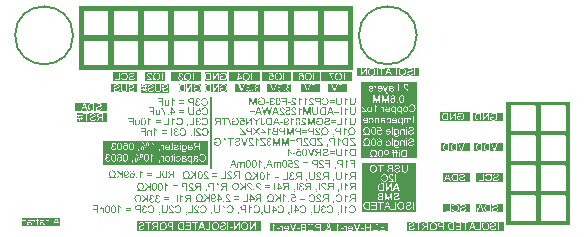
<source format=gbr>
%TF.GenerationSoftware,Altium Limited,Altium Designer,24.10.1 (45)*%
G04 Layer_Color=32896*
%FSLAX43Y43*%
%MOMM*%
%TF.SameCoordinates,E3F4C47D-CD2F-45B5-B10E-3CDC114D9125*%
%TF.FilePolarity,Positive*%
%TF.FileFunction,Legend,Bot*%
%TF.Part,Single*%
G01*
G75*
%TA.AperFunction,NonConductor*%
%ADD65C,0.200*%
%ADD66C,0.150*%
G36*
X29083Y14148D02*
X5842D01*
Y19609D01*
X29083D01*
Y14148D01*
D02*
G37*
G36*
X47451Y11455D02*
Y1043D01*
X42000D01*
Y11455D01*
X47451D01*
D02*
G37*
G36*
X23851Y13259D02*
X21328D01*
Y13970D01*
X23851D01*
Y13259D01*
D02*
G37*
G36*
X29007D02*
X26362D01*
Y13970D01*
X29007D01*
Y13259D01*
D02*
G37*
G36*
X16802Y7196D02*
Y6121D01*
X7887D01*
Y7196D01*
Y8153D01*
X16802D01*
Y7196D01*
D02*
G37*
G36*
X26996Y1105D02*
X27004Y1103D01*
X27012Y1100D01*
X27020Y1097D01*
X27030Y1092D01*
X27038Y1085D01*
X27039Y1084D01*
X27042Y1081D01*
X27044Y1076D01*
X27048Y1071D01*
X27053Y1063D01*
X27055Y1055D01*
X27058Y1046D01*
X27059Y1035D01*
Y1034D01*
Y1032D01*
Y1029D01*
X27058Y1025D01*
X27056Y1015D01*
X27052Y1003D01*
Y1002D01*
X27050Y1000D01*
X27049Y997D01*
X27046Y993D01*
X27039Y981D01*
X27029Y968D01*
X26994Y927D01*
X26994D01*
X26993Y928D01*
X26990Y930D01*
X26986Y933D01*
X26977Y939D01*
X26967Y946D01*
X26956Y953D01*
X26945Y963D01*
X26934Y972D01*
X26927Y980D01*
X26926Y981D01*
X26924Y984D01*
X26922Y989D01*
X26919Y995D01*
X26916Y1002D01*
X26914Y1012D01*
X26912Y1021D01*
X26911Y1031D01*
Y1033D01*
Y1037D01*
X26912Y1043D01*
X26914Y1050D01*
X26917Y1059D01*
X26920Y1068D01*
X26925Y1076D01*
X26933Y1085D01*
X26933Y1086D01*
X26936Y1088D01*
X26941Y1091D01*
X26947Y1096D01*
X26955Y1099D01*
X26964Y1102D01*
X26974Y1105D01*
X26985Y1106D01*
X26991D01*
X26996Y1105D01*
D02*
G37*
G36*
X26969Y1170D02*
X26964D01*
X26957Y1169D01*
X26943Y1166D01*
X26925Y1160D01*
X26908Y1153D01*
X26890Y1144D01*
X26882Y1137D01*
X26873Y1130D01*
X26872D01*
X26871Y1128D01*
X26867Y1122D01*
X26859Y1114D01*
X26852Y1102D01*
X26845Y1088D01*
X26837Y1072D01*
X26833Y1053D01*
X26831Y1043D01*
Y1033D01*
Y1032D01*
Y1029D01*
X26832Y1025D01*
X26833Y1018D01*
X26835Y1010D01*
X26837Y1000D01*
X26841Y990D01*
X26847Y979D01*
X26853Y967D01*
X26860Y955D01*
X26871Y942D01*
X26883Y928D01*
X26896Y915D01*
X26913Y902D01*
X26933Y890D01*
X26954Y877D01*
X26838Y731D01*
X26837Y733D01*
X26835Y738D01*
X26831Y746D01*
X26826Y757D01*
X26822Y770D01*
X26816Y786D01*
X26811Y803D01*
X26807Y821D01*
X26725Y804D01*
Y803D01*
X26726Y800D01*
X26727Y795D01*
X26729Y790D01*
X26731Y782D01*
X26734Y774D01*
X26737Y765D01*
X26740Y755D01*
X26749Y733D01*
X26758Y710D01*
X26769Y687D01*
X26782Y666D01*
X26781Y665D01*
X26780Y663D01*
X26777Y660D01*
X26774Y657D01*
X26765Y645D01*
X26753Y632D01*
X26738Y616D01*
X26722Y600D01*
X26702Y583D01*
X26682Y568D01*
X26735Y506D01*
X22047D01*
Y1171D01*
X25462D01*
X25455Y1170D01*
X25447Y1169D01*
X25437Y1168D01*
X25426Y1167D01*
X25414Y1164D01*
X25389Y1159D01*
X25362Y1150D01*
X25348Y1145D01*
X25335Y1138D01*
X25322Y1130D01*
X25309Y1122D01*
X25308Y1121D01*
X25306Y1120D01*
X25303Y1117D01*
X25298Y1112D01*
X25293Y1108D01*
X25287Y1101D01*
X25280Y1094D01*
X25273Y1086D01*
X25266Y1077D01*
X25258Y1066D01*
X25250Y1055D01*
X25242Y1043D01*
X25236Y1029D01*
X25229Y1015D01*
X25223Y1000D01*
X25217Y984D01*
X25301Y964D01*
Y965D01*
X25302Y967D01*
X25303Y971D01*
X25305Y975D01*
X25307Y981D01*
X25310Y988D01*
X25317Y1003D01*
X25327Y1020D01*
X25338Y1037D01*
X25352Y1052D01*
X25366Y1066D01*
X25368Y1068D01*
X25374Y1072D01*
X25383Y1076D01*
X25395Y1083D01*
X25411Y1088D01*
X25428Y1094D01*
X25450Y1098D01*
X25473Y1098D01*
X25480D01*
X25485Y1098D01*
X25491D01*
X25499Y1097D01*
X25516Y1094D01*
X25535Y1090D01*
X25556Y1084D01*
X25577Y1074D01*
X25597Y1062D01*
X25597D01*
X25598Y1061D01*
X25605Y1056D01*
X25613Y1049D01*
X25623Y1037D01*
X25635Y1024D01*
X25646Y1008D01*
X25657Y988D01*
X25666Y967D01*
Y966D01*
X25667Y964D01*
X25668Y962D01*
X25669Y957D01*
X25670Y951D01*
X25672Y945D01*
X25675Y929D01*
X25679Y911D01*
X25683Y890D01*
X25684Y868D01*
X25685Y844D01*
Y843D01*
Y841D01*
Y836D01*
Y830D01*
X25684Y824D01*
Y816D01*
X25683Y806D01*
X25683Y796D01*
X25680Y774D01*
X25675Y750D01*
X25670Y726D01*
X25662Y702D01*
Y701D01*
X25661Y699D01*
X25659Y696D01*
X25658Y692D01*
X25652Y681D01*
X25644Y668D01*
X25634Y653D01*
X25621Y637D01*
X25606Y623D01*
X25588Y610D01*
X25587D01*
X25585Y609D01*
X25583Y608D01*
X25579Y606D01*
X25574Y604D01*
X25569Y601D01*
X25556Y595D01*
X25539Y590D01*
X25521Y585D01*
X25500Y582D01*
X25479Y581D01*
X25473D01*
X25467Y582D01*
X25461D01*
X25454Y583D01*
X25438Y586D01*
X25418Y591D01*
X25399Y598D01*
X25378Y608D01*
X25368Y614D01*
X25359Y621D01*
X25358Y622D01*
X25357Y623D01*
X25354Y626D01*
X25351Y629D01*
X25347Y633D01*
X25342Y639D01*
X25337Y645D01*
X25332Y652D01*
X25327Y660D01*
X25320Y669D01*
X25315Y679D01*
X25309Y690D01*
X25304Y702D01*
X25300Y715D01*
X25295Y729D01*
X25291Y743D01*
X25206Y722D01*
Y721D01*
X25207Y718D01*
X25209Y712D01*
X25212Y705D01*
X25215Y696D01*
X25218Y686D01*
X25223Y675D01*
X25229Y663D01*
X25241Y637D01*
X25258Y611D01*
X25268Y598D01*
X25278Y585D01*
X25290Y574D01*
X25303Y563D01*
X25303Y562D01*
X25305Y560D01*
X25310Y559D01*
X25315Y555D01*
X25322Y550D01*
X25329Y546D01*
X25340Y541D01*
X25350Y536D01*
X25362Y531D01*
X25375Y526D01*
X25389Y522D01*
X25403Y517D01*
X25419Y513D01*
X25436Y511D01*
X25453Y510D01*
X25472Y509D01*
X25482D01*
X25489Y510D01*
X25498D01*
X25508Y510D01*
X25519Y512D01*
X25532Y514D01*
X25559Y519D01*
X25586Y526D01*
X25614Y536D01*
X25627Y543D01*
X25640Y550D01*
X25641Y551D01*
X25643Y552D01*
X25646Y555D01*
X25650Y559D01*
X25656Y562D01*
X25662Y568D01*
X25670Y574D01*
X25677Y582D01*
X25684Y590D01*
X25693Y598D01*
X25709Y620D01*
X25725Y645D01*
X25739Y672D01*
Y673D01*
X25741Y676D01*
X25742Y681D01*
X25744Y686D01*
X25746Y694D01*
X25749Y703D01*
X25753Y713D01*
X25756Y724D01*
X25758Y736D01*
X25762Y750D01*
X25767Y779D01*
X25770Y811D01*
X25772Y844D01*
Y854D01*
X25771Y861D01*
Y870D01*
X25770Y879D01*
X25769Y891D01*
X25768Y903D01*
X25763Y930D01*
X25756Y960D01*
X25747Y989D01*
X25734Y1018D01*
X25733Y1019D01*
X25732Y1022D01*
X25731Y1025D01*
X25727Y1030D01*
X25723Y1037D01*
X25719Y1044D01*
X25707Y1061D01*
X25691Y1079D01*
X25672Y1098D01*
X25651Y1116D01*
X25626Y1132D01*
X25625Y1133D01*
X25622Y1134D01*
X25619Y1135D01*
X25614Y1138D01*
X25607Y1141D01*
X25599Y1144D01*
X25590Y1147D01*
X25580Y1151D01*
X25569Y1155D01*
X25557Y1159D01*
X25531Y1164D01*
X25501Y1169D01*
X25471Y1171D01*
X26974D01*
X26969Y1170D01*
D02*
G37*
G36*
X27030Y834D02*
X27032Y832D01*
X27037Y829D01*
X27048Y822D01*
X27061Y813D01*
X27075Y802D01*
X27089Y790D01*
X27102Y778D01*
X27107Y771D01*
X27112Y765D01*
X27113Y763D01*
X27116Y759D01*
X27119Y753D01*
X27123Y744D01*
X27127Y735D01*
X27130Y724D01*
X27133Y713D01*
X27134Y701D01*
Y699D01*
X27133Y694D01*
X27132Y686D01*
X27130Y676D01*
X27127Y664D01*
X27121Y651D01*
X27114Y636D01*
X27104Y620D01*
X27102Y619D01*
X27098Y614D01*
X27091Y608D01*
X27081Y600D01*
X27069Y592D01*
X27054Y585D01*
X27037Y581D01*
X27027Y580D01*
X27017Y579D01*
X27010D01*
X27004Y580D01*
X26994Y582D01*
X26983Y584D01*
X26970Y588D01*
X26957Y593D01*
X26944Y600D01*
X26942Y601D01*
X26937Y604D01*
X26931Y609D01*
X26921Y616D01*
X26912Y623D01*
X26902Y633D01*
X26893Y645D01*
X26884Y657D01*
X27027Y836D01*
X27028D01*
X27030Y834D01*
D02*
G37*
G36*
X32045Y506D02*
X26736D01*
X26737Y508D01*
X26739Y509D01*
X26743Y511D01*
X26752Y519D01*
X26765Y528D01*
X26780Y541D01*
X26797Y556D01*
X26815Y574D01*
X26834Y595D01*
Y595D01*
X26835Y594D01*
X26840Y588D01*
X26848Y581D01*
X26859Y571D01*
X26871Y560D01*
X26885Y550D01*
X26902Y540D01*
X26919Y531D01*
X26920D01*
X26920Y530D01*
X26923Y529D01*
X26927Y527D01*
X26935Y524D01*
X26948Y521D01*
X26962Y516D01*
X26979Y513D01*
X26997Y510D01*
X27017Y510D01*
X27026D01*
X27033Y510D01*
X27042Y511D01*
X27051Y513D01*
X27062Y515D01*
X27073Y518D01*
X27085Y522D01*
X27098Y525D01*
X27111Y531D01*
X27124Y537D01*
X27137Y545D01*
X27150Y554D01*
X27162Y564D01*
X27173Y575D01*
X27174Y576D01*
X27175Y578D01*
X27178Y581D01*
X27180Y584D01*
X27184Y590D01*
X27188Y595D01*
X27196Y611D01*
X27204Y629D01*
X27212Y649D01*
X27217Y672D01*
X27218Y684D01*
X27219Y696D01*
Y702D01*
X27218Y706D01*
Y711D01*
X27217Y718D01*
X27215Y731D01*
X27210Y748D01*
X27203Y767D01*
X27194Y784D01*
X27181Y803D01*
X27180Y804D01*
X27179Y804D01*
X27178Y807D01*
X27174Y811D01*
X27166Y820D01*
X27153Y831D01*
X27137Y844D01*
X27117Y858D01*
X27094Y873D01*
X27067Y887D01*
X27068Y888D01*
X27069Y889D01*
X27071Y891D01*
X27075Y895D01*
X27082Y904D01*
X27091Y915D01*
X27101Y928D01*
X27110Y942D01*
X27119Y955D01*
X27126Y967D01*
X27127Y969D01*
X27128Y973D01*
X27130Y978D01*
X27132Y987D01*
X27135Y996D01*
X27138Y1006D01*
X27139Y1016D01*
X27140Y1027D01*
Y1028D01*
Y1030D01*
Y1033D01*
X27139Y1037D01*
X27137Y1048D01*
X27134Y1061D01*
X27129Y1077D01*
X27120Y1094D01*
X27116Y1102D01*
X27109Y1110D01*
X27103Y1119D01*
X27094Y1127D01*
X27093Y1128D01*
X27092Y1129D01*
X27090Y1131D01*
X27086Y1134D01*
X27081Y1137D01*
X27077Y1141D01*
X27063Y1149D01*
X27046Y1157D01*
X27027Y1164D01*
X27005Y1169D01*
X26994Y1171D01*
X30927D01*
X30920Y1170D01*
X30912Y1169D01*
X30902Y1168D01*
X30891Y1167D01*
X30879Y1164D01*
X30854Y1159D01*
X30827Y1150D01*
X30813Y1145D01*
X30800Y1138D01*
X30787Y1130D01*
X30774Y1122D01*
X30773Y1121D01*
X30771Y1120D01*
X30768Y1117D01*
X30763Y1112D01*
X30758Y1108D01*
X30752Y1101D01*
X30745Y1094D01*
X30738Y1086D01*
X30731Y1077D01*
X30723Y1066D01*
X30715Y1055D01*
X30707Y1043D01*
X30701Y1029D01*
X30694Y1015D01*
X30688Y1000D01*
X30683Y984D01*
X30766Y964D01*
Y965D01*
X30767Y967D01*
X30769Y971D01*
X30770Y975D01*
X30772Y981D01*
X30775Y988D01*
X30782Y1003D01*
X30792Y1020D01*
X30803Y1037D01*
X30817Y1052D01*
X30831Y1066D01*
X30833Y1068D01*
X30839Y1072D01*
X30848Y1076D01*
X30860Y1083D01*
X30876Y1088D01*
X30893Y1094D01*
X30915Y1098D01*
X30938Y1098D01*
X30945D01*
X30950Y1098D01*
X30956D01*
X30964Y1097D01*
X30981Y1094D01*
X31001Y1090D01*
X31021Y1084D01*
X31042Y1074D01*
X31062Y1062D01*
X31063D01*
X31063Y1061D01*
X31070Y1056D01*
X31078Y1049D01*
X31088Y1037D01*
X31100Y1024D01*
X31112Y1008D01*
X31122Y988D01*
X31131Y967D01*
Y966D01*
X31132Y964D01*
X31133Y962D01*
X31134Y957D01*
X31136Y951D01*
X31137Y945D01*
X31140Y929D01*
X31144Y911D01*
X31148Y890D01*
X31149Y868D01*
X31150Y844D01*
Y843D01*
Y841D01*
Y836D01*
Y830D01*
X31149Y824D01*
Y816D01*
X31149Y806D01*
X31148Y796D01*
X31145Y774D01*
X31140Y750D01*
X31135Y726D01*
X31127Y702D01*
Y701D01*
X31126Y699D01*
X31124Y696D01*
X31123Y692D01*
X31117Y681D01*
X31109Y668D01*
X31099Y653D01*
X31086Y637D01*
X31071Y623D01*
X31053Y610D01*
X31052D01*
X31051Y609D01*
X31048Y608D01*
X31044Y606D01*
X31039Y604D01*
X31034Y601D01*
X31021Y595D01*
X31004Y590D01*
X30986Y585D01*
X30965Y582D01*
X30944Y581D01*
X30938D01*
X30932Y582D01*
X30926D01*
X30919Y583D01*
X30903Y586D01*
X30883Y591D01*
X30864Y598D01*
X30843Y608D01*
X30833Y614D01*
X30824Y621D01*
X30823Y622D01*
X30822Y623D01*
X30819Y626D01*
X30816Y629D01*
X30812Y633D01*
X30807Y639D01*
X30802Y645D01*
X30797Y652D01*
X30792Y660D01*
X30785Y669D01*
X30780Y679D01*
X30774Y690D01*
X30769Y702D01*
X30765Y715D01*
X30760Y729D01*
X30756Y743D01*
X30671Y722D01*
Y721D01*
X30672Y718D01*
X30674Y712D01*
X30677Y705D01*
X30680Y696D01*
X30683Y686D01*
X30688Y675D01*
X30694Y663D01*
X30707Y637D01*
X30723Y611D01*
X30733Y598D01*
X30744Y585D01*
X30755Y574D01*
X30768Y563D01*
X30769Y562D01*
X30770Y560D01*
X30775Y559D01*
X30780Y555D01*
X30787Y550D01*
X30794Y546D01*
X30805Y541D01*
X30815Y536D01*
X30827Y531D01*
X30840Y526D01*
X30854Y522D01*
X30868Y517D01*
X30884Y513D01*
X30901Y511D01*
X30918Y510D01*
X30937Y509D01*
X30947D01*
X30954Y510D01*
X30963D01*
X30973Y510D01*
X30984Y512D01*
X30997Y514D01*
X31024Y519D01*
X31051Y526D01*
X31079Y536D01*
X31092Y543D01*
X31105Y550D01*
X31106Y551D01*
X31108Y552D01*
X31112Y555D01*
X31115Y559D01*
X31121Y562D01*
X31127Y568D01*
X31135Y574D01*
X31142Y582D01*
X31149Y590D01*
X31158Y598D01*
X31174Y620D01*
X31190Y645D01*
X31204Y672D01*
Y673D01*
X31206Y676D01*
X31207Y681D01*
X31210Y686D01*
X31211Y694D01*
X31214Y703D01*
X31218Y713D01*
X31221Y724D01*
X31223Y736D01*
X31227Y750D01*
X31232Y779D01*
X31235Y811D01*
X31237Y844D01*
Y854D01*
X31236Y861D01*
Y870D01*
X31235Y879D01*
X31234Y891D01*
X31233Y903D01*
X31228Y930D01*
X31222Y960D01*
X31212Y989D01*
X31199Y1018D01*
X31198Y1019D01*
X31198Y1022D01*
X31196Y1025D01*
X31192Y1030D01*
X31188Y1037D01*
X31184Y1044D01*
X31172Y1061D01*
X31156Y1079D01*
X31137Y1098D01*
X31116Y1116D01*
X31091Y1132D01*
X31090Y1133D01*
X31087Y1134D01*
X31084Y1135D01*
X31079Y1138D01*
X31072Y1141D01*
X31064Y1144D01*
X31055Y1147D01*
X31045Y1151D01*
X31034Y1155D01*
X31022Y1159D01*
X30996Y1164D01*
X30966Y1169D01*
X30936Y1171D01*
X31577D01*
X31570Y1170D01*
X31564D01*
X31546Y1168D01*
X31527Y1165D01*
X31506Y1160D01*
X31484Y1155D01*
X31464Y1147D01*
X31463D01*
X31461Y1147D01*
X31458Y1145D01*
X31455Y1143D01*
X31445Y1138D01*
X31433Y1130D01*
X31419Y1121D01*
X31406Y1109D01*
X31393Y1095D01*
X31381Y1079D01*
Y1078D01*
X31380Y1077D01*
X31378Y1074D01*
X31376Y1072D01*
X31371Y1062D01*
X31366Y1050D01*
X31359Y1036D01*
X31355Y1018D01*
X31350Y1000D01*
X31348Y979D01*
X31430Y973D01*
Y974D01*
Y975D01*
X31431Y978D01*
X31431Y983D01*
X31434Y993D01*
X31438Y1007D01*
X31443Y1022D01*
X31452Y1037D01*
X31462Y1050D01*
X31475Y1063D01*
X31477Y1064D01*
X31481Y1068D01*
X31491Y1074D01*
X31503Y1079D01*
X31518Y1085D01*
X31537Y1090D01*
X31560Y1094D01*
X31586Y1095D01*
X31599D01*
X31604Y1094D01*
X31612Y1093D01*
X31628Y1091D01*
X31647Y1087D01*
X31665Y1083D01*
X31683Y1075D01*
X31690Y1071D01*
X31698Y1066D01*
X31700Y1065D01*
X31703Y1061D01*
X31709Y1055D01*
X31714Y1048D01*
X31721Y1037D01*
X31726Y1026D01*
X31730Y1013D01*
X31732Y999D01*
Y997D01*
Y993D01*
X31731Y987D01*
X31729Y979D01*
X31726Y970D01*
X31722Y961D01*
X31716Y951D01*
X31708Y942D01*
X31707Y941D01*
X31702Y939D01*
X31699Y936D01*
X31695Y934D01*
X31689Y931D01*
X31683Y927D01*
X31675Y925D01*
X31665Y921D01*
X31655Y917D01*
X31643Y913D01*
X31630Y909D01*
X31615Y904D01*
X31599Y901D01*
X31580Y896D01*
X31579D01*
X31576Y895D01*
X31570Y894D01*
X31564Y892D01*
X31555Y890D01*
X31545Y888D01*
X31535Y885D01*
X31524Y882D01*
X31500Y876D01*
X31477Y869D01*
X31466Y865D01*
X31455Y862D01*
X31446Y859D01*
X31439Y855D01*
X31438D01*
X31436Y854D01*
X31433Y853D01*
X31430Y851D01*
X31419Y845D01*
X31407Y838D01*
X31394Y828D01*
X31380Y816D01*
X31367Y804D01*
X31356Y790D01*
X31355Y788D01*
X31351Y783D01*
X31347Y775D01*
X31342Y764D01*
X31337Y751D01*
X31333Y735D01*
X31330Y718D01*
X31329Y699D01*
Y691D01*
X31331Y681D01*
X31333Y668D01*
X31336Y653D01*
X31341Y637D01*
X31348Y620D01*
X31358Y603D01*
Y602D01*
X31359Y601D01*
X31364Y595D01*
X31370Y587D01*
X31380Y578D01*
X31392Y567D01*
X31406Y555D01*
X31423Y544D01*
X31443Y534D01*
X31443D01*
X31445Y533D01*
X31448Y532D01*
X31452Y530D01*
X31457Y528D01*
X31464Y525D01*
X31479Y522D01*
X31496Y517D01*
X31517Y512D01*
X31541Y510D01*
X31565Y509D01*
X31580D01*
X31588Y510D01*
X31596D01*
X31605Y510D01*
X31616Y511D01*
X31639Y515D01*
X31663Y519D01*
X31688Y525D01*
X31711Y534D01*
X31712D01*
X31713Y534D01*
X31716Y536D01*
X31720Y538D01*
X31731Y544D01*
X31744Y552D01*
X31759Y563D01*
X31774Y576D01*
X31789Y592D01*
X31803Y609D01*
Y610D01*
X31805Y612D01*
X31806Y615D01*
X31809Y619D01*
X31810Y623D01*
X31813Y629D01*
X31820Y643D01*
X31826Y660D01*
X31832Y680D01*
X31835Y702D01*
X31837Y725D01*
X31758Y732D01*
Y731D01*
Y730D01*
X31757Y728D01*
Y724D01*
X31755Y716D01*
X31752Y704D01*
X31749Y692D01*
X31745Y678D01*
X31738Y665D01*
X31732Y653D01*
X31731Y652D01*
X31728Y648D01*
X31724Y642D01*
X31716Y635D01*
X31707Y627D01*
X31697Y619D01*
X31683Y610D01*
X31668Y603D01*
X31667D01*
X31666Y602D01*
X31663Y601D01*
X31661Y600D01*
X31651Y597D01*
X31639Y594D01*
X31625Y590D01*
X31608Y587D01*
X31590Y585D01*
X31569Y584D01*
X31561D01*
X31552Y585D01*
X31541Y586D01*
X31528Y588D01*
X31513Y590D01*
X31498Y594D01*
X31484Y598D01*
X31482Y599D01*
X31478Y601D01*
X31471Y605D01*
X31463Y608D01*
X31455Y615D01*
X31445Y621D01*
X31436Y629D01*
X31429Y638D01*
X31428Y639D01*
X31426Y643D01*
X31423Y647D01*
X31419Y655D01*
X31416Y662D01*
X31413Y671D01*
X31411Y681D01*
X31410Y693D01*
Y694D01*
Y698D01*
X31411Y704D01*
X31412Y711D01*
X31415Y718D01*
X31418Y728D01*
X31422Y737D01*
X31429Y745D01*
X31430Y746D01*
X31432Y749D01*
X31436Y753D01*
X31443Y758D01*
X31450Y764D01*
X31460Y770D01*
X31472Y777D01*
X31486Y782D01*
X31487Y783D01*
X31492Y784D01*
X31499Y787D01*
X31504Y788D01*
X31510Y790D01*
X31516Y792D01*
X31525Y794D01*
X31534Y797D01*
X31545Y800D01*
X31556Y803D01*
X31569Y806D01*
X31584Y810D01*
X31600Y814D01*
X31601D01*
X31603Y815D01*
X31608Y816D01*
X31614Y817D01*
X31621Y819D01*
X31629Y821D01*
X31648Y827D01*
X31668Y833D01*
X31689Y840D01*
X31708Y846D01*
X31716Y850D01*
X31724Y853D01*
X31725D01*
X31725Y854D01*
X31731Y858D01*
X31739Y863D01*
X31749Y870D01*
X31760Y878D01*
X31771Y889D01*
X31782Y901D01*
X31791Y914D01*
X31792Y915D01*
X31795Y920D01*
X31798Y927D01*
X31802Y937D01*
X31806Y949D01*
X31810Y963D01*
X31812Y977D01*
X31813Y993D01*
Y994D01*
Y995D01*
Y998D01*
Y1001D01*
X31811Y1011D01*
X31810Y1023D01*
X31807Y1037D01*
X31802Y1052D01*
X31796Y1068D01*
X31786Y1084D01*
Y1085D01*
X31786Y1086D01*
X31781Y1091D01*
X31774Y1098D01*
X31766Y1108D01*
X31755Y1118D01*
X31741Y1129D01*
X31725Y1139D01*
X31706Y1148D01*
X31705D01*
X31703Y1149D01*
X31700Y1150D01*
X31697Y1152D01*
X31692Y1154D01*
X31686Y1156D01*
X31672Y1159D01*
X31654Y1163D01*
X31634Y1167D01*
X31613Y1170D01*
X31589Y1171D01*
X32045D01*
Y506D01*
D02*
G37*
G36*
X13157Y13259D02*
X11438D01*
Y13970D01*
X13157D01*
Y13259D01*
D02*
G37*
G36*
X14732Y12405D02*
X14580D01*
X14574Y12406D01*
X14560Y12407D01*
X14544Y12408D01*
X14528Y12410D01*
X14511Y12413D01*
X14497Y12416D01*
X14495Y12417D01*
X14491Y12418D01*
X14484Y12421D01*
X14476Y12425D01*
X14467Y12430D01*
X14457Y12436D01*
X14448Y12442D01*
X14439Y12450D01*
X14438Y12451D01*
X14434Y12455D01*
X14429Y12462D01*
X14422Y12471D01*
X14415Y12483D01*
X14406Y12497D01*
X14399Y12512D01*
X14393Y12530D01*
Y12531D01*
X14392Y12533D01*
X14391Y12535D01*
X14390Y12539D01*
X14389Y12544D01*
X14387Y12550D01*
X14385Y12557D01*
X14383Y12564D01*
X14381Y12583D01*
X14378Y12604D01*
X14376Y12628D01*
X14375Y12654D01*
Y12655D01*
Y12658D01*
Y12663D01*
X14376Y12670D01*
Y12679D01*
X14377Y12688D01*
X14378Y12699D01*
X14379Y12710D01*
X14383Y12735D01*
X14389Y12761D01*
X14397Y12785D01*
X14403Y12797D01*
X14408Y12807D01*
Y12808D01*
X14410Y12810D01*
X14412Y12813D01*
X14414Y12817D01*
X14421Y12826D01*
X14431Y12837D01*
X14443Y12849D01*
X14456Y12861D01*
X14472Y12871D01*
X14489Y12879D01*
X14491Y12880D01*
X14495Y12881D01*
X14504Y12884D01*
X14516Y12887D01*
X14530Y12889D01*
X14549Y12891D01*
X14560Y12892D01*
X14572D01*
X14584Y12893D01*
X14732D01*
Y12405D01*
D02*
G37*
G36*
X14289Y12633D02*
Y12626D01*
X14290Y12609D01*
X14293Y12588D01*
X14296Y12567D01*
X14300Y12545D01*
X14306Y12523D01*
Y12522D01*
X14307Y12520D01*
X14308Y12517D01*
X14308Y12513D01*
X14312Y12503D01*
X14318Y12490D01*
X14323Y12475D01*
X14331Y12461D01*
X14340Y12445D01*
X14349Y12430D01*
X14350Y12428D01*
X14354Y12424D01*
X14359Y12417D01*
X14367Y12409D01*
X14375Y12400D01*
X14385Y12390D01*
X14395Y12380D01*
X14407Y12372D01*
X14409Y12371D01*
X14413Y12368D01*
X14419Y12364D01*
X14429Y12360D01*
X14440Y12354D01*
X14453Y12350D01*
X14468Y12344D01*
X14484Y12339D01*
X14486D01*
X14489Y12339D01*
X14492Y12338D01*
X14501Y12337D01*
X14514Y12335D01*
X14529Y12333D01*
X14546Y12331D01*
X14566Y12330D01*
X14587Y12329D01*
X14288D01*
Y12640D01*
X14289Y12633D01*
D02*
G37*
G36*
X16180Y12294D02*
X14288D01*
Y12329D01*
X14817D01*
Y12969D01*
X14571D01*
X14554Y12968D01*
X14536Y12967D01*
X14517Y12965D01*
X14499Y12963D01*
X14483Y12960D01*
X14482D01*
X14480Y12959D01*
X14478D01*
X14474Y12957D01*
X14464Y12954D01*
X14451Y12950D01*
X14436Y12943D01*
X14420Y12935D01*
X14405Y12926D01*
X14390Y12914D01*
X14389Y12913D01*
X14388Y12912D01*
X14385Y12909D01*
X14382Y12906D01*
X14372Y12897D01*
X14361Y12884D01*
X14349Y12868D01*
X14336Y12850D01*
X14324Y12829D01*
X14314Y12805D01*
Y12804D01*
X14313Y12802D01*
X14311Y12798D01*
X14310Y12793D01*
X14308Y12786D01*
X14306Y12779D01*
X14304Y12770D01*
X14301Y12760D01*
X14298Y12750D01*
X14296Y12738D01*
X14292Y12712D01*
X14289Y12683D01*
X14288Y12652D01*
Y12969D01*
D01*
Y13005D01*
X16180D01*
Y12294D01*
D02*
G37*
G36*
X21184Y13233D02*
X18562D01*
Y13970D01*
X21184D01*
Y13233D01*
D02*
G37*
G36*
X31892Y7344D02*
X31902Y7344D01*
X31914Y7340D01*
X31929Y7335D01*
X31945Y7327D01*
X31960Y7317D01*
X31968Y7309D01*
X31975Y7302D01*
Y7301D01*
X31977Y7300D01*
X31979Y7297D01*
X31981Y7294D01*
X31987Y7285D01*
X31994Y7272D01*
X32001Y7257D01*
X32008Y7237D01*
X32011Y7215D01*
X32013Y7191D01*
Y7190D01*
Y7188D01*
Y7185D01*
X32012Y7181D01*
Y7175D01*
X32011Y7170D01*
X32009Y7156D01*
X32004Y7140D01*
X31998Y7123D01*
X31989Y7107D01*
X31977Y7092D01*
X31975Y7090D01*
X31971Y7086D01*
X31962Y7080D01*
X31952Y7074D01*
X31938Y7066D01*
X31923Y7060D01*
X31905Y7056D01*
X31886Y7054D01*
X31880D01*
X31876Y7055D01*
X31866Y7056D01*
X31854Y7059D01*
X31839Y7063D01*
X31825Y7070D01*
X31810Y7079D01*
X31796Y7092D01*
X31794Y7094D01*
X31790Y7099D01*
X31785Y7108D01*
X31777Y7120D01*
X31771Y7135D01*
X31765Y7152D01*
X31762Y7173D01*
X31760Y7197D01*
Y7198D01*
Y7200D01*
Y7204D01*
X31761Y7209D01*
Y7215D01*
X31762Y7221D01*
X31764Y7236D01*
X31768Y7254D01*
X31775Y7272D01*
X31784Y7290D01*
X31796Y7306D01*
Y7307D01*
X31798Y7307D01*
X31802Y7312D01*
X31810Y7319D01*
X31820Y7326D01*
X31833Y7332D01*
X31848Y7339D01*
X31864Y7344D01*
X31874Y7345D01*
X31888D01*
X31892Y7344D01*
D02*
G37*
G36*
X34442Y12163D02*
Y11381D01*
Y10425D01*
Y9479D01*
Y8513D01*
Y7546D01*
Y6756D01*
X31910D01*
X31914Y6757D01*
X31921D01*
X31928Y6758D01*
X31946Y6762D01*
X31965Y6767D01*
X31985Y6774D01*
X32006Y6784D01*
X32016Y6791D01*
X32025Y6798D01*
X32026Y6799D01*
X32027Y6800D01*
X32030Y6803D01*
X32033Y6805D01*
X32036Y6810D01*
X32041Y6816D01*
X32050Y6829D01*
X32059Y6845D01*
X32069Y6865D01*
X32076Y6889D01*
X32082Y6915D01*
X32006Y6922D01*
Y6921D01*
X32005Y6919D01*
Y6917D01*
X32004Y6914D01*
X32001Y6903D01*
X31997Y6892D01*
X31993Y6879D01*
X31986Y6866D01*
X31979Y6854D01*
X31970Y6844D01*
X31969Y6843D01*
X31965Y6841D01*
X31959Y6837D01*
X31951Y6833D01*
X31941Y6829D01*
X31929Y6825D01*
X31915Y6822D01*
X31900Y6821D01*
X31894D01*
X31887Y6822D01*
X31879Y6823D01*
X31869Y6825D01*
X31859Y6828D01*
X31848Y6831D01*
X31837Y6837D01*
X31837Y6838D01*
X31833Y6840D01*
X31827Y6843D01*
X31822Y6849D01*
X31814Y6855D01*
X31807Y6863D01*
X31800Y6871D01*
X31792Y6881D01*
X31791Y6882D01*
X31789Y6887D01*
X31786Y6893D01*
X31782Y6902D01*
X31777Y6913D01*
X31773Y6926D01*
X31768Y6940D01*
X31764Y6957D01*
Y6958D01*
X31763Y6959D01*
Y6962D01*
X31762Y6965D01*
X31760Y6975D01*
X31757Y6987D01*
X31755Y7001D01*
X31753Y7017D01*
X31752Y7035D01*
X31752Y7053D01*
Y7054D01*
Y7057D01*
Y7062D01*
Y7069D01*
X31752Y7067D01*
X31756Y7062D01*
X31762Y7056D01*
X31768Y7047D01*
X31777Y7037D01*
X31788Y7027D01*
X31801Y7017D01*
X31816Y7008D01*
X31818Y7007D01*
X31824Y7004D01*
X31832Y7000D01*
X31842Y6997D01*
X31856Y6992D01*
X31871Y6988D01*
X31887Y6986D01*
X31905Y6985D01*
X31912D01*
X31918Y6986D01*
X31925Y6987D01*
X31933Y6988D01*
X31942Y6989D01*
X31951Y6992D01*
X31972Y6999D01*
X31984Y7003D01*
X31995Y7009D01*
X32007Y7015D01*
X32018Y7024D01*
X32029Y7032D01*
X32039Y7042D01*
X32040Y7043D01*
X32042Y7045D01*
X32044Y7048D01*
X32047Y7052D01*
X32052Y7059D01*
X32057Y7065D01*
X32061Y7074D01*
X32066Y7083D01*
X32071Y7093D01*
X32076Y7104D01*
X32081Y7117D01*
X32085Y7130D01*
X32089Y7145D01*
X32091Y7160D01*
X32093Y7176D01*
X32094Y7194D01*
Y7203D01*
X32093Y7209D01*
X32092Y7218D01*
X32091Y7228D01*
X32089Y7238D01*
X32086Y7250D01*
X32080Y7274D01*
X32075Y7287D01*
X32070Y7301D01*
X32063Y7314D01*
X32055Y7326D01*
X32046Y7339D01*
X32036Y7350D01*
X32035Y7351D01*
X32034Y7353D01*
X32031Y7356D01*
X32026Y7359D01*
X32021Y7364D01*
X32013Y7369D01*
X32006Y7374D01*
X31997Y7380D01*
X31987Y7386D01*
X31976Y7391D01*
X31951Y7401D01*
X31938Y7405D01*
X31923Y7407D01*
X31909Y7409D01*
X31893Y7410D01*
X31886D01*
X31882Y7409D01*
X31877D01*
X31871Y7408D01*
X31855Y7405D01*
X31837Y7402D01*
X31818Y7395D01*
X31799Y7387D01*
X31779Y7376D01*
X31778D01*
X31777Y7374D01*
X31775Y7372D01*
X31771Y7369D01*
X31762Y7362D01*
X31750Y7352D01*
X31738Y7338D01*
X31724Y7321D01*
X31712Y7302D01*
X31701Y7280D01*
Y7279D01*
X31700Y7277D01*
X31698Y7273D01*
X31696Y7269D01*
X31694Y7262D01*
X31691Y7254D01*
X31690Y7245D01*
X31687Y7234D01*
X31684Y7222D01*
X31681Y7209D01*
X31679Y7194D01*
X31678Y7178D01*
X31676Y7160D01*
X31674Y7142D01*
X31673Y7122D01*
Y7080D01*
X31674Y7070D01*
Y7058D01*
X31675Y7044D01*
X31677Y7030D01*
X31679Y6999D01*
X31684Y6965D01*
X31691Y6934D01*
X31695Y6918D01*
X31700Y6904D01*
Y6903D01*
X31701Y6902D01*
X31703Y6898D01*
X31704Y6892D01*
X31707Y6887D01*
X31711Y6879D01*
X31720Y6864D01*
X31731Y6846D01*
X31744Y6828D01*
X31761Y6810D01*
X31779Y6794D01*
X31780D01*
X31782Y6792D01*
X31785Y6791D01*
X31788Y6789D01*
X31794Y6786D01*
X31800Y6782D01*
X31807Y6779D01*
X31814Y6776D01*
X31832Y6768D01*
X31853Y6762D01*
X31876Y6758D01*
X31902Y6756D01*
X31396D01*
X31403Y6757D01*
X31410Y6758D01*
X31420Y6760D01*
X31430Y6762D01*
X31441Y6765D01*
X31452Y6768D01*
X31464Y6772D01*
X31476Y6778D01*
X31488Y6784D01*
X31500Y6792D01*
X31512Y6801D01*
X31523Y6811D01*
X31533Y6822D01*
X31534Y6823D01*
X31536Y6826D01*
X31539Y6830D01*
X31543Y6838D01*
X31548Y6846D01*
X31553Y6857D01*
X31559Y6870D01*
X31565Y6885D01*
X31570Y6902D01*
X31576Y6921D01*
X31581Y6942D01*
X31586Y6966D01*
X31591Y6992D01*
X31593Y7020D01*
X31595Y7050D01*
X31596Y7083D01*
Y7101D01*
X31595Y7111D01*
Y7123D01*
X31594Y7135D01*
X31593Y7148D01*
X31591Y7177D01*
X31586Y7208D01*
X31580Y7238D01*
X31577Y7252D01*
X31573Y7266D01*
Y7267D01*
X31572Y7269D01*
X31570Y7272D01*
X31568Y7277D01*
X31567Y7283D01*
X31563Y7290D01*
X31556Y7306D01*
X31546Y7322D01*
X31534Y7340D01*
X31520Y7357D01*
X31504Y7372D01*
X31503D01*
X31502Y7374D01*
X31499Y7376D01*
X31495Y7378D01*
X31491Y7381D01*
X31485Y7384D01*
X31471Y7392D01*
X31455Y7398D01*
X31435Y7405D01*
X31412Y7408D01*
X31387Y7410D01*
X31379D01*
X31369Y7409D01*
X31357Y7407D01*
X31343Y7405D01*
X31328Y7401D01*
X31312Y7396D01*
X31298Y7389D01*
X31297D01*
X31296Y7388D01*
X31291Y7385D01*
X31284Y7380D01*
X31274Y7374D01*
X31264Y7365D01*
X31253Y7355D01*
X31243Y7343D01*
X31233Y7329D01*
X31232Y7327D01*
X31228Y7322D01*
X31225Y7314D01*
X31218Y7302D01*
X31212Y7288D01*
X31205Y7272D01*
X31199Y7254D01*
X31193Y7233D01*
Y7233D01*
X31192Y7231D01*
X31191Y7228D01*
X31190Y7223D01*
X31189Y7218D01*
X31188Y7211D01*
X31187Y7203D01*
X31186Y7194D01*
X31184Y7184D01*
X31183Y7172D01*
X31182Y7160D01*
X31180Y7147D01*
X31179Y7132D01*
Y7117D01*
X31178Y7100D01*
Y7064D01*
X31179Y7054D01*
Y7043D01*
X31180Y7031D01*
X31181Y7018D01*
X31184Y6988D01*
X31188Y6958D01*
X31194Y6928D01*
X31198Y6915D01*
X31202Y6901D01*
Y6900D01*
X31203Y6898D01*
X31205Y6894D01*
X31207Y6890D01*
X31209Y6883D01*
X31212Y6877D01*
X31220Y6861D01*
X31229Y6844D01*
X31241Y6826D01*
X31255Y6809D01*
X31272Y6793D01*
X31273D01*
X31274Y6792D01*
X31276Y6790D01*
X31280Y6788D01*
X31285Y6785D01*
X31289Y6781D01*
X31303Y6775D01*
X31320Y6768D01*
X31339Y6762D01*
X31362Y6758D01*
X31387Y6756D01*
X29718D01*
Y7546D01*
Y8513D01*
Y9479D01*
Y10425D01*
Y11381D01*
Y12163D01*
Y13132D01*
X34442D01*
Y12163D01*
D02*
G37*
G36*
X31397Y7344D02*
X31408Y7343D01*
X31420Y7340D01*
X31433Y7334D01*
X31448Y7326D01*
X31456Y7320D01*
X31463Y7315D01*
X31470Y7307D01*
X31476Y7299D01*
Y7298D01*
X31478Y7296D01*
X31480Y7293D01*
X31482Y7288D01*
X31485Y7281D01*
X31489Y7272D01*
X31492Y7262D01*
X31495Y7250D01*
X31499Y7236D01*
X31503Y7221D01*
X31507Y7203D01*
X31509Y7184D01*
X31512Y7161D01*
X31514Y7137D01*
X31515Y7111D01*
X31516Y7083D01*
Y7081D01*
Y7076D01*
Y7068D01*
X31515Y7057D01*
Y7045D01*
X31514Y7030D01*
X31513Y7014D01*
X31511Y6998D01*
X31507Y6962D01*
X31504Y6944D01*
X31500Y6927D01*
X31496Y6912D01*
X31491Y6897D01*
X31485Y6884D01*
X31479Y6873D01*
Y6872D01*
X31477Y6871D01*
X31472Y6865D01*
X31464Y6856D01*
X31454Y6847D01*
X31440Y6838D01*
X31424Y6829D01*
X31407Y6823D01*
X31397Y6822D01*
X31387Y6821D01*
X31382D01*
X31378Y6822D01*
X31369Y6824D01*
X31356Y6828D01*
X31342Y6834D01*
X31326Y6843D01*
X31319Y6849D01*
X31311Y6856D01*
X31304Y6864D01*
X31297Y6873D01*
Y6874D01*
X31295Y6876D01*
X31293Y6878D01*
X31291Y6883D01*
X31287Y6890D01*
X31285Y6898D01*
X31281Y6907D01*
X31277Y6918D01*
X31274Y6932D01*
X31271Y6947D01*
X31267Y6964D01*
X31264Y6983D01*
X31262Y7005D01*
X31261Y7028D01*
X31259Y7054D01*
Y7083D01*
Y7084D01*
Y7085D01*
Y7089D01*
Y7098D01*
X31260Y7109D01*
Y7121D01*
X31261Y7135D01*
X31261Y7151D01*
X31263Y7169D01*
X31268Y7204D01*
X31271Y7221D01*
X31274Y7238D01*
X31278Y7254D01*
X31284Y7269D01*
X31289Y7282D01*
X31296Y7293D01*
Y7294D01*
X31298Y7294D01*
X31299Y7297D01*
X31302Y7301D01*
X31310Y7309D01*
X31321Y7319D01*
X31335Y7329D01*
X31350Y7337D01*
X31359Y7341D01*
X31368Y7344D01*
X31378Y7344D01*
X31388Y7345D01*
X31394D01*
X31397Y7344D01*
D02*
G37*
G36*
X38937Y7289D02*
X36552D01*
Y7992D01*
X38937D01*
Y7289D01*
D02*
G37*
G36*
X41729Y5420D02*
Y4721D01*
X39444D01*
Y5420D01*
X41729D01*
D02*
G37*
G36*
X41834Y533D02*
X33666D01*
Y1338D01*
X41834D01*
Y533D01*
D02*
G37*
G36*
X34360Y5480D02*
Y4690D01*
Y3922D01*
Y3132D01*
Y2150D01*
X29801D01*
Y3132D01*
Y3922D01*
Y4690D01*
Y5480D01*
Y6333D01*
X34360D01*
Y5480D01*
D02*
G37*
G36*
X41729Y7289D02*
X39345D01*
Y7992D01*
X41729D01*
Y7289D01*
D02*
G37*
G36*
X16205Y13233D02*
X13634D01*
Y13970D01*
X16205D01*
Y13233D01*
D02*
G37*
G36*
X41729Y9856D02*
X39246D01*
Y10566D01*
X41729D01*
Y9856D01*
D02*
G37*
G36*
X8230Y10693D02*
X5559D01*
Y11405D01*
X8230D01*
Y10693D01*
D02*
G37*
G36*
X38937Y4721D02*
X36651D01*
Y5420D01*
X38937D01*
Y4721D01*
D02*
G37*
G36*
X26238Y13259D02*
X24009D01*
Y13970D01*
X26238D01*
Y13259D01*
D02*
G37*
G36*
X13462Y12259D02*
X11125D01*
Y12995D01*
X13462D01*
Y12259D01*
D02*
G37*
G36*
X38937Y9856D02*
X36453D01*
Y10591D01*
X38937D01*
Y9856D01*
D02*
G37*
G36*
X21234Y508D02*
X10795D01*
Y1397D01*
X21234D01*
Y508D01*
D02*
G37*
G36*
X16764Y13933D02*
X16746Y13932D01*
X16727Y13931D01*
X16709Y13928D01*
X16693Y13925D01*
X16692D01*
X16690Y13924D01*
X16687D01*
X16684Y13922D01*
X16674Y13920D01*
X16661Y13915D01*
X16646Y13908D01*
X16630Y13900D01*
X16614Y13891D01*
X16600Y13879D01*
X16599Y13878D01*
X16598Y13877D01*
X16595Y13874D01*
X16591Y13871D01*
X16582Y13862D01*
X16571Y13849D01*
X16559Y13834D01*
X16546Y13815D01*
X16534Y13794D01*
X16524Y13770D01*
Y13769D01*
X16523Y13767D01*
X16521Y13763D01*
X16520Y13758D01*
X16517Y13751D01*
X16516Y13744D01*
X16514Y13736D01*
X16511Y13725D01*
X16508Y13715D01*
X16506Y13703D01*
X16502Y13677D01*
X16499Y13649D01*
X16498Y13617D01*
Y13934D01*
X16781D01*
X16764Y13933D01*
D02*
G37*
G36*
X16942Y13370D02*
X16790D01*
X16784Y13371D01*
X16770Y13372D01*
X16754Y13373D01*
X16737Y13375D01*
X16721Y13378D01*
X16707Y13381D01*
X16705Y13382D01*
X16700Y13383D01*
X16694Y13386D01*
X16686Y13390D01*
X16676Y13395D01*
X16667Y13401D01*
X16658Y13407D01*
X16649Y13415D01*
X16648Y13417D01*
X16644Y13420D01*
X16638Y13427D01*
X16632Y13436D01*
X16625Y13448D01*
X16616Y13462D01*
X16609Y13478D01*
X16602Y13495D01*
Y13496D01*
X16601Y13498D01*
X16601Y13501D01*
X16600Y13504D01*
X16599Y13509D01*
X16597Y13515D01*
X16595Y13522D01*
X16593Y13529D01*
X16590Y13548D01*
X16588Y13569D01*
X16586Y13593D01*
X16585Y13619D01*
Y13620D01*
Y13624D01*
Y13628D01*
X16586Y13636D01*
Y13644D01*
X16587Y13653D01*
X16588Y13664D01*
X16589Y13675D01*
X16593Y13700D01*
X16599Y13726D01*
X16607Y13750D01*
X16613Y13762D01*
X16618Y13773D01*
Y13773D01*
X16620Y13775D01*
X16622Y13778D01*
X16624Y13782D01*
X16631Y13791D01*
X16640Y13802D01*
X16652Y13814D01*
X16666Y13826D01*
X16682Y13836D01*
X16699Y13845D01*
X16700Y13846D01*
X16705Y13846D01*
X16713Y13849D01*
X16725Y13852D01*
X16740Y13854D01*
X16759Y13857D01*
X16770Y13858D01*
X16782D01*
X16794Y13858D01*
X16942D01*
Y13370D01*
D02*
G37*
G36*
X18390Y13259D02*
X16498D01*
Y13295D01*
D01*
Y13605D01*
X16499Y13599D01*
Y13591D01*
X16500Y13574D01*
X16503Y13553D01*
X16505Y13532D01*
X16510Y13510D01*
X16516Y13488D01*
Y13487D01*
X16516Y13485D01*
X16517Y13482D01*
X16518Y13478D01*
X16522Y13468D01*
X16528Y13455D01*
X16533Y13441D01*
X16540Y13426D01*
X16550Y13410D01*
X16559Y13395D01*
X16560Y13393D01*
X16564Y13389D01*
X16569Y13382D01*
X16577Y13374D01*
X16585Y13365D01*
X16595Y13356D01*
X16605Y13345D01*
X16617Y13337D01*
X16619Y13336D01*
X16623Y13333D01*
X16629Y13330D01*
X16638Y13325D01*
X16650Y13319D01*
X16663Y13315D01*
X16677Y13309D01*
X16694Y13305D01*
X16696D01*
X16699Y13304D01*
X16701Y13303D01*
X16711Y13302D01*
X16724Y13300D01*
X16738Y13298D01*
X16756Y13296D01*
X16775Y13295D01*
X16797Y13295D01*
X17027D01*
Y13934D01*
X16498D01*
Y13970D01*
X18390D01*
Y13259D01*
D02*
G37*
G36*
X38937Y2139D02*
X36651D01*
Y2839D01*
X38937D01*
Y2139D01*
D02*
G37*
G36*
X10795Y13259D02*
X8706D01*
Y13970D01*
X10795D01*
Y13259D01*
D02*
G37*
G36*
X6184Y10092D02*
X6097D01*
X6064Y10251D01*
X6184D01*
Y10092D01*
D02*
G37*
G36*
X6031D02*
X5895D01*
X5863Y10251D01*
X5999D01*
X6031Y10092D01*
D02*
G37*
G36*
X5829D02*
X5707D01*
Y10251D01*
X5797D01*
X5829Y10092D01*
D02*
G37*
G36*
X6184Y9842D02*
X6147D01*
X6111Y10028D01*
X6184D01*
Y9842D01*
D02*
G37*
G36*
X6083D02*
X5946D01*
X5908Y10028D01*
X6045D01*
X6083Y9842D01*
D02*
G37*
G36*
X5880D02*
X5707D01*
Y10028D01*
X5843D01*
X5880Y9842D01*
D02*
G37*
G36*
X8230Y9779D02*
X5707D01*
Y9842D01*
X6184D01*
Y10504D01*
Y10316D01*
X6051D01*
X6013Y10504D01*
X5948D01*
X5986Y10316D01*
X5850D01*
X5811Y10504D01*
X5745D01*
X5784Y10316D01*
X5707D01*
Y10504D01*
D01*
Y10566D01*
X8230D01*
Y9779D01*
D02*
G37*
G36*
X41729Y2839D02*
Y2139D01*
X39444D01*
Y2839D01*
X41729D01*
D02*
G37*
G36*
X16773Y12959D02*
X16754Y12958D01*
X16736Y12956D01*
X16717Y12953D01*
X16701Y12950D01*
X16700D01*
X16699Y12949D01*
X16696D01*
X16692Y12948D01*
X16682Y12945D01*
X16669Y12940D01*
X16654Y12934D01*
X16639Y12925D01*
X16623Y12916D01*
X16608Y12904D01*
X16607Y12903D01*
X16606Y12902D01*
X16603Y12899D01*
X16600Y12897D01*
X16590Y12887D01*
X16579Y12875D01*
X16567Y12859D01*
X16554Y12840D01*
X16542Y12819D01*
X16532Y12795D01*
Y12794D01*
X16531Y12792D01*
X16529Y12789D01*
X16529Y12783D01*
X16526Y12777D01*
X16524Y12769D01*
X16522Y12761D01*
X16519Y12751D01*
X16516Y12740D01*
X16515Y12728D01*
X16510Y12703D01*
X16507Y12674D01*
X16506Y12642D01*
Y12960D01*
X16789D01*
X16773Y12959D01*
D02*
G37*
G36*
X16950Y12396D02*
X16798D01*
X16792Y12397D01*
X16778Y12397D01*
X16762Y12398D01*
X16746Y12400D01*
X16729Y12403D01*
X16715Y12407D01*
X16713Y12408D01*
X16709Y12409D01*
X16702Y12411D01*
X16694Y12415D01*
X16685Y12421D01*
X16676Y12426D01*
X16666Y12433D01*
X16657Y12440D01*
X16656Y12442D01*
X16652Y12446D01*
X16647Y12452D01*
X16640Y12461D01*
X16633Y12473D01*
X16625Y12487D01*
X16617Y12503D01*
X16611Y12520D01*
Y12521D01*
X16610Y12523D01*
X16609Y12526D01*
X16608Y12530D01*
X16607Y12534D01*
X16605Y12541D01*
X16603Y12547D01*
X16602Y12555D01*
X16599Y12573D01*
X16596Y12594D01*
X16594Y12618D01*
X16593Y12644D01*
Y12645D01*
Y12649D01*
Y12654D01*
X16594Y12661D01*
Y12669D01*
X16595Y12679D01*
X16596Y12690D01*
X16597Y12701D01*
X16602Y12726D01*
X16607Y12752D01*
X16615Y12776D01*
X16621Y12788D01*
X16627Y12798D01*
Y12799D01*
X16628Y12801D01*
X16630Y12803D01*
X16632Y12807D01*
X16639Y12816D01*
X16649Y12827D01*
X16661Y12839D01*
X16675Y12851D01*
X16690Y12862D01*
X16707Y12870D01*
X16709Y12871D01*
X16713Y12872D01*
X16722Y12875D01*
X16734Y12877D01*
X16749Y12879D01*
X16767Y12882D01*
X16778Y12883D01*
X16790D01*
X16802Y12884D01*
X16950D01*
Y12396D01*
D02*
G37*
G36*
X18398Y12284D02*
X16506D01*
Y12320D01*
D01*
Y12630D01*
X16507Y12624D01*
Y12617D01*
X16508Y12599D01*
X16511Y12579D01*
X16514Y12557D01*
X16518Y12535D01*
X16524Y12513D01*
Y12512D01*
X16525Y12510D01*
X16526Y12507D01*
X16527Y12504D01*
X16530Y12494D01*
X16536Y12481D01*
X16541Y12466D01*
X16549Y12451D01*
X16558Y12435D01*
X16567Y12421D01*
X16568Y12419D01*
X16572Y12414D01*
X16578Y12408D01*
X16585Y12399D01*
X16593Y12390D01*
X16603Y12381D01*
X16614Y12371D01*
X16626Y12362D01*
X16627Y12361D01*
X16631Y12359D01*
X16638Y12355D01*
X16647Y12350D01*
X16658Y12345D01*
X16671Y12340D01*
X16686Y12335D01*
X16702Y12330D01*
X16704D01*
X16707Y12329D01*
X16710Y12328D01*
X16719Y12327D01*
X16732Y12325D01*
X16747Y12323D01*
X16764Y12322D01*
X16784Y12321D01*
X16805Y12320D01*
X17035D01*
Y12960D01*
X16506D01*
Y12995D01*
X18398D01*
Y12284D01*
D02*
G37*
G36*
X10770Y12268D02*
X8611D01*
Y12979D01*
X10770D01*
Y12268D01*
D02*
G37*
G36*
X26403Y6547D02*
X26419Y6546D01*
X26433Y6543D01*
X26447Y6540D01*
X26460Y6536D01*
X26472Y6533D01*
X26483Y6528D01*
X26493Y6523D01*
X26503Y6519D01*
X26510Y6514D01*
X26517Y6511D01*
X26522Y6507D01*
X26527Y6504D01*
X26530Y6501D01*
X26531Y6500D01*
X26532Y6499D01*
X26542Y6490D01*
X26550Y6480D01*
X26558Y6469D01*
X26565Y6458D01*
X26576Y6436D01*
X26583Y6413D01*
X26586Y6403D01*
X26589Y6393D01*
X26591Y6385D01*
X26592Y6377D01*
X26593Y6371D01*
Y6366D01*
X26594Y6364D01*
Y6363D01*
X26514Y6354D01*
X26512Y6376D01*
X26508Y6394D01*
X26503Y6411D01*
X26496Y6424D01*
X26491Y6435D01*
X26485Y6442D01*
X26481Y6447D01*
X26480Y6449D01*
X26466Y6460D01*
X26451Y6468D01*
X26435Y6475D01*
X26421Y6478D01*
X26408Y6481D01*
X26397Y6482D01*
X26394Y6483D01*
X26388D01*
X26369Y6482D01*
X26351Y6478D01*
X26336Y6473D01*
X26323Y6467D01*
X26313Y6461D01*
X26307Y6456D01*
X26302Y6452D01*
X26300Y6450D01*
X26289Y6438D01*
X26281Y6425D01*
X26274Y6412D01*
X26271Y6399D01*
X26268Y6389D01*
X26267Y6379D01*
X26266Y6374D01*
Y6373D01*
Y6372D01*
X26268Y6355D01*
X26272Y6338D01*
X26278Y6322D01*
X26285Y6307D01*
X26292Y6295D01*
X26298Y6285D01*
X26300Y6281D01*
X26302Y6278D01*
X26304Y6278D01*
Y6277D01*
X26311Y6266D01*
X26321Y6256D01*
X26331Y6245D01*
X26342Y6234D01*
X26365Y6212D01*
X26388Y6190D01*
X26400Y6180D01*
X26410Y6170D01*
X26420Y6162D01*
X26429Y6155D01*
X26435Y6149D01*
X26441Y6144D01*
X26444Y6142D01*
X26445Y6141D01*
X26469Y6121D01*
X26490Y6103D01*
X26507Y6086D01*
X26521Y6072D01*
X26533Y6060D01*
X26542Y6052D01*
X26546Y6046D01*
X26548Y6045D01*
Y6045D01*
X26561Y6029D01*
X26571Y6014D01*
X26580Y5999D01*
X26588Y5986D01*
X26593Y5975D01*
X26597Y5967D01*
X26599Y5961D01*
X26600Y5960D01*
Y5960D01*
X26603Y5949D01*
X26605Y5940D01*
X26607Y5931D01*
X26608Y5923D01*
X26609Y5915D01*
Y5910D01*
Y5906D01*
Y5905D01*
X26185D01*
Y5981D01*
X26500D01*
X26489Y5997D01*
X26483Y6003D01*
X26479Y6009D01*
X26474Y6015D01*
X26470Y6019D01*
X26468Y6021D01*
X26467Y6022D01*
X26462Y6027D01*
X26456Y6032D01*
X26444Y6044D01*
X26429Y6058D01*
X26413Y6071D01*
X26398Y6083D01*
X26392Y6089D01*
X26386Y6095D01*
X26382Y6098D01*
X26378Y6101D01*
X26376Y6103D01*
X26375Y6104D01*
X26360Y6117D01*
X26346Y6129D01*
X26333Y6141D01*
X26321Y6151D01*
X26309Y6161D01*
X26300Y6170D01*
X26291Y6179D01*
X26284Y6186D01*
X26276Y6193D01*
X26271Y6199D01*
X26266Y6204D01*
X26261Y6208D01*
X26257Y6214D01*
X26255Y6216D01*
X26242Y6231D01*
X26231Y6245D01*
X26222Y6259D01*
X26214Y6270D01*
X26209Y6280D01*
X26205Y6288D01*
X26203Y6292D01*
X26202Y6294D01*
X26197Y6308D01*
X26193Y6322D01*
X26189Y6335D01*
X26187Y6346D01*
X26187Y6356D01*
X26186Y6364D01*
Y6368D01*
Y6370D01*
X26187Y6384D01*
X26188Y6397D01*
X26190Y6410D01*
X26194Y6421D01*
X26203Y6443D01*
X26212Y6461D01*
X26218Y6469D01*
X26223Y6475D01*
X26227Y6482D01*
X26232Y6487D01*
X26236Y6490D01*
X26237Y6494D01*
X26239Y6495D01*
X26240Y6496D01*
X26250Y6505D01*
X26261Y6513D01*
X26273Y6520D01*
X26285Y6525D01*
X26309Y6535D01*
X26334Y6541D01*
X26344Y6543D01*
X26354Y6545D01*
X26363Y6546D01*
X26371Y6547D01*
X26377Y6548D01*
X26386D01*
X26403Y6547D01*
D02*
G37*
G36*
X24289D02*
X24305Y6546D01*
X24320Y6543D01*
X24334Y6540D01*
X24347Y6536D01*
X24359Y6533D01*
X24370Y6528D01*
X24380Y6523D01*
X24389Y6519D01*
X24397Y6514D01*
X24403Y6511D01*
X24409Y6507D01*
X24413Y6504D01*
X24416Y6501D01*
X24418Y6500D01*
X24419Y6499D01*
X24428Y6490D01*
X24436Y6480D01*
X24445Y6469D01*
X24451Y6458D01*
X24462Y6436D01*
X24470Y6413D01*
X24472Y6403D01*
X24475Y6393D01*
X24477Y6385D01*
X24479Y6377D01*
X24480Y6371D01*
Y6366D01*
X24481Y6364D01*
Y6363D01*
X24400Y6354D01*
X24398Y6376D01*
X24395Y6394D01*
X24389Y6411D01*
X24383Y6424D01*
X24377Y6435D01*
X24372Y6442D01*
X24368Y6447D01*
X24366Y6449D01*
X24352Y6460D01*
X24337Y6468D01*
X24322Y6475D01*
X24308Y6478D01*
X24295Y6481D01*
X24284Y6482D01*
X24280Y6483D01*
X24275D01*
X24255Y6482D01*
X24238Y6478D01*
X24223Y6473D01*
X24210Y6467D01*
X24200Y6461D01*
X24193Y6456D01*
X24189Y6452D01*
X24187Y6450D01*
X24176Y6438D01*
X24167Y6425D01*
X24161Y6412D01*
X24157Y6399D01*
X24154Y6389D01*
X24153Y6379D01*
X24152Y6374D01*
Y6373D01*
Y6372D01*
X24154Y6355D01*
X24158Y6338D01*
X24164Y6322D01*
X24171Y6307D01*
X24178Y6295D01*
X24185Y6285D01*
X24187Y6281D01*
X24189Y6278D01*
X24190Y6278D01*
Y6277D01*
X24198Y6266D01*
X24207Y6256D01*
X24217Y6245D01*
X24228Y6234D01*
X24251Y6212D01*
X24275Y6190D01*
X24287Y6180D01*
X24297Y6170D01*
X24307Y6162D01*
X24315Y6155D01*
X24322Y6149D01*
X24327Y6144D01*
X24331Y6142D01*
X24332Y6141D01*
X24355Y6121D01*
X24376Y6103D01*
X24394Y6086D01*
X24408Y6072D01*
X24420Y6060D01*
X24428Y6052D01*
X24433Y6046D01*
X24434Y6045D01*
Y6045D01*
X24447Y6029D01*
X24458Y6014D01*
X24467Y5999D01*
X24474Y5986D01*
X24480Y5975D01*
X24483Y5967D01*
X24485Y5961D01*
X24486Y5960D01*
Y5960D01*
X24490Y5949D01*
X24492Y5940D01*
X24494Y5931D01*
X24495Y5923D01*
X24495Y5915D01*
Y5910D01*
Y5906D01*
Y5905D01*
X24071D01*
Y5981D01*
X24386D01*
X24375Y5997D01*
X24370Y6003D01*
X24365Y6009D01*
X24361Y6015D01*
X24357Y6019D01*
X24354Y6021D01*
X24353Y6022D01*
X24348Y6027D01*
X24343Y6032D01*
X24330Y6044D01*
X24315Y6058D01*
X24299Y6071D01*
X24285Y6083D01*
X24278Y6089D01*
X24273Y6095D01*
X24268Y6098D01*
X24264Y6101D01*
X24263Y6103D01*
X24262Y6104D01*
X24247Y6117D01*
X24232Y6129D01*
X24219Y6141D01*
X24207Y6151D01*
X24196Y6161D01*
X24187Y6170D01*
X24177Y6179D01*
X24170Y6186D01*
X24163Y6193D01*
X24157Y6199D01*
X24152Y6204D01*
X24148Y6208D01*
X24143Y6214D01*
X24141Y6216D01*
X24128Y6231D01*
X24117Y6245D01*
X24108Y6259D01*
X24101Y6270D01*
X24095Y6280D01*
X24091Y6288D01*
X24090Y6292D01*
X24089Y6294D01*
X24083Y6308D01*
X24079Y6322D01*
X24076Y6335D01*
X24074Y6346D01*
X24073Y6356D01*
X24072Y6364D01*
Y6368D01*
Y6370D01*
X24073Y6384D01*
X24075Y6397D01*
X24077Y6410D01*
X24080Y6421D01*
X24090Y6443D01*
X24099Y6461D01*
X24104Y6469D01*
X24109Y6475D01*
X24114Y6482D01*
X24118Y6487D01*
X24122Y6490D01*
X24124Y6494D01*
X24126Y6495D01*
X24127Y6496D01*
X24137Y6505D01*
X24148Y6513D01*
X24160Y6520D01*
X24172Y6525D01*
X24196Y6535D01*
X24220Y6541D01*
X24230Y6543D01*
X24240Y6545D01*
X24250Y6546D01*
X24257Y6547D01*
X24263Y6548D01*
X24273D01*
X24289Y6547D01*
D02*
G37*
G36*
X28500Y6532D02*
X28510Y6517D01*
X28522Y6502D01*
X28533Y6489D01*
X28544Y6478D01*
X28552Y6469D01*
X28556Y6466D01*
X28559Y6463D01*
X28560Y6462D01*
X28561Y6462D01*
X28580Y6446D01*
X28600Y6431D01*
X28618Y6418D01*
X28637Y6408D01*
X28652Y6399D01*
X28659Y6395D01*
X28664Y6392D01*
X28669Y6389D01*
X28673Y6389D01*
X28674Y6387D01*
X28675D01*
Y6311D01*
X28662Y6316D01*
X28648Y6323D01*
X28634Y6329D01*
X28621Y6336D01*
X28610Y6341D01*
X28601Y6346D01*
X28595Y6350D01*
X28594Y6351D01*
X28593D01*
X28576Y6361D01*
X28562Y6371D01*
X28549Y6380D01*
X28539Y6389D01*
X28529Y6395D01*
X28524Y6401D01*
X28519Y6404D01*
X28518Y6405D01*
Y5905D01*
X28440D01*
Y6548D01*
X28491D01*
X28500Y6532D01*
D02*
G37*
G36*
X21166D02*
X21176Y6517D01*
X21188Y6502D01*
X21199Y6489D01*
X21211Y6478D01*
X21219Y6469D01*
X21223Y6466D01*
X21225Y6463D01*
X21226Y6462D01*
X21227Y6462D01*
X21247Y6446D01*
X21266Y6431D01*
X21285Y6418D01*
X21303Y6408D01*
X21319Y6399D01*
X21325Y6395D01*
X21331Y6392D01*
X21335Y6389D01*
X21339Y6389D01*
X21341Y6387D01*
X21342D01*
Y6311D01*
X21328Y6316D01*
X21314Y6323D01*
X21300Y6329D01*
X21287Y6336D01*
X21276Y6341D01*
X21267Y6346D01*
X21261Y6350D01*
X21260Y6351D01*
X21260D01*
X21243Y6361D01*
X21228Y6371D01*
X21215Y6380D01*
X21205Y6389D01*
X21196Y6395D01*
X21190Y6401D01*
X21186Y6404D01*
X21185Y6405D01*
Y5905D01*
X21106D01*
Y6548D01*
X21157D01*
X21166Y6532D01*
D02*
G37*
G36*
X22777Y6378D02*
X22792Y6376D01*
X22806Y6373D01*
X22818Y6369D01*
X22829Y6364D01*
X22836Y6362D01*
X22841Y6359D01*
X22842Y6358D01*
X22855Y6350D01*
X22866Y6340D01*
X22877Y6331D01*
X22885Y6322D01*
X22891Y6315D01*
X22897Y6308D01*
X22900Y6304D01*
X22901Y6303D01*
Y6369D01*
X22971D01*
Y5905D01*
X22892D01*
Y6145D01*
X22891Y6168D01*
X22890Y6187D01*
X22889Y6204D01*
X22886Y6217D01*
X22883Y6228D01*
X22881Y6235D01*
X22880Y6240D01*
X22879Y6242D01*
X22874Y6254D01*
X22867Y6264D01*
X22861Y6273D01*
X22854Y6280D01*
X22848Y6286D01*
X22843Y6290D01*
X22840Y6292D01*
X22839Y6293D01*
X22828Y6299D01*
X22817Y6303D01*
X22806Y6306D01*
X22797Y6309D01*
X22790Y6310D01*
X22783Y6311D01*
X22778D01*
X22762Y6310D01*
X22749Y6307D01*
X22738Y6303D01*
X22730Y6298D01*
X22723Y6292D01*
X22718Y6289D01*
X22716Y6285D01*
X22715Y6284D01*
X22708Y6273D01*
X22704Y6261D01*
X22700Y6248D01*
X22698Y6235D01*
X22696Y6224D01*
X22695Y6214D01*
Y6210D01*
Y6208D01*
Y6206D01*
Y6205D01*
Y5905D01*
X22617D01*
Y6174D01*
X22615Y6199D01*
X22611Y6220D01*
X22607Y6238D01*
X22600Y6253D01*
X22595Y6264D01*
X22589Y6271D01*
X22585Y6276D01*
X22584Y6278D01*
X22571Y6289D01*
X22558Y6297D01*
X22544Y6303D01*
X22531Y6307D01*
X22520Y6309D01*
X22510Y6310D01*
X22507Y6311D01*
X22502D01*
X22492Y6310D01*
X22484Y6309D01*
X22475Y6307D01*
X22469Y6304D01*
X22462Y6302D01*
X22459Y6300D01*
X22456Y6299D01*
X22455Y6298D01*
X22448Y6292D01*
X22442Y6287D01*
X22437Y6281D01*
X22434Y6276D01*
X22431Y6271D01*
X22429Y6267D01*
X22427Y6265D01*
Y6264D01*
X22424Y6255D01*
X22423Y6244D01*
X22422Y6233D01*
X22421Y6222D01*
X22420Y6212D01*
Y6204D01*
Y6198D01*
Y6197D01*
Y6196D01*
Y5905D01*
X22341D01*
Y6223D01*
Y6238D01*
X22343Y6251D01*
X22345Y6264D01*
X22347Y6275D01*
X22350Y6286D01*
X22353Y6295D01*
X22356Y6303D01*
X22360Y6312D01*
X22363Y6318D01*
X22366Y6325D01*
X22373Y6333D01*
X22376Y6339D01*
X22378Y6340D01*
X22393Y6353D01*
X22411Y6363D01*
X22428Y6370D01*
X22445Y6375D01*
X22461Y6377D01*
X22467Y6378D01*
X22473D01*
X22478Y6379D01*
X22485D01*
X22501Y6378D01*
X22516Y6376D01*
X22531Y6372D01*
X22545Y6366D01*
X22558Y6360D01*
X22570Y6353D01*
X22580Y6346D01*
X22590Y6339D01*
X22599Y6330D01*
X22607Y6323D01*
X22613Y6316D01*
X22619Y6310D01*
X22623Y6304D01*
X22626Y6301D01*
X22628Y6298D01*
X22629Y6297D01*
X22634Y6311D01*
X22642Y6323D01*
X22650Y6333D01*
X22657Y6341D01*
X22665Y6349D01*
X22670Y6353D01*
X22674Y6356D01*
X22676Y6357D01*
X22689Y6364D01*
X22703Y6370D01*
X22717Y6374D01*
X22731Y6377D01*
X22742Y6378D01*
X22752Y6379D01*
X22760D01*
X22777Y6378D01*
D02*
G37*
G36*
X19694D02*
X19710Y6376D01*
X19724Y6373D01*
X19736Y6369D01*
X19746Y6364D01*
X19753Y6362D01*
X19758Y6359D01*
X19760Y6358D01*
X19773Y6350D01*
X19784Y6340D01*
X19794Y6331D01*
X19802Y6322D01*
X19809Y6315D01*
X19814Y6308D01*
X19817Y6304D01*
X19818Y6303D01*
Y6369D01*
X19888D01*
Y5905D01*
X19810D01*
Y6145D01*
X19809Y6168D01*
X19808Y6187D01*
X19806Y6204D01*
X19803Y6217D01*
X19801Y6228D01*
X19799Y6235D01*
X19798Y6240D01*
X19797Y6242D01*
X19791Y6254D01*
X19785Y6264D01*
X19778Y6273D01*
X19772Y6280D01*
X19765Y6286D01*
X19761Y6290D01*
X19757Y6292D01*
X19756Y6293D01*
X19745Y6299D01*
X19735Y6303D01*
X19724Y6306D01*
X19715Y6309D01*
X19707Y6310D01*
X19701Y6311D01*
X19695D01*
X19679Y6310D01*
X19667Y6307D01*
X19655Y6303D01*
X19647Y6298D01*
X19641Y6292D01*
X19636Y6289D01*
X19633Y6285D01*
X19632Y6284D01*
X19626Y6273D01*
X19621Y6261D01*
X19618Y6248D01*
X19616Y6235D01*
X19614Y6224D01*
X19613Y6214D01*
Y6210D01*
Y6208D01*
Y6206D01*
Y6205D01*
Y5905D01*
X19534D01*
Y6174D01*
X19532Y6199D01*
X19529Y6220D01*
X19524Y6238D01*
X19518Y6253D01*
X19512Y6264D01*
X19507Y6271D01*
X19503Y6276D01*
X19502Y6278D01*
X19489Y6289D01*
X19475Y6297D01*
X19461Y6303D01*
X19448Y6307D01*
X19437Y6309D01*
X19428Y6310D01*
X19424Y6311D01*
X19420D01*
X19409Y6310D01*
X19401Y6309D01*
X19393Y6307D01*
X19386Y6304D01*
X19380Y6302D01*
X19376Y6300D01*
X19373Y6299D01*
X19373Y6298D01*
X19365Y6292D01*
X19360Y6287D01*
X19355Y6281D01*
X19351Y6276D01*
X19348Y6271D01*
X19347Y6267D01*
X19345Y6265D01*
Y6264D01*
X19342Y6255D01*
X19340Y6244D01*
X19339Y6233D01*
X19338Y6222D01*
X19337Y6212D01*
Y6204D01*
Y6198D01*
Y6197D01*
Y6196D01*
Y5905D01*
X19259D01*
Y6223D01*
Y6238D01*
X19261Y6251D01*
X19262Y6264D01*
X19264Y6275D01*
X19267Y6286D01*
X19271Y6295D01*
X19274Y6303D01*
X19277Y6312D01*
X19281Y6318D01*
X19284Y6325D01*
X19290Y6333D01*
X19294Y6339D01*
X19296Y6340D01*
X19311Y6353D01*
X19328Y6363D01*
X19346Y6370D01*
X19362Y6375D01*
X19378Y6377D01*
X19385Y6378D01*
X19391D01*
X19396Y6379D01*
X19402D01*
X19419Y6378D01*
X19434Y6376D01*
X19448Y6372D01*
X19462Y6366D01*
X19475Y6360D01*
X19487Y6353D01*
X19497Y6346D01*
X19507Y6339D01*
X19517Y6330D01*
X19524Y6323D01*
X19531Y6316D01*
X19536Y6310D01*
X19541Y6304D01*
X19544Y6301D01*
X19545Y6298D01*
X19546Y6297D01*
X19552Y6311D01*
X19559Y6323D01*
X19568Y6333D01*
X19575Y6341D01*
X19582Y6349D01*
X19588Y6353D01*
X19592Y6356D01*
X19593Y6357D01*
X19606Y6364D01*
X19620Y6370D01*
X19634Y6374D01*
X19648Y6377D01*
X19659Y6378D01*
X19669Y6379D01*
X19678D01*
X19694Y6378D01*
D02*
G37*
G36*
X23973Y6207D02*
X23899Y6197D01*
X23893Y6207D01*
X23884Y6216D01*
X23877Y6224D01*
X23870Y6230D01*
X23862Y6235D01*
X23857Y6240D01*
X23853Y6242D01*
X23852Y6242D01*
X23840Y6248D01*
X23828Y6253D01*
X23817Y6255D01*
X23806Y6258D01*
X23797Y6259D01*
X23789Y6260D01*
X23772D01*
X23760Y6258D01*
X23741Y6254D01*
X23724Y6247D01*
X23710Y6241D01*
X23699Y6233D01*
X23690Y6227D01*
X23686Y6222D01*
X23684Y6221D01*
Y6220D01*
X23671Y6205D01*
X23662Y6188D01*
X23655Y6170D01*
X23650Y6153D01*
X23648Y6138D01*
X23647Y6131D01*
Y6126D01*
X23646Y6121D01*
Y6118D01*
Y6116D01*
Y6115D01*
Y6102D01*
X23648Y6090D01*
X23652Y6067D01*
X23659Y6047D01*
X23665Y6032D01*
X23673Y6019D01*
X23679Y6009D01*
X23682Y6006D01*
X23684Y6003D01*
X23685Y6002D01*
X23686Y6001D01*
X23693Y5994D01*
X23700Y5987D01*
X23717Y5976D01*
X23733Y5969D01*
X23748Y5964D01*
X23761Y5960D01*
X23772Y5960D01*
X23776Y5959D01*
X23782D01*
X23799Y5960D01*
X23815Y5963D01*
X23829Y5968D01*
X23840Y5973D01*
X23850Y5979D01*
X23858Y5984D01*
X23861Y5987D01*
X23863Y5988D01*
X23874Y6001D01*
X23883Y6015D01*
X23891Y6031D01*
X23896Y6045D01*
X23900Y6058D01*
X23903Y6069D01*
X23904Y6073D01*
X23905Y6076D01*
Y6078D01*
Y6079D01*
X23987Y6072D01*
X23985Y6058D01*
X23982Y6044D01*
X23974Y6018D01*
X23964Y5996D01*
X23958Y5985D01*
X23953Y5977D01*
X23948Y5969D01*
X23943Y5961D01*
X23938Y5956D01*
X23933Y5951D01*
X23930Y5948D01*
X23928Y5944D01*
X23926Y5943D01*
X23925Y5942D01*
X23914Y5934D01*
X23903Y5926D01*
X23891Y5920D01*
X23879Y5914D01*
X23856Y5906D01*
X23833Y5900D01*
X23822Y5898D01*
X23812Y5897D01*
X23804Y5896D01*
X23797Y5895D01*
X23790Y5894D01*
X23782D01*
X23762Y5895D01*
X23744Y5898D01*
X23726Y5901D01*
X23711Y5906D01*
X23696Y5912D01*
X23682Y5919D01*
X23669Y5925D01*
X23658Y5933D01*
X23648Y5940D01*
X23638Y5947D01*
X23631Y5954D01*
X23625Y5960D01*
X23620Y5964D01*
X23616Y5968D01*
X23614Y5971D01*
X23613Y5972D01*
X23604Y5984D01*
X23597Y5997D01*
X23589Y6009D01*
X23584Y6021D01*
X23575Y6046D01*
X23569Y6070D01*
X23567Y6081D01*
X23565Y6091D01*
X23564Y6099D01*
X23564Y6107D01*
X23563Y6113D01*
Y6118D01*
Y6120D01*
Y6121D01*
X23564Y6138D01*
X23565Y6154D01*
X23568Y6169D01*
X23572Y6183D01*
X23576Y6196D01*
X23581Y6209D01*
X23587Y6220D01*
X23591Y6230D01*
X23597Y6240D01*
X23602Y6248D01*
X23607Y6254D01*
X23612Y6261D01*
X23615Y6266D01*
X23618Y6268D01*
X23620Y6270D01*
X23621Y6271D01*
X23632Y6281D01*
X23643Y6291D01*
X23655Y6298D01*
X23667Y6304D01*
X23679Y6311D01*
X23691Y6315D01*
X23713Y6322D01*
X23723Y6325D01*
X23733Y6327D01*
X23741Y6327D01*
X23748Y6328D01*
X23754Y6329D01*
X23774D01*
X23785Y6327D01*
X23808Y6323D01*
X23828Y6316D01*
X23846Y6309D01*
X23861Y6302D01*
X23868Y6298D01*
X23873Y6295D01*
X23878Y6292D01*
X23881Y6291D01*
X23883Y6290D01*
X23883Y6289D01*
X23849Y6462D01*
X23593D01*
Y6536D01*
X23911D01*
X23973Y6207D01*
D02*
G37*
G36*
X25243Y6281D02*
X24820D01*
Y6354D01*
X25243D01*
Y6281D01*
D02*
G37*
G36*
Y6087D02*
X24820D01*
Y6160D01*
X25243D01*
Y6087D01*
D02*
G37*
G36*
X29246Y5905D02*
X29161D01*
Y6195D01*
X28860D01*
Y6271D01*
X29161D01*
Y6469D01*
X28813D01*
Y6545D01*
X29246D01*
Y5905D01*
D02*
G37*
G36*
X28206D02*
X28121D01*
Y6165D01*
X27957D01*
X27933Y6166D01*
X27910Y6168D01*
X27890Y6170D01*
X27871Y6174D01*
X27854Y6178D01*
X27839Y6182D01*
X27825Y6188D01*
X27813Y6193D01*
X27803Y6198D01*
X27793Y6204D01*
X27786Y6208D01*
X27780Y6213D01*
X27776Y6216D01*
X27773Y6218D01*
X27771Y6220D01*
X27770Y6221D01*
X27761Y6232D01*
X27753Y6243D01*
X27746Y6254D01*
X27740Y6266D01*
X27734Y6278D01*
X27731Y6290D01*
X27724Y6311D01*
X27722Y6321D01*
X27720Y6330D01*
X27719Y6339D01*
X27719Y6345D01*
X27718Y6352D01*
Y6355D01*
Y6358D01*
Y6359D01*
X27719Y6377D01*
X27720Y6393D01*
X27724Y6408D01*
X27727Y6421D01*
X27731Y6432D01*
X27734Y6440D01*
X27736Y6445D01*
X27737Y6447D01*
X27744Y6461D01*
X27754Y6473D01*
X27762Y6484D01*
X27770Y6492D01*
X27778Y6499D01*
X27783Y6504D01*
X27787Y6507D01*
X27789Y6508D01*
X27801Y6515D01*
X27815Y6522D01*
X27828Y6527D01*
X27840Y6532D01*
X27851Y6535D01*
X27859Y6536D01*
X27866Y6538D01*
X27867D01*
X27881Y6540D01*
X27897Y6542D01*
X27914Y6543D01*
X27929Y6544D01*
X27943Y6545D01*
X28206D01*
Y5905D01*
D02*
G37*
G36*
X27108D02*
X27023D01*
Y6195D01*
X26723D01*
Y6271D01*
X27023D01*
Y6469D01*
X26676D01*
Y6545D01*
X27108D01*
Y5905D01*
D02*
G37*
G36*
X26068D02*
X25983D01*
Y6165D01*
X25819D01*
X25795Y6166D01*
X25772Y6168D01*
X25752Y6170D01*
X25733Y6174D01*
X25716Y6178D01*
X25701Y6182D01*
X25687Y6188D01*
X25675Y6193D01*
X25665Y6198D01*
X25656Y6204D01*
X25648Y6208D01*
X25643Y6213D01*
X25638Y6216D01*
X25635Y6218D01*
X25634Y6220D01*
X25633Y6221D01*
X25623Y6232D01*
X25615Y6243D01*
X25609Y6254D01*
X25602Y6266D01*
X25597Y6278D01*
X25593Y6290D01*
X25586Y6311D01*
X25585Y6321D01*
X25583Y6330D01*
X25582Y6339D01*
X25581Y6345D01*
X25580Y6352D01*
Y6355D01*
Y6358D01*
Y6359D01*
X25581Y6377D01*
X25583Y6393D01*
X25586Y6408D01*
X25589Y6421D01*
X25593Y6432D01*
X25597Y6440D01*
X25598Y6445D01*
X25599Y6447D01*
X25607Y6461D01*
X25616Y6473D01*
X25624Y6484D01*
X25633Y6492D01*
X25640Y6499D01*
X25646Y6504D01*
X25649Y6507D01*
X25651Y6508D01*
X25663Y6515D01*
X25677Y6522D01*
X25690Y6527D01*
X25702Y6532D01*
X25713Y6535D01*
X25721Y6536D01*
X25728Y6538D01*
X25730D01*
X25744Y6540D01*
X25759Y6542D01*
X25776Y6543D01*
X25792Y6544D01*
X25806Y6545D01*
X26068D01*
Y5905D01*
D02*
G37*
G36*
X22285D02*
X22195D01*
X22126Y6099D01*
X21858D01*
X21783Y5905D01*
X21687D01*
X21948Y6545D01*
X22041D01*
X22285Y5905D01*
D02*
G37*
G36*
X19202D02*
X19113D01*
X19043Y6099D01*
X18775D01*
X18700Y5905D01*
X18604D01*
X18866Y6545D01*
X18958D01*
X19202Y5905D01*
D02*
G37*
G36*
X23306Y6546D02*
X23329Y6542D01*
X23348Y6536D01*
X23365Y6529D01*
X23379Y6522D01*
X23384Y6519D01*
X23389Y6515D01*
X23392Y6513D01*
X23395Y6511D01*
X23396Y6510D01*
X23397D01*
X23414Y6495D01*
X23428Y6477D01*
X23440Y6460D01*
X23449Y6443D01*
X23456Y6427D01*
X23460Y6421D01*
X23462Y6414D01*
X23464Y6410D01*
X23466Y6406D01*
X23466Y6404D01*
Y6403D01*
X23470Y6389D01*
X23474Y6376D01*
X23479Y6345D01*
X23484Y6315D01*
X23487Y6286D01*
X23488Y6272D01*
X23489Y6260D01*
Y6249D01*
X23490Y6239D01*
Y6231D01*
Y6225D01*
Y6221D01*
Y6220D01*
X23489Y6188D01*
X23487Y6157D01*
X23484Y6130D01*
X23479Y6104D01*
X23475Y6080D01*
X23469Y6058D01*
X23464Y6039D01*
X23458Y6022D01*
X23453Y6008D01*
X23446Y5995D01*
X23441Y5984D01*
X23437Y5975D01*
X23432Y5968D01*
X23429Y5963D01*
X23428Y5960D01*
X23427Y5960D01*
X23417Y5948D01*
X23405Y5938D01*
X23393Y5929D01*
X23381Y5922D01*
X23369Y5915D01*
X23357Y5910D01*
X23345Y5906D01*
X23334Y5902D01*
X23323Y5899D01*
X23313Y5898D01*
X23304Y5896D01*
X23296Y5895D01*
X23290Y5894D01*
X23281D01*
X23256Y5896D01*
X23233Y5899D01*
X23213Y5906D01*
X23196Y5912D01*
X23183Y5919D01*
X23178Y5923D01*
X23173Y5925D01*
X23170Y5927D01*
X23167Y5929D01*
X23166Y5931D01*
X23165D01*
X23148Y5947D01*
X23135Y5963D01*
X23123Y5982D01*
X23113Y5998D01*
X23106Y6014D01*
X23102Y6021D01*
X23100Y6027D01*
X23098Y6032D01*
X23097Y6035D01*
X23096Y6037D01*
Y6038D01*
X23091Y6052D01*
X23087Y6066D01*
X23082Y6095D01*
X23077Y6126D01*
X23074Y6156D01*
X23074Y6168D01*
X23073Y6180D01*
Y6192D01*
X23072Y6202D01*
Y6209D01*
Y6216D01*
Y6219D01*
Y6220D01*
Y6238D01*
X23073Y6254D01*
Y6269D01*
X23074Y6284D01*
X23075Y6297D01*
X23076Y6310D01*
X23077Y6321D01*
X23079Y6331D01*
X23080Y6340D01*
X23082Y6349D01*
X23083Y6355D01*
X23084Y6361D01*
X23085Y6365D01*
X23086Y6368D01*
X23086Y6370D01*
Y6371D01*
X23092Y6391D01*
X23098Y6410D01*
X23106Y6425D01*
X23111Y6439D01*
X23118Y6451D01*
X23122Y6460D01*
X23125Y6464D01*
X23126Y6466D01*
X23136Y6480D01*
X23147Y6492D01*
X23158Y6502D01*
X23168Y6511D01*
X23177Y6518D01*
X23184Y6523D01*
X23189Y6525D01*
X23190Y6526D01*
X23191D01*
X23206Y6534D01*
X23221Y6538D01*
X23236Y6542D01*
X23250Y6545D01*
X23262Y6547D01*
X23272Y6548D01*
X23281D01*
X23306Y6546D01*
D02*
G37*
G36*
X20721D02*
X20744Y6542D01*
X20763Y6536D01*
X20780Y6529D01*
X20794Y6522D01*
X20799Y6519D01*
X20804Y6515D01*
X20807Y6513D01*
X20810Y6511D01*
X20811Y6510D01*
X20812D01*
X20829Y6495D01*
X20843Y6477D01*
X20855Y6460D01*
X20864Y6443D01*
X20871Y6427D01*
X20875Y6421D01*
X20877Y6414D01*
X20879Y6410D01*
X20880Y6406D01*
X20881Y6404D01*
Y6403D01*
X20885Y6389D01*
X20889Y6376D01*
X20894Y6345D01*
X20899Y6315D01*
X20902Y6286D01*
X20903Y6272D01*
X20904Y6260D01*
Y6249D01*
X20904Y6239D01*
Y6231D01*
Y6225D01*
Y6221D01*
Y6220D01*
X20904Y6188D01*
X20902Y6157D01*
X20899Y6130D01*
X20894Y6104D01*
X20890Y6080D01*
X20884Y6058D01*
X20879Y6039D01*
X20873Y6022D01*
X20868Y6008D01*
X20861Y5995D01*
X20856Y5984D01*
X20852Y5975D01*
X20847Y5968D01*
X20844Y5963D01*
X20843Y5960D01*
X20842Y5960D01*
X20831Y5948D01*
X20820Y5938D01*
X20808Y5929D01*
X20796Y5922D01*
X20784Y5915D01*
X20772Y5910D01*
X20760Y5906D01*
X20749Y5902D01*
X20738Y5899D01*
X20728Y5898D01*
X20719Y5896D01*
X20711Y5895D01*
X20705Y5894D01*
X20696D01*
X20671Y5896D01*
X20647Y5899D01*
X20628Y5906D01*
X20611Y5912D01*
X20598Y5919D01*
X20593Y5923D01*
X20588Y5925D01*
X20585Y5927D01*
X20582Y5929D01*
X20581Y5931D01*
X20580D01*
X20563Y5947D01*
X20549Y5963D01*
X20537Y5982D01*
X20528Y5998D01*
X20521Y6014D01*
X20517Y6021D01*
X20515Y6027D01*
X20513Y6032D01*
X20512Y6035D01*
X20511Y6037D01*
Y6038D01*
X20506Y6052D01*
X20502Y6066D01*
X20497Y6095D01*
X20492Y6126D01*
X20489Y6156D01*
X20488Y6168D01*
X20488Y6180D01*
Y6192D01*
X20487Y6202D01*
Y6209D01*
Y6216D01*
Y6219D01*
Y6220D01*
Y6238D01*
X20488Y6254D01*
Y6269D01*
X20488Y6284D01*
X20490Y6297D01*
X20491Y6310D01*
X20492Y6321D01*
X20494Y6331D01*
X20495Y6340D01*
X20497Y6349D01*
X20498Y6355D01*
X20499Y6361D01*
X20500Y6365D01*
X20500Y6368D01*
X20501Y6370D01*
Y6371D01*
X20507Y6391D01*
X20513Y6410D01*
X20521Y6425D01*
X20526Y6439D01*
X20533Y6451D01*
X20537Y6460D01*
X20540Y6464D01*
X20541Y6466D01*
X20551Y6480D01*
X20561Y6492D01*
X20573Y6502D01*
X20583Y6511D01*
X20592Y6518D01*
X20599Y6523D01*
X20604Y6525D01*
X20605Y6526D01*
X20606D01*
X20621Y6534D01*
X20636Y6538D01*
X20651Y6542D01*
X20665Y6545D01*
X20677Y6547D01*
X20687Y6548D01*
X20696D01*
X20721Y6546D01*
D02*
G37*
G36*
X20223D02*
X20246Y6542D01*
X20266Y6536D01*
X20282Y6529D01*
X20296Y6522D01*
X20302Y6519D01*
X20306Y6515D01*
X20310Y6513D01*
X20313Y6511D01*
X20314Y6510D01*
X20315D01*
X20331Y6495D01*
X20345Y6477D01*
X20357Y6460D01*
X20366Y6443D01*
X20374Y6427D01*
X20378Y6421D01*
X20379Y6414D01*
X20381Y6410D01*
X20383Y6406D01*
X20384Y6404D01*
Y6403D01*
X20388Y6389D01*
X20391Y6376D01*
X20397Y6345D01*
X20402Y6315D01*
X20404Y6286D01*
X20405Y6272D01*
X20406Y6260D01*
Y6249D01*
X20407Y6239D01*
Y6231D01*
Y6225D01*
Y6221D01*
Y6220D01*
X20406Y6188D01*
X20404Y6157D01*
X20402Y6130D01*
X20397Y6104D01*
X20392Y6080D01*
X20387Y6058D01*
X20381Y6039D01*
X20376Y6022D01*
X20370Y6008D01*
X20364Y5995D01*
X20359Y5984D01*
X20354Y5975D01*
X20350Y5968D01*
X20347Y5963D01*
X20345Y5960D01*
X20344Y5960D01*
X20334Y5948D01*
X20323Y5938D01*
X20311Y5929D01*
X20299Y5922D01*
X20287Y5915D01*
X20275Y5910D01*
X20263Y5906D01*
X20252Y5902D01*
X20241Y5899D01*
X20230Y5898D01*
X20221Y5896D01*
X20214Y5895D01*
X20207Y5894D01*
X20198D01*
X20173Y5896D01*
X20150Y5899D01*
X20131Y5906D01*
X20114Y5912D01*
X20100Y5919D01*
X20096Y5923D01*
X20091Y5925D01*
X20087Y5927D01*
X20084Y5929D01*
X20083Y5931D01*
X20083D01*
X20066Y5947D01*
X20052Y5963D01*
X20040Y5982D01*
X20031Y5998D01*
X20023Y6014D01*
X20020Y6021D01*
X20018Y6027D01*
X20016Y6032D01*
X20014Y6035D01*
X20013Y6037D01*
Y6038D01*
X20009Y6052D01*
X20005Y6066D01*
X19999Y6095D01*
X19995Y6126D01*
X19992Y6156D01*
X19991Y6168D01*
X19990Y6180D01*
Y6192D01*
X19989Y6202D01*
Y6209D01*
Y6216D01*
Y6219D01*
Y6220D01*
Y6238D01*
X19990Y6254D01*
Y6269D01*
X19991Y6284D01*
X19993Y6297D01*
X19994Y6310D01*
X19995Y6321D01*
X19997Y6331D01*
X19998Y6340D01*
X19999Y6349D01*
X20000Y6355D01*
X20001Y6361D01*
X20002Y6365D01*
X20003Y6368D01*
X20004Y6370D01*
Y6371D01*
X20010Y6391D01*
X20016Y6410D01*
X20023Y6425D01*
X20029Y6439D01*
X20035Y6451D01*
X20039Y6460D01*
X20043Y6464D01*
X20044Y6466D01*
X20054Y6480D01*
X20064Y6492D01*
X20075Y6502D01*
X20085Y6511D01*
X20095Y6518D01*
X20102Y6523D01*
X20107Y6525D01*
X20108Y6526D01*
X20108D01*
X20123Y6534D01*
X20139Y6538D01*
X20154Y6542D01*
X20168Y6545D01*
X20180Y6547D01*
X20190Y6548D01*
X20198D01*
X20223Y6546D01*
D02*
G37*
G36*
X27599Y5905D02*
X27555D01*
X27556Y5891D01*
X27558Y5879D01*
X27560Y5868D01*
X27562Y5860D01*
X27565Y5853D01*
X27567Y5848D01*
X27568Y5845D01*
X27569Y5844D01*
X27573Y5837D01*
X27579Y5830D01*
X27585Y5825D01*
X27591Y5820D01*
X27596Y5816D01*
X27601Y5813D01*
X27604Y5813D01*
X27605Y5812D01*
X27583Y5778D01*
X27570Y5785D01*
X27558Y5793D01*
X27548Y5800D01*
X27541Y5808D01*
X27535Y5815D01*
X27531Y5821D01*
X27528Y5825D01*
X27527Y5825D01*
X27522Y5837D01*
X27517Y5850D01*
X27514Y5864D01*
X27511Y5876D01*
X27510Y5888D01*
X27510Y5897D01*
Y5900D01*
Y5903D01*
Y5904D01*
Y5905D01*
Y5995D01*
X27599D01*
Y5905D01*
D02*
G37*
G36*
X21608D02*
X21564D01*
X21565Y5891D01*
X21566Y5879D01*
X21569Y5868D01*
X21571Y5860D01*
X21574Y5853D01*
X21576Y5848D01*
X21577Y5845D01*
X21578Y5844D01*
X21582Y5837D01*
X21588Y5830D01*
X21594Y5825D01*
X21600Y5820D01*
X21605Y5816D01*
X21610Y5813D01*
X21613Y5813D01*
X21614Y5812D01*
X21591Y5778D01*
X21579Y5785D01*
X21566Y5793D01*
X21557Y5800D01*
X21550Y5808D01*
X21543Y5815D01*
X21540Y5821D01*
X21537Y5825D01*
X21536Y5825D01*
X21530Y5837D01*
X21526Y5850D01*
X21523Y5864D01*
X21520Y5876D01*
X21519Y5888D01*
X21518Y5897D01*
Y5900D01*
Y5903D01*
Y5904D01*
Y5905D01*
Y5995D01*
X21608D01*
Y5905D01*
D02*
G37*
G36*
X24736Y4609D02*
X24761Y4604D01*
X24783Y4597D01*
X24801Y4590D01*
X24809Y4585D01*
X24816Y4581D01*
X24822Y4578D01*
X24827Y4574D01*
X24831Y4571D01*
X24833Y4569D01*
X24835Y4568D01*
X24836Y4567D01*
X24854Y4550D01*
X24868Y4531D01*
X24879Y4510D01*
X24888Y4490D01*
X24894Y4472D01*
X24896Y4465D01*
X24898Y4458D01*
X24899Y4453D01*
X24900Y4449D01*
X24901Y4446D01*
Y4445D01*
X24822Y4432D01*
X24819Y4452D01*
X24813Y4469D01*
X24807Y4484D01*
X24800Y4496D01*
X24794Y4506D01*
X24788Y4512D01*
X24784Y4517D01*
X24784Y4518D01*
X24771Y4527D01*
X24759Y4534D01*
X24747Y4539D01*
X24735Y4543D01*
X24723Y4544D01*
X24715Y4546D01*
X24708D01*
X24691Y4545D01*
X24676Y4542D01*
X24663Y4537D01*
X24652Y4532D01*
X24644Y4527D01*
X24637Y4522D01*
X24633Y4518D01*
X24632Y4518D01*
X24622Y4506D01*
X24614Y4494D01*
X24610Y4482D01*
X24606Y4471D01*
X24604Y4461D01*
X24602Y4454D01*
Y4448D01*
Y4447D01*
Y4446D01*
Y4436D01*
X24604Y4427D01*
X24609Y4411D01*
X24615Y4397D01*
X24623Y4385D01*
X24630Y4377D01*
X24637Y4371D01*
X24641Y4367D01*
X24642Y4366D01*
X24643D01*
X24659Y4358D01*
X24674Y4351D01*
X24689Y4347D01*
X24703Y4344D01*
X24715Y4342D01*
X24725Y4340D01*
X24737D01*
X24741Y4341D01*
X24746D01*
X24755Y4272D01*
X24743Y4274D01*
X24732Y4276D01*
X24722Y4278D01*
X24714Y4279D01*
X24708Y4280D01*
X24699D01*
X24680Y4278D01*
X24662Y4274D01*
X24647Y4269D01*
X24634Y4262D01*
X24624Y4256D01*
X24616Y4250D01*
X24612Y4247D01*
X24610Y4245D01*
X24598Y4231D01*
X24588Y4216D01*
X24582Y4201D01*
X24578Y4187D01*
X24576Y4175D01*
X24575Y4164D01*
X24574Y4161D01*
Y4158D01*
Y4156D01*
Y4155D01*
X24576Y4135D01*
X24580Y4116D01*
X24586Y4101D01*
X24593Y4087D01*
X24600Y4076D01*
X24606Y4067D01*
X24611Y4062D01*
X24612Y4060D01*
X24627Y4047D01*
X24643Y4038D01*
X24659Y4031D01*
X24674Y4027D01*
X24686Y4024D01*
X24697Y4023D01*
X24700Y4022D01*
X24706D01*
X24722Y4023D01*
X24738Y4027D01*
X24752Y4031D01*
X24763Y4037D01*
X24772Y4041D01*
X24780Y4046D01*
X24784Y4050D01*
X24785Y4051D01*
X24796Y4064D01*
X24806Y4078D01*
X24814Y4094D01*
X24821Y4111D01*
X24825Y4125D01*
X24827Y4131D01*
X24828Y4137D01*
X24829Y4141D01*
X24830Y4145D01*
X24831Y4147D01*
Y4148D01*
X24909Y4138D01*
X24907Y4123D01*
X24905Y4109D01*
X24896Y4083D01*
X24886Y4061D01*
X24881Y4052D01*
X24875Y4042D01*
X24870Y4034D01*
X24864Y4028D01*
X24859Y4021D01*
X24855Y4016D01*
X24852Y4013D01*
X24849Y4010D01*
X24847Y4008D01*
X24846Y4007D01*
X24835Y3999D01*
X24824Y3991D01*
X24813Y3984D01*
X24801Y3979D01*
X24778Y3969D01*
X24756Y3964D01*
X24746Y3962D01*
X24736Y3960D01*
X24728Y3959D01*
X24721Y3958D01*
X24715Y3957D01*
X24707D01*
X24689Y3958D01*
X24674Y3960D01*
X24658Y3963D01*
X24643Y3967D01*
X24629Y3971D01*
X24617Y3976D01*
X24605Y3981D01*
X24595Y3987D01*
X24585Y3991D01*
X24576Y3997D01*
X24569Y4002D01*
X24563Y4006D01*
X24559Y4010D01*
X24555Y4013D01*
X24553Y4015D01*
X24552Y4016D01*
X24541Y4027D01*
X24532Y4039D01*
X24524Y4051D01*
X24516Y4063D01*
X24511Y4074D01*
X24505Y4086D01*
X24498Y4108D01*
X24496Y4118D01*
X24494Y4127D01*
X24492Y4136D01*
X24491Y4143D01*
X24490Y4149D01*
Y4153D01*
Y4156D01*
Y4157D01*
X24491Y4179D01*
X24495Y4200D01*
X24501Y4217D01*
X24506Y4232D01*
X24512Y4244D01*
X24517Y4253D01*
X24521Y4259D01*
X24522Y4261D01*
X24535Y4274D01*
X24549Y4286D01*
X24563Y4296D01*
X24578Y4303D01*
X24591Y4309D01*
X24601Y4312D01*
X24605Y4313D01*
X24608Y4314D01*
X24610Y4315D01*
X24611D01*
X24595Y4323D01*
X24582Y4332D01*
X24571Y4341D01*
X24562Y4349D01*
X24554Y4357D01*
X24549Y4363D01*
X24546Y4367D01*
X24545Y4369D01*
X24538Y4382D01*
X24532Y4395D01*
X24527Y4408D01*
X24525Y4420D01*
X24523Y4430D01*
X24522Y4437D01*
Y4443D01*
Y4445D01*
X24523Y4460D01*
X24526Y4476D01*
X24529Y4490D01*
X24534Y4502D01*
X24539Y4512D01*
X24542Y4520D01*
X24545Y4525D01*
X24546Y4527D01*
X24555Y4541D01*
X24566Y4553D01*
X24577Y4563D01*
X24588Y4572D01*
X24598Y4579D01*
X24606Y4584D01*
X24612Y4587D01*
X24612Y4588D01*
X24613D01*
X24630Y4595D01*
X24647Y4601D01*
X24663Y4605D01*
X24678Y4608D01*
X24690Y4610D01*
X24700Y4611D01*
X24723D01*
X24736Y4609D01*
D02*
G37*
G36*
X26604Y4610D02*
X26620Y4609D01*
X26634Y4606D01*
X26648Y4604D01*
X26661Y4600D01*
X26673Y4596D01*
X26684Y4592D01*
X26695Y4587D01*
X26704Y4582D01*
X26711Y4578D01*
X26718Y4574D01*
X26723Y4570D01*
X26728Y4567D01*
X26731Y4565D01*
X26733Y4564D01*
X26733Y4563D01*
X26743Y4554D01*
X26751Y4543D01*
X26759Y4532D01*
X26766Y4521D01*
X26777Y4499D01*
X26784Y4477D01*
X26787Y4467D01*
X26790Y4457D01*
X26792Y4448D01*
X26794Y4441D01*
X26794Y4434D01*
Y4430D01*
X26795Y4427D01*
Y4426D01*
X26715Y4418D01*
X26713Y4439D01*
X26709Y4457D01*
X26704Y4474D01*
X26697Y4487D01*
X26692Y4498D01*
X26686Y4506D01*
X26683Y4510D01*
X26681Y4512D01*
X26667Y4523D01*
X26652Y4531D01*
X26636Y4538D01*
X26622Y4542D01*
X26610Y4544D01*
X26598Y4545D01*
X26595Y4546D01*
X26589D01*
X26570Y4545D01*
X26552Y4542D01*
X26537Y4536D01*
X26524Y4531D01*
X26514Y4524D01*
X26508Y4519D01*
X26503Y4516D01*
X26501Y4514D01*
X26490Y4501D01*
X26482Y4488D01*
X26475Y4475D01*
X26472Y4462D01*
X26469Y4452D01*
X26468Y4443D01*
X26467Y4437D01*
Y4436D01*
Y4435D01*
X26469Y4419D01*
X26473Y4401D01*
X26479Y4385D01*
X26486Y4371D01*
X26493Y4359D01*
X26500Y4348D01*
X26501Y4345D01*
X26503Y4342D01*
X26505Y4341D01*
Y4340D01*
X26512Y4330D01*
X26522Y4320D01*
X26532Y4309D01*
X26543Y4298D01*
X26566Y4275D01*
X26589Y4253D01*
X26601Y4243D01*
X26611Y4234D01*
X26622Y4225D01*
X26630Y4218D01*
X26636Y4212D01*
X26642Y4208D01*
X26646Y4205D01*
X26647Y4204D01*
X26670Y4185D01*
X26691Y4166D01*
X26708Y4150D01*
X26722Y4136D01*
X26734Y4124D01*
X26743Y4115D01*
X26747Y4110D01*
X26749Y4109D01*
Y4108D01*
X26762Y4092D01*
X26772Y4077D01*
X26781Y4063D01*
X26789Y4050D01*
X26794Y4039D01*
X26798Y4030D01*
X26800Y4025D01*
X26801Y4024D01*
Y4023D01*
X26805Y4013D01*
X26806Y4004D01*
X26808Y3994D01*
X26809Y3986D01*
X26810Y3979D01*
Y3973D01*
Y3969D01*
Y3968D01*
X26386D01*
Y4044D01*
X26701D01*
X26690Y4060D01*
X26684Y4066D01*
X26680Y4073D01*
X26675Y4078D01*
X26671Y4082D01*
X26669Y4085D01*
X26668Y4086D01*
X26663Y4090D01*
X26658Y4095D01*
X26645Y4107D01*
X26630Y4121D01*
X26614Y4135D01*
X26599Y4147D01*
X26593Y4152D01*
X26587Y4158D01*
X26583Y4162D01*
X26579Y4164D01*
X26577Y4166D01*
X26576Y4167D01*
X26561Y4180D01*
X26547Y4192D01*
X26534Y4204D01*
X26522Y4214D01*
X26511Y4224D01*
X26501Y4234D01*
X26492Y4242D01*
X26485Y4249D01*
X26477Y4257D01*
X26472Y4262D01*
X26467Y4267D01*
X26463Y4272D01*
X26458Y4277D01*
X26456Y4279D01*
X26443Y4295D01*
X26432Y4309D01*
X26423Y4322D01*
X26415Y4334D01*
X26410Y4344D01*
X26406Y4351D01*
X26404Y4356D01*
X26403Y4358D01*
X26398Y4371D01*
X26394Y4385D01*
X26390Y4398D01*
X26389Y4409D01*
X26388Y4420D01*
X26387Y4427D01*
Y4432D01*
Y4433D01*
X26388Y4447D01*
X26389Y4460D01*
X26391Y4473D01*
X26395Y4484D01*
X26404Y4506D01*
X26414Y4524D01*
X26419Y4532D01*
X26424Y4539D01*
X26428Y4545D01*
X26433Y4550D01*
X26437Y4554D01*
X26438Y4557D01*
X26440Y4558D01*
X26441Y4559D01*
X26451Y4568D01*
X26463Y4577D01*
X26475Y4583D01*
X26487Y4589D01*
X26511Y4598D01*
X26535Y4604D01*
X26545Y4606D01*
X26555Y4608D01*
X26564Y4609D01*
X26572Y4610D01*
X26578Y4611D01*
X26587D01*
X26604Y4610D01*
D02*
G37*
G36*
X21060Y4610D02*
X21076Y4609D01*
X21091Y4606D01*
X21105Y4604D01*
X21118Y4600D01*
X21130Y4596D01*
X21141Y4592D01*
X21151Y4587D01*
X21160Y4582D01*
X21168Y4578D01*
X21174Y4574D01*
X21180Y4570D01*
X21184Y4567D01*
X21187Y4565D01*
X21189Y4564D01*
X21190Y4563D01*
X21199Y4554D01*
X21207Y4543D01*
X21216Y4532D01*
X21222Y4521D01*
X21233Y4499D01*
X21241Y4477D01*
X21243Y4467D01*
X21246Y4457D01*
X21248Y4448D01*
X21250Y4441D01*
X21251Y4434D01*
Y4430D01*
X21252Y4427D01*
Y4426D01*
X21171Y4418D01*
X21169Y4439D01*
X21166Y4457D01*
X21160Y4474D01*
X21154Y4487D01*
X21148Y4498D01*
X21143Y4506D01*
X21139Y4510D01*
X21137Y4512D01*
X21123Y4523D01*
X21108Y4531D01*
X21093Y4538D01*
X21079Y4542D01*
X21066Y4544D01*
X21055Y4545D01*
X21051Y4546D01*
X21046D01*
X21026Y4545D01*
X21009Y4542D01*
X20994Y4536D01*
X20981Y4530D01*
X20971Y4524D01*
X20964Y4519D01*
X20960Y4516D01*
X20958Y4514D01*
X20947Y4501D01*
X20938Y4488D01*
X20932Y4475D01*
X20928Y4462D01*
X20925Y4452D01*
X20924Y4443D01*
X20923Y4437D01*
Y4436D01*
Y4435D01*
X20925Y4419D01*
X20929Y4401D01*
X20936Y4385D01*
X20942Y4371D01*
X20949Y4359D01*
X20956Y4348D01*
X20958Y4345D01*
X20960Y4342D01*
X20961Y4341D01*
Y4340D01*
X20969Y4330D01*
X20978Y4320D01*
X20988Y4309D01*
X20999Y4298D01*
X21022Y4275D01*
X21046Y4253D01*
X21058Y4243D01*
X21068Y4234D01*
X21078Y4225D01*
X21086Y4218D01*
X21093Y4212D01*
X21098Y4208D01*
X21102Y4205D01*
X21103Y4204D01*
X21126Y4185D01*
X21147Y4166D01*
X21165Y4150D01*
X21179Y4136D01*
X21191Y4124D01*
X21199Y4115D01*
X21204Y4110D01*
X21205Y4109D01*
Y4108D01*
X21218Y4092D01*
X21229Y4077D01*
X21238Y4063D01*
X21245Y4050D01*
X21251Y4039D01*
X21254Y4030D01*
X21256Y4025D01*
X21257Y4024D01*
Y4023D01*
X21261Y4013D01*
X21263Y4003D01*
X21265Y3994D01*
X21266Y3986D01*
X21267Y3979D01*
Y3973D01*
Y3969D01*
Y3968D01*
X20842D01*
Y4044D01*
X21157D01*
X21146Y4060D01*
X21141Y4066D01*
X21136Y4073D01*
X21132Y4078D01*
X21128Y4082D01*
X21125Y4085D01*
X21124Y4086D01*
X21119Y4090D01*
X21114Y4095D01*
X21101Y4107D01*
X21086Y4121D01*
X21070Y4135D01*
X21056Y4147D01*
X21049Y4152D01*
X21044Y4158D01*
X21039Y4162D01*
X21035Y4164D01*
X21034Y4166D01*
X21033Y4167D01*
X21018Y4180D01*
X21003Y4192D01*
X20990Y4204D01*
X20978Y4214D01*
X20967Y4224D01*
X20958Y4234D01*
X20948Y4242D01*
X20941Y4249D01*
X20934Y4257D01*
X20928Y4262D01*
X20923Y4267D01*
X20919Y4272D01*
X20914Y4277D01*
X20912Y4279D01*
X20899Y4295D01*
X20888Y4309D01*
X20879Y4322D01*
X20872Y4334D01*
X20866Y4344D01*
X20862Y4351D01*
X20861Y4356D01*
X20860Y4358D01*
X20854Y4371D01*
X20850Y4385D01*
X20847Y4398D01*
X20845Y4409D01*
X20844Y4420D01*
X20843Y4427D01*
Y4432D01*
Y4433D01*
X20844Y4447D01*
X20846Y4460D01*
X20848Y4473D01*
X20851Y4484D01*
X20861Y4506D01*
X20870Y4524D01*
X20875Y4532D01*
X20880Y4539D01*
X20885Y4545D01*
X20889Y4550D01*
X20893Y4554D01*
X20895Y4557D01*
X20897Y4558D01*
X20898Y4559D01*
X20908Y4568D01*
X20919Y4577D01*
X20931Y4583D01*
X20943Y4589D01*
X20967Y4598D01*
X20991Y4604D01*
X21001Y4606D01*
X21011Y4608D01*
X21021Y4609D01*
X21028Y4610D01*
X21034Y4611D01*
X21044D01*
X21060Y4610D01*
D02*
G37*
G36*
X20314D02*
X20330Y4609D01*
X20345Y4606D01*
X20359Y4604D01*
X20372Y4600D01*
X20384Y4596D01*
X20395Y4592D01*
X20405Y4587D01*
X20414Y4582D01*
X20421Y4578D01*
X20428Y4574D01*
X20433Y4570D01*
X20438Y4567D01*
X20441Y4565D01*
X20443Y4564D01*
X20444Y4563D01*
X20453Y4554D01*
X20461Y4543D01*
X20470Y4532D01*
X20476Y4521D01*
X20487Y4499D01*
X20494Y4477D01*
X20497Y4467D01*
X20500Y4457D01*
X20502Y4448D01*
X20504Y4441D01*
X20505Y4434D01*
Y4430D01*
X20506Y4427D01*
Y4426D01*
X20425Y4418D01*
X20423Y4439D01*
X20420Y4457D01*
X20414Y4474D01*
X20408Y4487D01*
X20402Y4498D01*
X20396Y4506D01*
X20393Y4510D01*
X20391Y4512D01*
X20377Y4523D01*
X20362Y4531D01*
X20347Y4538D01*
X20333Y4542D01*
X20320Y4544D01*
X20309Y4545D01*
X20305Y4546D01*
X20299D01*
X20280Y4545D01*
X20262Y4542D01*
X20248Y4536D01*
X20235Y4530D01*
X20225Y4524D01*
X20218Y4519D01*
X20213Y4516D01*
X20212Y4514D01*
X20200Y4501D01*
X20192Y4488D01*
X20186Y4475D01*
X20182Y4462D01*
X20179Y4452D01*
X20178Y4443D01*
X20177Y4437D01*
Y4436D01*
Y4435D01*
X20179Y4419D01*
X20183Y4401D01*
X20189Y4385D01*
X20196Y4371D01*
X20203Y4359D01*
X20210Y4348D01*
X20212Y4345D01*
X20213Y4342D01*
X20215Y4341D01*
Y4340D01*
X20223Y4330D01*
X20232Y4320D01*
X20242Y4309D01*
X20253Y4298D01*
X20276Y4275D01*
X20299Y4253D01*
X20311Y4243D01*
X20322Y4234D01*
X20332Y4225D01*
X20340Y4218D01*
X20347Y4212D01*
X20352Y4208D01*
X20356Y4205D01*
X20357Y4204D01*
X20380Y4185D01*
X20401Y4166D01*
X20419Y4150D01*
X20433Y4136D01*
X20445Y4124D01*
X20453Y4115D01*
X20458Y4110D01*
X20459Y4109D01*
Y4108D01*
X20472Y4092D01*
X20482Y4077D01*
X20492Y4063D01*
X20499Y4050D01*
X20505Y4039D01*
X20508Y4030D01*
X20510Y4025D01*
X20511Y4024D01*
Y4023D01*
X20515Y4013D01*
X20517Y4003D01*
X20519Y3994D01*
X20519Y3986D01*
X20520Y3979D01*
Y3973D01*
Y3969D01*
Y3968D01*
X20096D01*
Y4044D01*
X20411D01*
X20400Y4060D01*
X20395Y4066D01*
X20390Y4073D01*
X20385Y4078D01*
X20382Y4082D01*
X20379Y4085D01*
X20378Y4086D01*
X20373Y4090D01*
X20368Y4095D01*
X20355Y4107D01*
X20340Y4121D01*
X20324Y4135D01*
X20310Y4147D01*
X20303Y4152D01*
X20298Y4158D01*
X20293Y4162D01*
X20289Y4164D01*
X20287Y4166D01*
X20286Y4167D01*
X20272Y4180D01*
X20257Y4192D01*
X20244Y4204D01*
X20232Y4214D01*
X20221Y4224D01*
X20212Y4234D01*
X20202Y4242D01*
X20195Y4249D01*
X20188Y4257D01*
X20182Y4262D01*
X20177Y4267D01*
X20173Y4272D01*
X20168Y4277D01*
X20166Y4279D01*
X20153Y4295D01*
X20142Y4309D01*
X20133Y4322D01*
X20126Y4334D01*
X20120Y4344D01*
X20116Y4351D01*
X20115Y4356D01*
X20114Y4358D01*
X20108Y4371D01*
X20104Y4385D01*
X20101Y4398D01*
X20099Y4409D01*
X20098Y4420D01*
X20097Y4427D01*
Y4432D01*
Y4433D01*
X20098Y4447D01*
X20100Y4460D01*
X20102Y4473D01*
X20105Y4484D01*
X20115Y4506D01*
X20124Y4524D01*
X20129Y4532D01*
X20134Y4539D01*
X20139Y4545D01*
X20143Y4550D01*
X20147Y4554D01*
X20149Y4557D01*
X20151Y4558D01*
X20151Y4559D01*
X20162Y4568D01*
X20173Y4577D01*
X20185Y4583D01*
X20197Y4589D01*
X20221Y4598D01*
X20245Y4604D01*
X20255Y4606D01*
X20265Y4608D01*
X20274Y4609D01*
X20282Y4610D01*
X20288Y4611D01*
X20298D01*
X20314Y4610D01*
D02*
G37*
G36*
X28452Y4595D02*
X28462Y4580D01*
X28474Y4566D01*
X28485Y4553D01*
X28497Y4542D01*
X28505Y4532D01*
X28509Y4530D01*
X28511Y4527D01*
X28512Y4526D01*
X28513Y4525D01*
X28533Y4509D01*
X28552Y4494D01*
X28571Y4482D01*
X28589Y4471D01*
X28605Y4462D01*
X28611Y4458D01*
X28617Y4456D01*
X28621Y4453D01*
X28625Y4452D01*
X28627Y4450D01*
X28628D01*
Y4374D01*
X28614Y4380D01*
X28600Y4386D01*
X28586Y4393D01*
X28573Y4399D01*
X28562Y4405D01*
X28553Y4409D01*
X28547Y4413D01*
X28546Y4414D01*
X28546D01*
X28529Y4424D01*
X28514Y4434D01*
X28501Y4444D01*
X28491Y4452D01*
X28482Y4458D01*
X28476Y4464D01*
X28472Y4468D01*
X28471Y4469D01*
Y3968D01*
X28392D01*
Y4611D01*
X28443D01*
X28452Y4595D01*
D02*
G37*
G36*
X22014Y4345D02*
X21591D01*
Y4418D01*
X22014D01*
Y4345D01*
D02*
G37*
G36*
X19983Y3968D02*
X19898D01*
Y4190D01*
X19794Y4291D01*
X19566Y3968D01*
X19454D01*
X19735Y4348D01*
X19466Y4608D01*
X19582D01*
X19898Y4290D01*
Y4608D01*
X19983D01*
Y3968D01*
D02*
G37*
G36*
X22014Y4151D02*
X21591D01*
Y4224D01*
X22014D01*
Y4151D01*
D02*
G37*
G36*
X29300Y3968D02*
X29215D01*
Y4252D01*
X29106D01*
X29096Y4251D01*
X29088D01*
X29082Y4250D01*
X29077Y4249D01*
X29073D01*
X29072Y4249D01*
X29071D01*
X29056Y4244D01*
X29049Y4241D01*
X29044Y4238D01*
X29038Y4236D01*
X29035Y4234D01*
X29033Y4233D01*
X29032Y4232D01*
X29024Y4226D01*
X29017Y4220D01*
X29003Y4206D01*
X28997Y4200D01*
X28992Y4194D01*
X28989Y4190D01*
X28988Y4189D01*
X28979Y4176D01*
X28969Y4163D01*
X28959Y4148D01*
X28949Y4134D01*
X28940Y4121D01*
X28934Y4111D01*
X28931Y4107D01*
X28929Y4104D01*
X28927Y4102D01*
Y4102D01*
X28843Y3968D01*
X28738D01*
X28848Y4142D01*
X28861Y4161D01*
X28873Y4177D01*
X28885Y4191D01*
X28895Y4204D01*
X28904Y4213D01*
X28912Y4221D01*
X28916Y4225D01*
X28918Y4227D01*
X28926Y4233D01*
X28934Y4239D01*
X28951Y4249D01*
X28958Y4253D01*
X28963Y4257D01*
X28967Y4259D01*
X28969Y4260D01*
X28952Y4262D01*
X28937Y4265D01*
X28923Y4270D01*
X28909Y4273D01*
X28897Y4278D01*
X28886Y4284D01*
X28876Y4288D01*
X28866Y4293D01*
X28859Y4298D01*
X28852Y4303D01*
X28846Y4307D01*
X28841Y4310D01*
X28838Y4313D01*
X28835Y4316D01*
X28834Y4317D01*
X28833Y4318D01*
X28826Y4327D01*
X28818Y4336D01*
X28807Y4356D01*
X28800Y4375D01*
X28794Y4394D01*
X28791Y4409D01*
X28790Y4416D01*
Y4422D01*
X28789Y4427D01*
Y4431D01*
Y4432D01*
Y4433D01*
X28790Y4453D01*
X28792Y4470D01*
X28797Y4487D01*
X28802Y4501D01*
X28807Y4513D01*
X28811Y4522D01*
X28815Y4528D01*
X28816Y4529D01*
Y4530D01*
X28827Y4544D01*
X28838Y4557D01*
X28850Y4568D01*
X28861Y4577D01*
X28871Y4583D01*
X28879Y4587D01*
X28885Y4590D01*
X28886Y4591D01*
X28887D01*
X28895Y4593D01*
X28905Y4596D01*
X28926Y4601D01*
X28948Y4604D01*
X28968Y4606D01*
X28987Y4607D01*
X28996D01*
X29003Y4608D01*
X29300D01*
Y3968D01*
D02*
G37*
G36*
X28144D02*
X28059D01*
Y4608D01*
X28144D01*
Y3968D01*
D02*
G37*
G36*
X27411D02*
X27326D01*
Y4252D01*
X27217D01*
X27207Y4251D01*
X27199D01*
X27193Y4250D01*
X27188Y4249D01*
X27185D01*
X27183Y4249D01*
X27182D01*
X27167Y4244D01*
X27161Y4241D01*
X27155Y4238D01*
X27149Y4236D01*
X27146Y4234D01*
X27144Y4233D01*
X27143Y4232D01*
X27136Y4226D01*
X27128Y4220D01*
X27114Y4206D01*
X27108Y4200D01*
X27103Y4194D01*
X27100Y4190D01*
X27100Y4189D01*
X27090Y4176D01*
X27080Y4163D01*
X27070Y4148D01*
X27060Y4134D01*
X27051Y4121D01*
X27045Y4111D01*
X27042Y4107D01*
X27040Y4104D01*
X27039Y4102D01*
Y4102D01*
X26954Y3968D01*
X26849D01*
X26959Y4142D01*
X26972Y4161D01*
X26984Y4177D01*
X26996Y4191D01*
X27006Y4204D01*
X27015Y4213D01*
X27023Y4221D01*
X27027Y4225D01*
X27029Y4227D01*
X27037Y4233D01*
X27045Y4239D01*
X27062Y4249D01*
X27069Y4253D01*
X27075Y4257D01*
X27078Y4259D01*
X27080Y4260D01*
X27063Y4262D01*
X27048Y4265D01*
X27034Y4270D01*
X27020Y4273D01*
X27008Y4278D01*
X26997Y4284D01*
X26987Y4288D01*
X26978Y4293D01*
X26970Y4298D01*
X26963Y4303D01*
X26957Y4307D01*
X26953Y4310D01*
X26949Y4313D01*
X26946Y4316D01*
X26945Y4317D01*
X26944Y4318D01*
X26937Y4327D01*
X26929Y4336D01*
X26918Y4356D01*
X26911Y4375D01*
X26905Y4394D01*
X26902Y4409D01*
X26901Y4416D01*
Y4422D01*
X26900Y4427D01*
Y4431D01*
Y4432D01*
Y4433D01*
X26901Y4453D01*
X26904Y4470D01*
X26908Y4487D01*
X26913Y4501D01*
X26918Y4513D01*
X26922Y4522D01*
X26926Y4528D01*
X26927Y4529D01*
Y4530D01*
X26938Y4544D01*
X26949Y4557D01*
X26961Y4568D01*
X26972Y4577D01*
X26982Y4583D01*
X26990Y4587D01*
X26996Y4590D01*
X26997Y4591D01*
X26998D01*
X27006Y4593D01*
X27016Y4596D01*
X27037Y4601D01*
X27059Y4604D01*
X27079Y4606D01*
X27099Y4607D01*
X27107D01*
X27114Y4608D01*
X27411D01*
Y3968D01*
D02*
G37*
G36*
X26255D02*
X26170D01*
Y4608D01*
X26255D01*
Y3968D01*
D02*
G37*
G36*
X25522D02*
X25437D01*
Y4252D01*
X25328D01*
X25318Y4251D01*
X25311D01*
X25304Y4250D01*
X25299Y4249D01*
X25296D01*
X25294Y4249D01*
X25293D01*
X25278Y4244D01*
X25272Y4241D01*
X25266Y4238D01*
X25261Y4236D01*
X25257Y4234D01*
X25255Y4233D01*
X25254Y4232D01*
X25247Y4226D01*
X25239Y4220D01*
X25225Y4206D01*
X25219Y4200D01*
X25214Y4194D01*
X25212Y4190D01*
X25211Y4189D01*
X25201Y4176D01*
X25191Y4163D01*
X25181Y4148D01*
X25171Y4134D01*
X25163Y4121D01*
X25156Y4111D01*
X25153Y4107D01*
X25152Y4104D01*
X25150Y4102D01*
Y4102D01*
X25066Y3968D01*
X24960D01*
X25070Y4142D01*
X25083Y4161D01*
X25095Y4177D01*
X25107Y4191D01*
X25117Y4204D01*
X25127Y4213D01*
X25134Y4221D01*
X25139Y4225D01*
X25140Y4227D01*
X25148Y4233D01*
X25156Y4239D01*
X25173Y4249D01*
X25180Y4253D01*
X25186Y4257D01*
X25189Y4259D01*
X25191Y4260D01*
X25175Y4262D01*
X25159Y4265D01*
X25145Y4270D01*
X25131Y4273D01*
X25119Y4278D01*
X25108Y4284D01*
X25098Y4288D01*
X25089Y4293D01*
X25081Y4298D01*
X25074Y4303D01*
X25068Y4307D01*
X25064Y4310D01*
X25060Y4313D01*
X25057Y4316D01*
X25056Y4317D01*
X25055Y4318D01*
X25048Y4327D01*
X25041Y4336D01*
X25029Y4356D01*
X25022Y4375D01*
X25017Y4394D01*
X25013Y4409D01*
X25012Y4416D01*
Y4422D01*
X25011Y4427D01*
Y4431D01*
Y4432D01*
Y4433D01*
X25012Y4453D01*
X25015Y4470D01*
X25019Y4487D01*
X25024Y4501D01*
X25029Y4513D01*
X25033Y4522D01*
X25037Y4528D01*
X25038Y4529D01*
Y4530D01*
X25049Y4544D01*
X25060Y4557D01*
X25072Y4568D01*
X25083Y4577D01*
X25093Y4583D01*
X25102Y4587D01*
X25107Y4590D01*
X25108Y4591D01*
X25109D01*
X25117Y4593D01*
X25127Y4596D01*
X25148Y4601D01*
X25170Y4604D01*
X25190Y4606D01*
X25210Y4607D01*
X25218D01*
X25225Y4608D01*
X25522D01*
Y3968D01*
D02*
G37*
G36*
X24367D02*
X24281D01*
Y4608D01*
X24367D01*
Y3968D01*
D02*
G37*
G36*
X23633D02*
X23548D01*
Y4252D01*
X23439D01*
X23429Y4251D01*
X23422D01*
X23415Y4250D01*
X23411Y4249D01*
X23407D01*
X23405Y4249D01*
X23404D01*
X23389Y4244D01*
X23383Y4241D01*
X23377Y4238D01*
X23372Y4236D01*
X23368Y4234D01*
X23366Y4233D01*
X23365Y4232D01*
X23358Y4226D01*
X23350Y4220D01*
X23337Y4206D01*
X23330Y4200D01*
X23325Y4194D01*
X23323Y4190D01*
X23322Y4189D01*
X23313Y4176D01*
X23302Y4163D01*
X23292Y4148D01*
X23282Y4134D01*
X23274Y4121D01*
X23267Y4111D01*
X23264Y4107D01*
X23263Y4104D01*
X23261Y4102D01*
Y4102D01*
X23177Y3968D01*
X23071D01*
X23181Y4142D01*
X23194Y4161D01*
X23206Y4177D01*
X23218Y4191D01*
X23228Y4204D01*
X23238Y4213D01*
X23245Y4221D01*
X23250Y4225D01*
X23252Y4227D01*
X23259Y4233D01*
X23267Y4239D01*
X23284Y4249D01*
X23291Y4253D01*
X23297Y4257D01*
X23301Y4259D01*
X23302Y4260D01*
X23286Y4262D01*
X23270Y4265D01*
X23256Y4270D01*
X23242Y4273D01*
X23230Y4278D01*
X23219Y4284D01*
X23209Y4288D01*
X23200Y4293D01*
X23192Y4298D01*
X23185Y4303D01*
X23179Y4307D01*
X23175Y4310D01*
X23171Y4313D01*
X23168Y4316D01*
X23167Y4317D01*
X23166Y4318D01*
X23159Y4327D01*
X23152Y4336D01*
X23141Y4356D01*
X23133Y4375D01*
X23128Y4394D01*
X23124Y4409D01*
X23123Y4416D01*
Y4422D01*
X23122Y4427D01*
Y4431D01*
Y4432D01*
Y4433D01*
X23123Y4453D01*
X23126Y4470D01*
X23130Y4487D01*
X23135Y4501D01*
X23141Y4513D01*
X23144Y4522D01*
X23148Y4528D01*
X23149Y4529D01*
Y4530D01*
X23160Y4544D01*
X23171Y4557D01*
X23183Y4568D01*
X23194Y4577D01*
X23204Y4583D01*
X23213Y4587D01*
X23218Y4590D01*
X23219Y4591D01*
X23220D01*
X23228Y4593D01*
X23239Y4596D01*
X23259Y4601D01*
X23281Y4604D01*
X23301Y4606D01*
X23321Y4607D01*
X23329D01*
X23337Y4608D01*
X23633D01*
Y3968D01*
D02*
G37*
G36*
X23048Y4194D02*
Y4122D01*
X22770D01*
Y3968D01*
X22691D01*
Y4122D01*
X22604D01*
Y4194D01*
X22691D01*
Y4608D01*
X22755D01*
X23048Y4194D01*
D02*
G37*
G36*
X22478Y3968D02*
X22393D01*
Y4608D01*
X22478D01*
Y3968D01*
D02*
G37*
G36*
X20714Y3968D02*
X20624D01*
Y4058D01*
X20714D01*
Y3968D01*
D02*
G37*
G36*
X19149Y4617D02*
X19178Y4613D01*
X19192Y4610D01*
X19204Y4606D01*
X19216Y4603D01*
X19226Y4599D01*
X19236Y4595D01*
X19244Y4592D01*
X19252Y4588D01*
X19258Y4585D01*
X19263Y4582D01*
X19267Y4580D01*
X19269Y4580D01*
X19269Y4579D01*
X19292Y4563D01*
X19312Y4544D01*
X19329Y4527D01*
X19342Y4509D01*
X19354Y4494D01*
X19358Y4487D01*
X19362Y4481D01*
X19365Y4476D01*
X19367Y4472D01*
X19368Y4470D01*
Y4469D01*
X19379Y4444D01*
X19388Y4417D01*
X19394Y4390D01*
X19398Y4366D01*
X19400Y4355D01*
X19401Y4346D01*
X19402Y4336D01*
Y4329D01*
X19403Y4322D01*
Y4318D01*
Y4315D01*
Y4314D01*
X19401Y4285D01*
X19397Y4257D01*
X19391Y4230D01*
X19382Y4204D01*
X19372Y4181D01*
X19361Y4159D01*
X19349Y4138D01*
X19337Y4119D01*
X19325Y4102D01*
X19313Y4088D01*
X19302Y4075D01*
X19292Y4064D01*
X19283Y4055D01*
X19277Y4049D01*
X19273Y4045D01*
X19271Y4044D01*
X19410D01*
Y3968D01*
X19161D01*
Y4040D01*
X19188Y4054D01*
X19212Y4072D01*
X19232Y4091D01*
X19251Y4113D01*
X19266Y4134D01*
X19278Y4156D01*
X19288Y4178D01*
X19296Y4200D01*
X19303Y4222D01*
X19307Y4241D01*
X19311Y4259D01*
X19313Y4274D01*
X19315Y4287D01*
X19316Y4298D01*
Y4301D01*
Y4304D01*
Y4305D01*
Y4306D01*
X19315Y4324D01*
X19313Y4343D01*
X19311Y4359D01*
X19307Y4375D01*
X19304Y4391D01*
X19299Y4405D01*
X19293Y4418D01*
X19289Y4430D01*
X19284Y4440D01*
X19279Y4450D01*
X19274Y4457D01*
X19270Y4465D01*
X19267Y4469D01*
X19264Y4474D01*
X19263Y4476D01*
X19262Y4477D01*
X19251Y4489D01*
X19240Y4500D01*
X19229Y4509D01*
X19217Y4518D01*
X19205Y4524D01*
X19193Y4530D01*
X19181Y4535D01*
X19170Y4539D01*
X19159Y4542D01*
X19149Y4543D01*
X19140Y4545D01*
X19133Y4546D01*
X19126Y4547D01*
X19118D01*
X19102Y4546D01*
X19086Y4544D01*
X19072Y4541D01*
X19059Y4536D01*
X19046Y4531D01*
X19034Y4525D01*
X19024Y4519D01*
X19013Y4513D01*
X19005Y4506D01*
X18998Y4500D01*
X18991Y4494D01*
X18986Y4489D01*
X18981Y4484D01*
X18978Y4481D01*
X18976Y4479D01*
X18975Y4478D01*
X18965Y4465D01*
X18957Y4450D01*
X18950Y4436D01*
X18943Y4421D01*
X18938Y4406D01*
X18934Y4392D01*
X18926Y4363D01*
X18925Y4350D01*
X18923Y4339D01*
X18922Y4328D01*
X18921Y4319D01*
X18920Y4311D01*
Y4306D01*
Y4302D01*
Y4301D01*
X18922Y4267D01*
X18926Y4236D01*
X18934Y4207D01*
X18944Y4180D01*
X18956Y4157D01*
X18969Y4135D01*
X18983Y4116D01*
X18997Y4100D01*
X19011Y4085D01*
X19025Y4073D01*
X19038Y4062D01*
X19050Y4053D01*
X19060Y4048D01*
X19068Y4043D01*
X19073Y4040D01*
X19074Y4040D01*
Y3968D01*
X18826D01*
Y4044D01*
X18965D01*
X18942Y4065D01*
X18922Y4088D01*
X18904Y4110D01*
X18889Y4133D01*
X18876Y4155D01*
X18865Y4178D01*
X18856Y4200D01*
X18850Y4221D01*
X18844Y4240D01*
X18840Y4258D01*
X18837Y4273D01*
X18835Y4287D01*
X18834Y4298D01*
X18833Y4307D01*
Y4312D01*
Y4314D01*
X18835Y4348D01*
X18840Y4380D01*
X18842Y4394D01*
X18845Y4408D01*
X18849Y4420D01*
X18852Y4431D01*
X18856Y4441D01*
X18860Y4450D01*
X18863Y4458D01*
X18865Y4465D01*
X18868Y4470D01*
X18870Y4474D01*
X18871Y4476D01*
X18872Y4477D01*
X18887Y4501D01*
X18903Y4522D01*
X18919Y4541D01*
X18935Y4555D01*
X18949Y4567D01*
X18959Y4576D01*
X18963Y4579D01*
X18966Y4580D01*
X18968Y4582D01*
X18969D01*
X18992Y4594D01*
X19017Y4604D01*
X19042Y4610D01*
X19065Y4615D01*
X19076Y4616D01*
X19085Y4617D01*
X19095Y4618D01*
X19102D01*
X19109Y4619D01*
X19134D01*
X19149Y4617D01*
D02*
G37*
G36*
X27899Y3968D02*
X27855D01*
X27856Y3955D01*
X27858Y3942D01*
X27860Y3931D01*
X27862Y3923D01*
X27865Y3917D01*
X27867Y3911D01*
X27868Y3908D01*
X27869Y3907D01*
X27873Y3900D01*
X27879Y3893D01*
X27885Y3888D01*
X27891Y3883D01*
X27897Y3880D01*
X27901Y3877D01*
X27904Y3876D01*
X27905Y3875D01*
X27883Y3842D01*
X27870Y3848D01*
X27858Y3856D01*
X27848Y3864D01*
X27841Y3871D01*
X27835Y3879D01*
X27831Y3884D01*
X27828Y3888D01*
X27827Y3889D01*
X27822Y3901D01*
X27817Y3914D01*
X27814Y3928D01*
X27811Y3940D01*
X27811Y3952D01*
X27810Y3960D01*
Y3964D01*
Y3967D01*
Y3967D01*
Y3968D01*
Y4058D01*
X27899D01*
Y3968D01*
D02*
G37*
G36*
X26010D02*
X25966D01*
X25967Y3955D01*
X25969Y3942D01*
X25972Y3931D01*
X25973Y3923D01*
X25976Y3917D01*
X25978Y3911D01*
X25979Y3908D01*
X25980Y3907D01*
X25985Y3900D01*
X25990Y3893D01*
X25997Y3888D01*
X26002Y3883D01*
X26008Y3880D01*
X26012Y3877D01*
X26015Y3876D01*
X26016Y3875D01*
X25994Y3842D01*
X25981Y3848D01*
X25969Y3856D01*
X25960Y3864D01*
X25952Y3871D01*
X25946Y3879D01*
X25942Y3884D01*
X25939Y3888D01*
X25938Y3889D01*
X25933Y3901D01*
X25928Y3914D01*
X25925Y3928D01*
X25923Y3940D01*
X25922Y3952D01*
X25921Y3960D01*
Y3964D01*
Y3967D01*
Y3967D01*
Y3968D01*
Y4058D01*
X26010D01*
Y3968D01*
D02*
G37*
G36*
X24122D02*
X24077D01*
X24078Y3955D01*
X24080Y3942D01*
X24083Y3931D01*
X24085Y3923D01*
X24087Y3917D01*
X24089Y3911D01*
X24090Y3908D01*
X24091Y3907D01*
X24096Y3900D01*
X24101Y3893D01*
X24108Y3888D01*
X24113Y3883D01*
X24119Y3880D01*
X24123Y3877D01*
X24126Y3876D01*
X24127Y3875D01*
X24105Y3842D01*
X24092Y3848D01*
X24080Y3856D01*
X24071Y3864D01*
X24063Y3871D01*
X24057Y3879D01*
X24053Y3884D01*
X24050Y3888D01*
X24049Y3889D01*
X24044Y3901D01*
X24039Y3914D01*
X24036Y3928D01*
X24034Y3940D01*
X24033Y3952D01*
X24032Y3960D01*
Y3964D01*
Y3967D01*
Y3967D01*
Y3968D01*
Y4058D01*
X24122D01*
Y3968D01*
D02*
G37*
G36*
X15371Y4604D02*
X15387Y4603D01*
X15402Y4600D01*
X15416Y4597D01*
X15429Y4594D01*
X15441Y4590D01*
X15452Y4585D01*
X15462Y4581D01*
X15471Y4576D01*
X15479Y4571D01*
X15485Y4568D01*
X15491Y4564D01*
X15495Y4561D01*
X15498Y4558D01*
X15500Y4557D01*
X15501Y4557D01*
X15510Y4547D01*
X15518Y4537D01*
X15527Y4526D01*
X15533Y4515D01*
X15544Y4493D01*
X15552Y4471D01*
X15554Y4460D01*
X15557Y4450D01*
X15559Y4442D01*
X15561Y4435D01*
X15562Y4428D01*
Y4423D01*
X15563Y4421D01*
Y4420D01*
X15482Y4411D01*
X15480Y4433D01*
X15477Y4451D01*
X15471Y4468D01*
X15465Y4481D01*
X15459Y4492D01*
X15454Y4499D01*
X15450Y4504D01*
X15448Y4506D01*
X15434Y4517D01*
X15419Y4525D01*
X15404Y4532D01*
X15390Y4535D01*
X15377Y4538D01*
X15366Y4539D01*
X15362Y4540D01*
X15357D01*
X15337Y4539D01*
X15320Y4535D01*
X15305Y4530D01*
X15292Y4524D01*
X15282Y4518D01*
X15275Y4513D01*
X15271Y4509D01*
X15269Y4508D01*
X15258Y4495D01*
X15249Y4482D01*
X15243Y4469D01*
X15239Y4456D01*
X15236Y4446D01*
X15235Y4436D01*
X15235Y4431D01*
Y4430D01*
Y4429D01*
X15236Y4412D01*
X15240Y4395D01*
X15247Y4379D01*
X15253Y4364D01*
X15260Y4352D01*
X15267Y4342D01*
X15269Y4338D01*
X15271Y4336D01*
X15272Y4335D01*
Y4334D01*
X15280Y4324D01*
X15289Y4313D01*
X15299Y4302D01*
X15310Y4291D01*
X15333Y4269D01*
X15357Y4247D01*
X15369Y4237D01*
X15379Y4227D01*
X15389Y4219D01*
X15397Y4212D01*
X15404Y4206D01*
X15409Y4202D01*
X15413Y4199D01*
X15414Y4198D01*
X15437Y4178D01*
X15458Y4160D01*
X15476Y4143D01*
X15490Y4129D01*
X15502Y4117D01*
X15510Y4109D01*
X15515Y4104D01*
X15517Y4103D01*
Y4102D01*
X15529Y4086D01*
X15540Y4071D01*
X15549Y4056D01*
X15556Y4043D01*
X15562Y4032D01*
X15566Y4024D01*
X15567Y4018D01*
X15568Y4018D01*
Y4017D01*
X15572Y4006D01*
X15574Y3997D01*
X15576Y3988D01*
X15577Y3980D01*
X15578Y3972D01*
Y3967D01*
Y3963D01*
Y3962D01*
X15153D01*
Y4038D01*
X15468D01*
X15457Y4054D01*
X15452Y4060D01*
X15447Y4067D01*
X15443Y4072D01*
X15439Y4076D01*
X15436Y4079D01*
X15435Y4079D01*
X15431Y4084D01*
X15425Y4089D01*
X15412Y4101D01*
X15397Y4115D01*
X15382Y4128D01*
X15367Y4141D01*
X15360Y4146D01*
X15355Y4152D01*
X15350Y4155D01*
X15346Y4158D01*
X15345Y4160D01*
X15344Y4161D01*
X15329Y4174D01*
X15314Y4186D01*
X15301Y4198D01*
X15289Y4208D01*
X15278Y4218D01*
X15269Y4227D01*
X15259Y4236D01*
X15252Y4243D01*
X15245Y4251D01*
X15239Y4256D01*
X15235Y4261D01*
X15230Y4265D01*
X15225Y4271D01*
X15223Y4273D01*
X15210Y4288D01*
X15199Y4302D01*
X15190Y4316D01*
X15183Y4327D01*
X15177Y4337D01*
X15173Y4345D01*
X15172Y4349D01*
X15171Y4351D01*
X15165Y4365D01*
X15161Y4379D01*
X15158Y4392D01*
X15156Y4403D01*
X15155Y4413D01*
X15154Y4421D01*
Y4425D01*
Y4427D01*
X15155Y4441D01*
X15157Y4454D01*
X15159Y4467D01*
X15162Y4478D01*
X15172Y4500D01*
X15181Y4518D01*
X15186Y4526D01*
X15191Y4533D01*
X15196Y4539D01*
X15200Y4544D01*
X15204Y4547D01*
X15206Y4551D01*
X15208Y4552D01*
X15209Y4553D01*
X15219Y4562D01*
X15230Y4570D01*
X15242Y4577D01*
X15254Y4582D01*
X15278Y4592D01*
X15302Y4598D01*
X15312Y4600D01*
X15322Y4602D01*
X15332Y4603D01*
X15339Y4604D01*
X15345Y4605D01*
X15355D01*
X15371Y4604D01*
D02*
G37*
G36*
X17567Y4589D02*
X17577Y4574D01*
X17589Y4559D01*
X17600Y4546D01*
X17612Y4535D01*
X17620Y4526D01*
X17624Y4523D01*
X17626Y4521D01*
X17627Y4520D01*
X17628Y4519D01*
X17648Y4503D01*
X17667Y4488D01*
X17686Y4475D01*
X17704Y4465D01*
X17720Y4456D01*
X17726Y4452D01*
X17732Y4449D01*
X17736Y4447D01*
X17740Y4446D01*
X17742Y4444D01*
X17743D01*
Y4368D01*
X17729Y4373D01*
X17715Y4380D01*
X17701Y4386D01*
X17688Y4393D01*
X17677Y4398D01*
X17668Y4403D01*
X17662Y4407D01*
X17661Y4408D01*
X17661D01*
X17644Y4418D01*
X17629Y4428D01*
X17616Y4437D01*
X17606Y4446D01*
X17597Y4452D01*
X17591Y4458D01*
X17587Y4461D01*
X17586Y4462D01*
Y3962D01*
X17507D01*
Y4605D01*
X17558D01*
X17567Y4589D01*
D02*
G37*
G36*
X13217D02*
X13227Y4574D01*
X13239Y4559D01*
X13250Y4546D01*
X13262Y4535D01*
X13270Y4526D01*
X13274Y4523D01*
X13276Y4521D01*
X13277Y4520D01*
X13278Y4519D01*
X13298Y4503D01*
X13317Y4488D01*
X13335Y4475D01*
X13354Y4465D01*
X13370Y4456D01*
X13376Y4452D01*
X13382Y4449D01*
X13386Y4447D01*
X13390Y4446D01*
X13392Y4444D01*
X13393D01*
Y4368D01*
X13379Y4373D01*
X13365Y4380D01*
X13351Y4386D01*
X13338Y4393D01*
X13327Y4398D01*
X13318Y4403D01*
X13312Y4407D01*
X13311Y4408D01*
X13311D01*
X13294Y4418D01*
X13279Y4428D01*
X13266Y4437D01*
X13256Y4446D01*
X13247Y4452D01*
X13241Y4458D01*
X13237Y4461D01*
X13236Y4462D01*
Y3962D01*
X13157D01*
Y4605D01*
X13208D01*
X13217Y4589D01*
D02*
G37*
G36*
X14212Y4338D02*
X13788D01*
Y4411D01*
X14212D01*
Y4338D01*
D02*
G37*
G36*
X11932Y3962D02*
X11847D01*
Y4184D01*
X11742Y4285D01*
X11515Y3962D01*
X11403D01*
X11683Y4342D01*
X11415Y4602D01*
X11531D01*
X11847Y4284D01*
Y4602D01*
X11932D01*
Y3962D01*
D02*
G37*
G36*
X14212Y4144D02*
X13788D01*
Y4217D01*
X14212D01*
Y4144D01*
D02*
G37*
G36*
X18415Y3962D02*
X18330D01*
Y4246D01*
X18221D01*
X18211Y4245D01*
X18203D01*
X18197Y4244D01*
X18192Y4243D01*
X18188D01*
X18187Y4242D01*
X18186D01*
X18171Y4238D01*
X18164Y4235D01*
X18159Y4232D01*
X18153Y4229D01*
X18150Y4227D01*
X18148Y4226D01*
X18147Y4226D01*
X18139Y4220D01*
X18132Y4214D01*
X18118Y4200D01*
X18112Y4193D01*
X18107Y4188D01*
X18104Y4184D01*
X18103Y4183D01*
X18094Y4170D01*
X18084Y4156D01*
X18074Y4141D01*
X18064Y4128D01*
X18055Y4115D01*
X18049Y4104D01*
X18046Y4101D01*
X18044Y4098D01*
X18042Y4096D01*
Y4095D01*
X17958Y3962D01*
X17853D01*
X17963Y4136D01*
X17976Y4154D01*
X17988Y4171D01*
X18000Y4185D01*
X18010Y4198D01*
X18019Y4207D01*
X18027Y4214D01*
X18031Y4219D01*
X18033Y4221D01*
X18041Y4226D01*
X18049Y4233D01*
X18066Y4243D01*
X18073Y4247D01*
X18078Y4251D01*
X18082Y4252D01*
X18084Y4253D01*
X18067Y4256D01*
X18052Y4259D01*
X18038Y4263D01*
X18024Y4267D01*
X18012Y4272D01*
X18001Y4277D01*
X17991Y4282D01*
X17981Y4287D01*
X17974Y4292D01*
X17967Y4297D01*
X17961Y4300D01*
X17956Y4304D01*
X17953Y4307D01*
X17950Y4310D01*
X17949Y4311D01*
X17948Y4312D01*
X17941Y4321D01*
X17933Y4330D01*
X17922Y4349D01*
X17915Y4369D01*
X17909Y4387D01*
X17906Y4403D01*
X17905Y4410D01*
Y4416D01*
X17904Y4421D01*
Y4424D01*
Y4426D01*
Y4427D01*
X17905Y4447D01*
X17907Y4464D01*
X17912Y4481D01*
X17917Y4495D01*
X17922Y4507D01*
X17926Y4516D01*
X17930Y4521D01*
X17931Y4522D01*
Y4523D01*
X17942Y4538D01*
X17953Y4551D01*
X17965Y4562D01*
X17976Y4570D01*
X17986Y4577D01*
X17994Y4581D01*
X18000Y4583D01*
X18001Y4584D01*
X18002D01*
X18010Y4587D01*
X18020Y4590D01*
X18041Y4594D01*
X18063Y4597D01*
X18083Y4600D01*
X18103Y4601D01*
X18111D01*
X18118Y4602D01*
X18415D01*
Y3962D01*
D02*
G37*
G36*
X17273D02*
X17188D01*
Y4222D01*
X17024D01*
X17000Y4223D01*
X16977Y4225D01*
X16957Y4227D01*
X16938Y4231D01*
X16921Y4235D01*
X16906Y4239D01*
X16892Y4245D01*
X16880Y4251D01*
X16870Y4255D01*
X16861Y4261D01*
X16853Y4265D01*
X16848Y4270D01*
X16843Y4273D01*
X16840Y4275D01*
X16839Y4277D01*
X16838Y4278D01*
X16828Y4289D01*
X16820Y4300D01*
X16814Y4312D01*
X16807Y4324D01*
X16802Y4336D01*
X16798Y4347D01*
X16791Y4368D01*
X16790Y4378D01*
X16788Y4387D01*
X16787Y4396D01*
X16786Y4402D01*
X16785Y4409D01*
Y4412D01*
Y4415D01*
Y4416D01*
X16786Y4434D01*
X16788Y4450D01*
X16791Y4465D01*
X16794Y4478D01*
X16798Y4489D01*
X16802Y4497D01*
X16803Y4502D01*
X16804Y4504D01*
X16812Y4518D01*
X16821Y4530D01*
X16829Y4541D01*
X16838Y4549D01*
X16845Y4556D01*
X16851Y4561D01*
X16854Y4564D01*
X16856Y4565D01*
X16868Y4572D01*
X16882Y4579D01*
X16895Y4584D01*
X16907Y4589D01*
X16918Y4592D01*
X16926Y4594D01*
X16933Y4595D01*
X16935D01*
X16949Y4597D01*
X16964Y4599D01*
X16981Y4600D01*
X16997Y4601D01*
X17011Y4602D01*
X17273D01*
Y3962D01*
D02*
G37*
G36*
X16178D02*
X16093D01*
Y4246D01*
X15984D01*
X15974Y4245D01*
X15967D01*
X15960Y4244D01*
X15956Y4243D01*
X15952D01*
X15950Y4242D01*
X15949D01*
X15934Y4238D01*
X15928Y4235D01*
X15922Y4232D01*
X15917Y4229D01*
X15913Y4227D01*
X15911Y4226D01*
X15910Y4226D01*
X15903Y4220D01*
X15896Y4214D01*
X15882Y4200D01*
X15875Y4193D01*
X15871Y4188D01*
X15868Y4184D01*
X15867Y4183D01*
X15858Y4170D01*
X15847Y4156D01*
X15837Y4141D01*
X15827Y4128D01*
X15819Y4115D01*
X15812Y4104D01*
X15810Y4101D01*
X15808Y4098D01*
X15806Y4096D01*
Y4095D01*
X15722Y3962D01*
X15616D01*
X15726Y4136D01*
X15739Y4154D01*
X15751Y4171D01*
X15763Y4185D01*
X15774Y4198D01*
X15783Y4207D01*
X15790Y4214D01*
X15795Y4219D01*
X15797Y4221D01*
X15804Y4226D01*
X15812Y4233D01*
X15829Y4243D01*
X15836Y4247D01*
X15842Y4251D01*
X15846Y4252D01*
X15847Y4253D01*
X15831Y4256D01*
X15815Y4259D01*
X15801Y4263D01*
X15787Y4267D01*
X15775Y4272D01*
X15764Y4277D01*
X15754Y4282D01*
X15745Y4287D01*
X15737Y4292D01*
X15730Y4297D01*
X15725Y4300D01*
X15720Y4304D01*
X15716Y4307D01*
X15713Y4310D01*
X15713Y4311D01*
X15712Y4312D01*
X15704Y4321D01*
X15697Y4330D01*
X15686Y4349D01*
X15678Y4369D01*
X15673Y4387D01*
X15669Y4403D01*
X15668Y4410D01*
Y4416D01*
X15667Y4421D01*
Y4424D01*
Y4426D01*
Y4427D01*
X15668Y4447D01*
X15671Y4464D01*
X15676Y4481D01*
X15680Y4495D01*
X15686Y4507D01*
X15689Y4516D01*
X15693Y4521D01*
X15694Y4522D01*
Y4523D01*
X15705Y4538D01*
X15716Y4551D01*
X15728Y4562D01*
X15739Y4570D01*
X15749Y4577D01*
X15758Y4581D01*
X15763Y4583D01*
X15764Y4584D01*
X15765D01*
X15774Y4587D01*
X15784Y4590D01*
X15804Y4594D01*
X15826Y4597D01*
X15847Y4600D01*
X15866Y4601D01*
X15874D01*
X15882Y4602D01*
X16178D01*
Y3962D01*
D02*
G37*
G36*
X15037D02*
X14952D01*
Y4222D01*
X14788D01*
X14764Y4223D01*
X14741Y4225D01*
X14720Y4227D01*
X14702Y4231D01*
X14684Y4235D01*
X14670Y4239D01*
X14656Y4245D01*
X14644Y4251D01*
X14634Y4255D01*
X14624Y4261D01*
X14617Y4265D01*
X14611Y4270D01*
X14607Y4273D01*
X14604Y4275D01*
X14602Y4277D01*
X14601Y4278D01*
X14592Y4289D01*
X14584Y4300D01*
X14577Y4312D01*
X14571Y4324D01*
X14565Y4336D01*
X14561Y4347D01*
X14555Y4368D01*
X14553Y4378D01*
X14551Y4387D01*
X14550Y4396D01*
X14549Y4402D01*
X14548Y4409D01*
Y4412D01*
Y4415D01*
Y4416D01*
X14549Y4434D01*
X14551Y4450D01*
X14555Y4465D01*
X14558Y4478D01*
X14561Y4489D01*
X14565Y4497D01*
X14567Y4502D01*
X14568Y4504D01*
X14575Y4518D01*
X14585Y4530D01*
X14593Y4541D01*
X14601Y4549D01*
X14609Y4556D01*
X14614Y4561D01*
X14618Y4564D01*
X14620Y4565D01*
X14632Y4572D01*
X14646Y4579D01*
X14659Y4584D01*
X14671Y4589D01*
X14682Y4592D01*
X14690Y4594D01*
X14696Y4595D01*
X14698D01*
X14712Y4597D01*
X14728Y4599D01*
X14745Y4600D01*
X14760Y4601D01*
X14774Y4602D01*
X15037D01*
Y3962D01*
D02*
G37*
G36*
X11098Y4611D02*
X11127Y4606D01*
X11141Y4604D01*
X11153Y4600D01*
X11165Y4596D01*
X11175Y4593D01*
X11185Y4589D01*
X11193Y4585D01*
X11201Y4582D01*
X11207Y4579D01*
X11212Y4576D01*
X11215Y4574D01*
X11217Y4573D01*
X11218Y4572D01*
X11240Y4557D01*
X11261Y4538D01*
X11277Y4521D01*
X11291Y4503D01*
X11302Y4487D01*
X11307Y4481D01*
X11311Y4474D01*
X11313Y4470D01*
X11315Y4466D01*
X11317Y4464D01*
Y4463D01*
X11328Y4437D01*
X11337Y4410D01*
X11343Y4384D01*
X11347Y4360D01*
X11349Y4349D01*
X11350Y4339D01*
X11350Y4330D01*
Y4323D01*
X11351Y4316D01*
Y4312D01*
Y4309D01*
Y4308D01*
X11350Y4278D01*
X11346Y4251D01*
X11339Y4224D01*
X11331Y4198D01*
X11321Y4175D01*
X11310Y4153D01*
X11298Y4131D01*
X11286Y4113D01*
X11274Y4096D01*
X11262Y4081D01*
X11251Y4068D01*
X11240Y4057D01*
X11232Y4049D01*
X11226Y4043D01*
X11222Y4039D01*
X11220Y4038D01*
X11359D01*
Y3962D01*
X11110Y3962D01*
Y4033D01*
X11137Y4048D01*
X11161Y4066D01*
X11181Y4085D01*
X11200Y4106D01*
X11215Y4128D01*
X11227Y4150D01*
X11237Y4172D01*
X11245Y4194D01*
X11252Y4215D01*
X11256Y4235D01*
X11260Y4252D01*
X11262Y4268D01*
X11264Y4281D01*
X11264Y4291D01*
Y4295D01*
Y4298D01*
Y4299D01*
Y4300D01*
X11264Y4318D01*
X11262Y4337D01*
X11260Y4353D01*
X11256Y4369D01*
X11252Y4385D01*
X11248Y4398D01*
X11242Y4411D01*
X11238Y4423D01*
X11233Y4434D01*
X11227Y4444D01*
X11223Y4451D01*
X11219Y4459D01*
X11215Y4463D01*
X11213Y4468D01*
X11212Y4470D01*
X11211Y4471D01*
X11200Y4483D01*
X11189Y4494D01*
X11178Y4503D01*
X11166Y4511D01*
X11154Y4518D01*
X11141Y4523D01*
X11129Y4529D01*
X11118Y4533D01*
X11107Y4535D01*
X11098Y4537D01*
X11089Y4539D01*
X11081Y4540D01*
X11075Y4541D01*
X11067D01*
X11051Y4540D01*
X11035Y4538D01*
X11020Y4534D01*
X11007Y4530D01*
X10994Y4525D01*
X10982Y4519D01*
X10972Y4513D01*
X10962Y4507D01*
X10954Y4500D01*
X10946Y4494D01*
X10940Y4487D01*
X10934Y4483D01*
X10930Y4478D01*
X10927Y4474D01*
X10925Y4472D01*
X10924Y4471D01*
X10914Y4459D01*
X10906Y4444D01*
X10898Y4430D01*
X10892Y4415D01*
X10886Y4399D01*
X10883Y4386D01*
X10875Y4357D01*
X10873Y4344D01*
X10872Y4333D01*
X10871Y4322D01*
X10870Y4312D01*
X10869Y4305D01*
Y4300D01*
Y4296D01*
Y4295D01*
X10871Y4261D01*
X10875Y4229D01*
X10883Y4201D01*
X10893Y4174D01*
X10905Y4151D01*
X10918Y4128D01*
X10932Y4110D01*
X10945Y4093D01*
X10960Y4079D01*
X10974Y4067D01*
X10987Y4055D01*
X10999Y4047D01*
X11009Y4042D01*
X11017Y4037D01*
X11021Y4034D01*
X11023Y4033D01*
Y3962D01*
X10774D01*
Y4038D01*
X10914D01*
X10891Y4059D01*
X10871Y4081D01*
X10853Y4104D01*
X10837Y4127D01*
X10824Y4149D01*
X10814Y4172D01*
X10805Y4193D01*
X10798Y4214D01*
X10793Y4234D01*
X10789Y4251D01*
X10786Y4267D01*
X10784Y4281D01*
X10783Y4292D01*
X10782Y4300D01*
Y4306D01*
Y4308D01*
X10784Y4342D01*
X10788Y4373D01*
X10791Y4387D01*
X10794Y4401D01*
X10798Y4413D01*
X10801Y4424D01*
X10805Y4435D01*
X10809Y4444D01*
X10811Y4452D01*
X10814Y4459D01*
X10817Y4464D01*
X10819Y4468D01*
X10820Y4470D01*
X10821Y4471D01*
X10835Y4495D01*
X10852Y4516D01*
X10868Y4534D01*
X10884Y4549D01*
X10897Y4560D01*
X10908Y4569D01*
X10912Y4572D01*
X10915Y4574D01*
X10917Y4576D01*
X10918D01*
X10941Y4588D01*
X10966Y4597D01*
X10991Y4604D01*
X11014Y4608D01*
X11025Y4610D01*
X11034Y4611D01*
X11043Y4612D01*
X11051D01*
X11057Y4613D01*
X11082D01*
X11098Y4611D01*
D02*
G37*
G36*
X12771Y4603D02*
X12795Y4599D01*
X12814Y4593D01*
X12831Y4586D01*
X12845Y4579D01*
X12850Y4576D01*
X12855Y4572D01*
X12858Y4570D01*
X12861Y4569D01*
X12862Y4567D01*
X12863D01*
X12880Y4552D01*
X12894Y4534D01*
X12906Y4517D01*
X12915Y4500D01*
X12922Y4484D01*
X12926Y4478D01*
X12928Y4471D01*
X12930Y4467D01*
X12931Y4463D01*
X12932Y4461D01*
Y4460D01*
X12936Y4447D01*
X12940Y4433D01*
X12945Y4402D01*
X12950Y4372D01*
X12953Y4343D01*
X12954Y4329D01*
X12955Y4317D01*
Y4306D01*
X12955Y4296D01*
Y4288D01*
Y4282D01*
Y4278D01*
Y4277D01*
X12955Y4245D01*
X12953Y4214D01*
X12950Y4187D01*
X12945Y4161D01*
X12941Y4137D01*
X12935Y4116D01*
X12930Y4096D01*
X12924Y4079D01*
X12918Y4065D01*
X12912Y4052D01*
X12907Y4041D01*
X12903Y4032D01*
X12898Y4025D01*
X12895Y4020D01*
X12894Y4018D01*
X12893Y4017D01*
X12882Y4006D01*
X12871Y3995D01*
X12859Y3986D01*
X12847Y3979D01*
X12835Y3972D01*
X12823Y3967D01*
X12811Y3963D01*
X12800Y3959D01*
X12789Y3957D01*
X12779Y3955D01*
X12770Y3953D01*
X12762Y3952D01*
X12756Y3951D01*
X12747D01*
X12722Y3953D01*
X12698Y3957D01*
X12679Y3963D01*
X12662Y3969D01*
X12649Y3976D01*
X12644Y3980D01*
X12639Y3982D01*
X12636Y3984D01*
X12633Y3986D01*
X12632Y3988D01*
X12631D01*
X12614Y4004D01*
X12600Y4020D01*
X12588Y4039D01*
X12579Y4055D01*
X12572Y4071D01*
X12568Y4078D01*
X12566Y4084D01*
X12564Y4089D01*
X12563Y4092D01*
X12562Y4094D01*
Y4095D01*
X12557Y4109D01*
X12553Y4123D01*
X12548Y4153D01*
X12543Y4183D01*
X12540Y4213D01*
X12539Y4226D01*
X12538Y4238D01*
Y4249D01*
X12538Y4259D01*
Y4266D01*
Y4273D01*
Y4276D01*
Y4277D01*
Y4295D01*
X12538Y4312D01*
Y4326D01*
X12539Y4341D01*
X12541Y4354D01*
X12542Y4367D01*
X12543Y4378D01*
X12545Y4388D01*
X12546Y4398D01*
X12548Y4406D01*
X12549Y4412D01*
X12550Y4418D01*
X12551Y4423D01*
X12551Y4425D01*
X12552Y4427D01*
Y4428D01*
X12558Y4448D01*
X12564Y4467D01*
X12572Y4483D01*
X12577Y4496D01*
X12584Y4508D01*
X12587Y4517D01*
X12591Y4521D01*
X12592Y4523D01*
X12602Y4537D01*
X12612Y4549D01*
X12624Y4559D01*
X12634Y4569D01*
X12643Y4575D01*
X12650Y4580D01*
X12655Y4582D01*
X12656Y4583D01*
X12657D01*
X12672Y4591D01*
X12687Y4595D01*
X12702Y4599D01*
X12716Y4602D01*
X12728Y4604D01*
X12738Y4605D01*
X12747D01*
X12771Y4603D01*
D02*
G37*
G36*
X12274D02*
X12297Y4599D01*
X12317Y4593D01*
X12333Y4586D01*
X12347Y4579D01*
X12353Y4576D01*
X12357Y4572D01*
X12361Y4570D01*
X12364Y4569D01*
X12365Y4567D01*
X12366D01*
X12382Y4552D01*
X12396Y4534D01*
X12408Y4517D01*
X12417Y4500D01*
X12425Y4484D01*
X12428Y4478D01*
X12430Y4471D01*
X12432Y4467D01*
X12434Y4463D01*
X12435Y4461D01*
Y4460D01*
X12439Y4447D01*
X12442Y4433D01*
X12448Y4402D01*
X12453Y4372D01*
X12455Y4343D01*
X12456Y4329D01*
X12457Y4317D01*
Y4306D01*
X12458Y4296D01*
Y4288D01*
Y4282D01*
Y4278D01*
Y4277D01*
X12457Y4245D01*
X12455Y4214D01*
X12453Y4187D01*
X12448Y4161D01*
X12443Y4137D01*
X12438Y4116D01*
X12432Y4096D01*
X12427Y4079D01*
X12421Y4065D01*
X12415Y4052D01*
X12410Y4041D01*
X12405Y4032D01*
X12401Y4025D01*
X12398Y4020D01*
X12396Y4018D01*
X12395Y4017D01*
X12385Y4006D01*
X12374Y3995D01*
X12362Y3986D01*
X12350Y3979D01*
X12338Y3972D01*
X12326Y3967D01*
X12314Y3963D01*
X12303Y3959D01*
X12292Y3957D01*
X12281Y3955D01*
X12272Y3953D01*
X12265Y3952D01*
X12258Y3951D01*
X12249D01*
X12224Y3953D01*
X12201Y3957D01*
X12182Y3963D01*
X12165Y3969D01*
X12151Y3976D01*
X12146Y3980D01*
X12142Y3982D01*
X12138Y3984D01*
X12135Y3986D01*
X12134Y3988D01*
X12134D01*
X12117Y4004D01*
X12103Y4020D01*
X12091Y4039D01*
X12082Y4055D01*
X12074Y4071D01*
X12071Y4078D01*
X12069Y4084D01*
X12067Y4089D01*
X12065Y4092D01*
X12064Y4094D01*
Y4095D01*
X12060Y4109D01*
X12056Y4123D01*
X12050Y4153D01*
X12046Y4183D01*
X12043Y4213D01*
X12042Y4226D01*
X12041Y4238D01*
Y4249D01*
X12040Y4259D01*
Y4266D01*
Y4273D01*
Y4276D01*
Y4277D01*
Y4295D01*
X12041Y4312D01*
Y4326D01*
X12042Y4341D01*
X12044Y4354D01*
X12045Y4367D01*
X12046Y4378D01*
X12048Y4388D01*
X12048Y4398D01*
X12050Y4406D01*
X12051Y4412D01*
X12052Y4418D01*
X12053Y4423D01*
X12054Y4425D01*
X12055Y4427D01*
Y4428D01*
X12061Y4448D01*
X12067Y4467D01*
X12074Y4483D01*
X12080Y4496D01*
X12086Y4508D01*
X12090Y4517D01*
X12094Y4521D01*
X12095Y4523D01*
X12105Y4537D01*
X12115Y4549D01*
X12126Y4559D01*
X12136Y4569D01*
X12146Y4575D01*
X12153Y4580D01*
X12158Y4582D01*
X12158Y4583D01*
X12159D01*
X12174Y4591D01*
X12190Y4595D01*
X12205Y4599D01*
X12219Y4602D01*
X12231Y4604D01*
X12241Y4605D01*
X12249D01*
X12274Y4603D01*
D02*
G37*
G36*
X16667Y3962D02*
X16622D01*
X16623Y3948D01*
X16625Y3936D01*
X16628Y3925D01*
X16630Y3917D01*
X16632Y3910D01*
X16634Y3905D01*
X16635Y3902D01*
X16636Y3901D01*
X16641Y3894D01*
X16646Y3887D01*
X16653Y3882D01*
X16658Y3877D01*
X16664Y3873D01*
X16669Y3871D01*
X16671Y3870D01*
X16672Y3869D01*
X16650Y3835D01*
X16637Y3842D01*
X16625Y3850D01*
X16616Y3858D01*
X16608Y3865D01*
X16602Y3872D01*
X16598Y3878D01*
X16595Y3882D01*
X16595Y3883D01*
X16589Y3895D01*
X16584Y3908D01*
X16582Y3921D01*
X16579Y3933D01*
X16578Y3945D01*
X16577Y3954D01*
Y3957D01*
Y3960D01*
Y3961D01*
Y3962D01*
Y4052D01*
X16667D01*
Y3962D01*
D02*
G37*
G36*
X14127Y9236D02*
X14152Y9232D01*
X14173Y9224D01*
X14192Y9217D01*
X14200Y9212D01*
X14207Y9208D01*
X14213Y9205D01*
X14218Y9201D01*
X14221Y9198D01*
X14224Y9196D01*
X14226Y9196D01*
X14227Y9195D01*
X14245Y9177D01*
X14258Y9158D01*
X14269Y9137D01*
X14279Y9117D01*
X14284Y9099D01*
X14287Y9092D01*
X14289Y9085D01*
X14290Y9080D01*
X14291Y9076D01*
X14292Y9073D01*
Y9073D01*
X14213Y9059D01*
X14209Y9079D01*
X14204Y9097D01*
X14197Y9111D01*
X14191Y9123D01*
X14184Y9133D01*
X14179Y9139D01*
X14175Y9144D01*
X14174Y9145D01*
X14162Y9154D01*
X14149Y9161D01*
X14137Y9166D01*
X14125Y9170D01*
X14114Y9171D01*
X14106Y9173D01*
X14098D01*
X14082Y9172D01*
X14067Y9169D01*
X14054Y9164D01*
X14043Y9159D01*
X14035Y9154D01*
X14028Y9149D01*
X14024Y9146D01*
X14023Y9145D01*
X14012Y9134D01*
X14005Y9122D01*
X14000Y9110D01*
X13997Y9098D01*
X13995Y9088D01*
X13993Y9081D01*
Y9075D01*
Y9074D01*
Y9073D01*
Y9063D01*
X13995Y9054D01*
X13999Y9038D01*
X14006Y9024D01*
X14013Y9012D01*
X14021Y9004D01*
X14027Y8998D01*
X14032Y8994D01*
X14033Y8993D01*
X14034D01*
X14049Y8985D01*
X14064Y8978D01*
X14080Y8974D01*
X14094Y8971D01*
X14106Y8969D01*
X14116Y8967D01*
X14128D01*
X14132Y8968D01*
X14136D01*
X14146Y8899D01*
X14134Y8901D01*
X14122Y8903D01*
X14113Y8905D01*
X14105Y8906D01*
X14098Y8907D01*
X14090D01*
X14071Y8905D01*
X14053Y8901D01*
X14037Y8896D01*
X14024Y8889D01*
X14014Y8883D01*
X14007Y8877D01*
X14002Y8874D01*
X14000Y8872D01*
X13988Y8858D01*
X13979Y8843D01*
X13973Y8828D01*
X13969Y8814D01*
X13966Y8802D01*
X13965Y8791D01*
X13964Y8788D01*
Y8785D01*
Y8783D01*
Y8782D01*
X13966Y8762D01*
X13971Y8743D01*
X13976Y8728D01*
X13984Y8714D01*
X13991Y8703D01*
X13997Y8694D01*
X14001Y8689D01*
X14003Y8687D01*
X14018Y8674D01*
X14034Y8665D01*
X14049Y8658D01*
X14064Y8654D01*
X14077Y8651D01*
X14087Y8650D01*
X14091Y8649D01*
X14097D01*
X14113Y8650D01*
X14129Y8654D01*
X14143Y8658D01*
X14154Y8664D01*
X14163Y8668D01*
X14171Y8673D01*
X14174Y8677D01*
X14176Y8678D01*
X14187Y8691D01*
X14196Y8705D01*
X14205Y8721D01*
X14211Y8738D01*
X14216Y8752D01*
X14218Y8758D01*
X14219Y8764D01*
X14220Y8768D01*
X14220Y8772D01*
X14221Y8774D01*
Y8775D01*
X14300Y8765D01*
X14298Y8750D01*
X14295Y8736D01*
X14287Y8710D01*
X14277Y8688D01*
X14271Y8679D01*
X14266Y8669D01*
X14260Y8661D01*
X14255Y8655D01*
X14250Y8648D01*
X14245Y8644D01*
X14243Y8640D01*
X14240Y8637D01*
X14238Y8635D01*
X14237Y8634D01*
X14226Y8626D01*
X14215Y8618D01*
X14204Y8611D01*
X14192Y8606D01*
X14169Y8596D01*
X14146Y8591D01*
X14136Y8589D01*
X14127Y8587D01*
X14119Y8586D01*
X14111Y8585D01*
X14106Y8584D01*
X14097D01*
X14080Y8585D01*
X14064Y8587D01*
X14048Y8590D01*
X14034Y8594D01*
X14020Y8598D01*
X14008Y8603D01*
X13996Y8608D01*
X13986Y8614D01*
X13975Y8619D01*
X13967Y8624D01*
X13960Y8629D01*
X13954Y8633D01*
X13950Y8637D01*
X13946Y8640D01*
X13944Y8642D01*
X13943Y8643D01*
X13932Y8654D01*
X13923Y8666D01*
X13914Y8678D01*
X13907Y8690D01*
X13901Y8701D01*
X13896Y8713D01*
X13889Y8735D01*
X13887Y8745D01*
X13885Y8754D01*
X13883Y8763D01*
X13882Y8770D01*
X13881Y8776D01*
Y8780D01*
Y8783D01*
Y8784D01*
X13882Y8806D01*
X13886Y8827D01*
X13891Y8844D01*
X13897Y8859D01*
X13902Y8871D01*
X13908Y8880D01*
X13912Y8886D01*
X13913Y8888D01*
X13926Y8901D01*
X13939Y8914D01*
X13954Y8923D01*
X13969Y8930D01*
X13982Y8936D01*
X13992Y8939D01*
X13996Y8940D01*
X13999Y8941D01*
X14000Y8942D01*
X14001D01*
X13986Y8950D01*
X13973Y8959D01*
X13962Y8968D01*
X13952Y8976D01*
X13945Y8984D01*
X13939Y8990D01*
X13937Y8994D01*
X13936Y8996D01*
X13928Y9009D01*
X13923Y9022D01*
X13918Y9035D01*
X13915Y9047D01*
X13914Y9057D01*
X13913Y9064D01*
Y9070D01*
Y9072D01*
X13914Y9087D01*
X13916Y9103D01*
X13920Y9117D01*
X13925Y9129D01*
X13929Y9139D01*
X13933Y9147D01*
X13936Y9152D01*
X13937Y9154D01*
X13946Y9168D01*
X13957Y9180D01*
X13968Y9190D01*
X13979Y9199D01*
X13988Y9206D01*
X13997Y9211D01*
X14002Y9214D01*
X14003Y9215D01*
X14004D01*
X14021Y9222D01*
X14037Y9228D01*
X14054Y9232D01*
X14069Y9235D01*
X14081Y9237D01*
X14091Y9238D01*
X14114D01*
X14127Y9236D01*
D02*
G37*
G36*
X15995Y9237D02*
X16010Y9236D01*
X16025Y9233D01*
X16039Y9231D01*
X16052Y9227D01*
X16064Y9223D01*
X16075Y9219D01*
X16085Y9214D01*
X16095Y9209D01*
X16102Y9205D01*
X16108Y9201D01*
X16114Y9197D01*
X16119Y9195D01*
X16121Y9192D01*
X16123Y9191D01*
X16124Y9190D01*
X16133Y9181D01*
X16142Y9171D01*
X16150Y9159D01*
X16156Y9148D01*
X16168Y9126D01*
X16175Y9104D01*
X16178Y9094D01*
X16181Y9084D01*
X16182Y9075D01*
X16184Y9068D01*
X16185Y9061D01*
Y9057D01*
X16186Y9054D01*
Y9053D01*
X16106Y9045D01*
X16104Y9066D01*
X16100Y9085D01*
X16095Y9101D01*
X16088Y9114D01*
X16083Y9125D01*
X16077Y9133D01*
X16073Y9137D01*
X16071Y9139D01*
X16058Y9150D01*
X16043Y9159D01*
X16027Y9165D01*
X16013Y9169D01*
X16000Y9171D01*
X15989Y9172D01*
X15985Y9173D01*
X15980D01*
X15960Y9172D01*
X15943Y9169D01*
X15928Y9163D01*
X15915Y9158D01*
X15905Y9151D01*
X15899Y9146D01*
X15894Y9143D01*
X15892Y9141D01*
X15881Y9128D01*
X15873Y9115D01*
X15866Y9102D01*
X15862Y9089D01*
X15860Y9079D01*
X15859Y9070D01*
X15858Y9064D01*
Y9063D01*
Y9062D01*
X15860Y9046D01*
X15863Y9028D01*
X15870Y9012D01*
X15876Y8998D01*
X15884Y8986D01*
X15890Y8975D01*
X15892Y8972D01*
X15894Y8969D01*
X15896Y8968D01*
Y8967D01*
X15903Y8957D01*
X15912Y8947D01*
X15923Y8936D01*
X15934Y8925D01*
X15957Y8902D01*
X15980Y8880D01*
X15992Y8870D01*
X16002Y8861D01*
X16012Y8852D01*
X16021Y8845D01*
X16027Y8840D01*
X16033Y8835D01*
X16036Y8832D01*
X16037Y8831D01*
X16060Y8812D01*
X16082Y8793D01*
X16099Y8777D01*
X16113Y8763D01*
X16125Y8751D01*
X16133Y8742D01*
X16138Y8737D01*
X16140Y8736D01*
Y8735D01*
X16153Y8719D01*
X16163Y8705D01*
X16172Y8690D01*
X16180Y8677D01*
X16185Y8666D01*
X16189Y8657D01*
X16191Y8652D01*
X16192Y8651D01*
Y8650D01*
X16195Y8640D01*
X16197Y8631D01*
X16199Y8621D01*
X16200Y8613D01*
X16201Y8606D01*
Y8600D01*
Y8596D01*
Y8595D01*
X15776D01*
Y8671D01*
X16092D01*
X16081Y8687D01*
X16075Y8693D01*
X16070Y8700D01*
X16066Y8705D01*
X16062Y8709D01*
X16059Y8712D01*
X16058Y8713D01*
X16054Y8718D01*
X16048Y8722D01*
X16035Y8734D01*
X16021Y8748D01*
X16005Y8762D01*
X15990Y8774D01*
X15984Y8779D01*
X15978Y8785D01*
X15973Y8789D01*
X15970Y8791D01*
X15968Y8793D01*
X15967Y8794D01*
X15952Y8807D01*
X15937Y8819D01*
X15924Y8831D01*
X15912Y8841D01*
X15901Y8852D01*
X15892Y8861D01*
X15883Y8869D01*
X15875Y8877D01*
X15868Y8884D01*
X15862Y8889D01*
X15858Y8894D01*
X15853Y8899D01*
X15849Y8904D01*
X15847Y8906D01*
X15834Y8922D01*
X15823Y8936D01*
X15813Y8950D01*
X15806Y8961D01*
X15801Y8971D01*
X15797Y8978D01*
X15795Y8983D01*
X15794Y8985D01*
X15789Y8999D01*
X15785Y9012D01*
X15781Y9025D01*
X15779Y9036D01*
X15778Y9047D01*
X15777Y9054D01*
Y9059D01*
Y9061D01*
X15778Y9074D01*
X15780Y9087D01*
X15782Y9100D01*
X15786Y9111D01*
X15795Y9134D01*
X15804Y9151D01*
X15810Y9159D01*
X15814Y9166D01*
X15819Y9172D01*
X15824Y9177D01*
X15827Y9181D01*
X15829Y9184D01*
X15831Y9185D01*
X15832Y9186D01*
X15842Y9196D01*
X15853Y9204D01*
X15865Y9210D01*
X15877Y9216D01*
X15901Y9225D01*
X15925Y9232D01*
X15936Y9233D01*
X15946Y9235D01*
X15955Y9236D01*
X15962Y9237D01*
X15969Y9238D01*
X15978D01*
X15995Y9237D01*
D02*
G37*
G36*
X12299Y9222D02*
X12309Y9208D01*
X12321Y9193D01*
X12333Y9180D01*
X12344Y9169D01*
X12352Y9159D01*
X12356Y9157D01*
X12358Y9154D01*
X12359Y9153D01*
X12360Y9152D01*
X12380Y9136D01*
X12399Y9122D01*
X12418Y9109D01*
X12436Y9098D01*
X12452Y9089D01*
X12458Y9085D01*
X12464Y9083D01*
X12468Y9080D01*
X12472Y9079D01*
X12474Y9077D01*
X12475D01*
Y9001D01*
X12461Y9007D01*
X12447Y9013D01*
X12433Y9020D01*
X12420Y9026D01*
X12409Y9032D01*
X12400Y9036D01*
X12394Y9040D01*
X12394Y9041D01*
X12393D01*
X12376Y9051D01*
X12361Y9061D01*
X12348Y9071D01*
X12338Y9079D01*
X12329Y9085D01*
X12323Y9091D01*
X12319Y9095D01*
X12318Y9096D01*
Y8595D01*
X12239D01*
Y9238D01*
X12290D01*
X12299Y9222D01*
D02*
G37*
G36*
X13294Y8972D02*
X12871D01*
Y9045D01*
X13294D01*
Y8972D01*
D02*
G37*
G36*
Y8778D02*
X12871D01*
Y8851D01*
X13294D01*
Y8778D01*
D02*
G37*
G36*
X16557Y9245D02*
X16586Y9240D01*
X16612Y9234D01*
X16624Y9231D01*
X16635Y9227D01*
X16646Y9223D01*
X16655Y9220D01*
X16662Y9217D01*
X16670Y9214D01*
X16674Y9211D01*
X16678Y9209D01*
X16681Y9208D01*
X16682Y9208D01*
X16707Y9192D01*
X16728Y9173D01*
X16746Y9155D01*
X16762Y9136D01*
X16774Y9120D01*
X16779Y9112D01*
X16782Y9106D01*
X16786Y9101D01*
X16788Y9097D01*
X16789Y9095D01*
X16790Y9094D01*
X16803Y9065D01*
X16812Y9036D01*
X16818Y9006D01*
X16823Y8979D01*
X16825Y8967D01*
X16826Y8955D01*
X16827Y8946D01*
Y8937D01*
X16828Y8930D01*
Y8925D01*
Y8921D01*
Y8920D01*
X16826Y8887D01*
X16822Y8854D01*
X16818Y8826D01*
X16814Y8812D01*
X16811Y8800D01*
X16808Y8789D01*
X16805Y8779D01*
X16802Y8769D01*
X16800Y8762D01*
X16797Y8756D01*
X16796Y8752D01*
X16794Y8749D01*
Y8748D01*
X16781Y8720D01*
X16765Y8695D01*
X16748Y8674D01*
X16740Y8666D01*
X16732Y8657D01*
X16725Y8650D01*
X16718Y8644D01*
X16711Y8638D01*
X16706Y8634D01*
X16702Y8631D01*
X16698Y8628D01*
X16696Y8627D01*
X16696Y8626D01*
X16683Y8619D01*
X16670Y8612D01*
X16642Y8602D01*
X16614Y8595D01*
X16587Y8590D01*
X16574Y8588D01*
X16563Y8586D01*
X16553Y8585D01*
X16545D01*
X16537Y8584D01*
X16527D01*
X16509Y8585D01*
X16491Y8587D01*
X16475Y8589D01*
X16459Y8593D01*
X16444Y8597D01*
X16430Y8602D01*
X16417Y8607D01*
X16405Y8612D01*
X16395Y8617D01*
X16385Y8621D01*
X16377Y8626D01*
X16370Y8631D01*
X16365Y8634D01*
X16361Y8636D01*
X16359Y8638D01*
X16358Y8639D01*
X16345Y8650D01*
X16334Y8661D01*
X16324Y8674D01*
X16314Y8687D01*
X16297Y8713D01*
X16284Y8739D01*
X16279Y8751D01*
X16274Y8762D01*
X16270Y8772D01*
X16267Y8780D01*
X16265Y8788D01*
X16263Y8793D01*
X16262Y8797D01*
Y8798D01*
X16347Y8819D01*
X16351Y8804D01*
X16355Y8791D01*
X16360Y8778D01*
X16365Y8766D01*
X16370Y8754D01*
X16376Y8745D01*
X16382Y8736D01*
X16388Y8728D01*
X16392Y8720D01*
X16398Y8715D01*
X16402Y8709D01*
X16406Y8705D01*
X16410Y8702D01*
X16413Y8699D01*
X16414Y8698D01*
X16414Y8697D01*
X16424Y8690D01*
X16434Y8684D01*
X16454Y8674D01*
X16474Y8667D01*
X16493Y8662D01*
X16510Y8658D01*
X16516Y8657D01*
X16523D01*
X16528Y8656D01*
X16535D01*
X16556Y8657D01*
X16576Y8661D01*
X16595Y8666D01*
X16611Y8671D01*
X16624Y8677D01*
X16630Y8680D01*
X16634Y8681D01*
X16638Y8683D01*
X16641Y8685D01*
X16643Y8686D01*
X16644D01*
X16661Y8699D01*
X16676Y8713D01*
X16689Y8729D01*
X16699Y8743D01*
X16708Y8756D01*
X16713Y8767D01*
X16715Y8772D01*
X16717Y8775D01*
X16718Y8777D01*
Y8778D01*
X16725Y8802D01*
X16731Y8826D01*
X16735Y8850D01*
X16738Y8872D01*
X16739Y8882D01*
X16740Y8891D01*
Y8900D01*
X16741Y8906D01*
Y8912D01*
Y8916D01*
Y8919D01*
Y8920D01*
X16740Y8944D01*
X16738Y8966D01*
X16734Y8987D01*
X16731Y9005D01*
X16728Y9021D01*
X16726Y9027D01*
X16724Y9033D01*
X16723Y9037D01*
X16722Y9040D01*
X16721Y9042D01*
Y9043D01*
X16712Y9064D01*
X16702Y9084D01*
X16691Y9099D01*
X16679Y9113D01*
X16669Y9124D01*
X16660Y9132D01*
X16654Y9136D01*
X16653Y9138D01*
X16652D01*
X16633Y9150D01*
X16611Y9159D01*
X16591Y9166D01*
X16572Y9170D01*
X16554Y9172D01*
X16547Y9173D01*
X16540D01*
X16536Y9174D01*
X16528D01*
X16505Y9173D01*
X16484Y9170D01*
X16466Y9164D01*
X16451Y9159D01*
X16438Y9152D01*
X16429Y9147D01*
X16424Y9144D01*
X16422Y9142D01*
X16407Y9128D01*
X16393Y9112D01*
X16382Y9096D01*
X16373Y9079D01*
X16365Y9064D01*
X16363Y9057D01*
X16361Y9051D01*
X16359Y9047D01*
X16357Y9043D01*
X16356Y9041D01*
Y9040D01*
X16273Y9060D01*
X16279Y9076D01*
X16284Y9091D01*
X16291Y9105D01*
X16298Y9119D01*
X16305Y9131D01*
X16314Y9142D01*
X16321Y9153D01*
X16328Y9162D01*
X16336Y9170D01*
X16342Y9177D01*
X16349Y9183D01*
X16353Y9188D01*
X16358Y9193D01*
X16362Y9196D01*
X16364Y9196D01*
X16365Y9197D01*
X16377Y9206D01*
X16390Y9214D01*
X16403Y9220D01*
X16417Y9226D01*
X16445Y9234D01*
X16470Y9240D01*
X16482Y9243D01*
X16492Y9244D01*
X16502Y9245D01*
X16511Y9245D01*
X16517Y9246D01*
X16526D01*
X16557Y9245D01*
D02*
G37*
G36*
X14668D02*
X14698Y9240D01*
X14723Y9234D01*
X14735Y9231D01*
X14747Y9227D01*
X14757Y9223D01*
X14766Y9220D01*
X14773Y9217D01*
X14781Y9214D01*
X14785Y9211D01*
X14789Y9209D01*
X14792Y9208D01*
X14793Y9208D01*
X14818Y9192D01*
X14839Y9173D01*
X14857Y9155D01*
X14873Y9136D01*
X14885Y9120D01*
X14890Y9112D01*
X14894Y9106D01*
X14897Y9101D01*
X14899Y9097D01*
X14900Y9095D01*
X14901Y9094D01*
X14914Y9065D01*
X14923Y9036D01*
X14930Y9006D01*
X14934Y8979D01*
X14936Y8967D01*
X14937Y8955D01*
X14938Y8946D01*
Y8937D01*
X14939Y8930D01*
Y8925D01*
Y8921D01*
Y8920D01*
X14937Y8887D01*
X14933Y8854D01*
X14929Y8826D01*
X14925Y8812D01*
X14922Y8800D01*
X14919Y8789D01*
X14916Y8779D01*
X14913Y8769D01*
X14911Y8762D01*
X14908Y8756D01*
X14907Y8752D01*
X14906Y8749D01*
Y8748D01*
X14892Y8720D01*
X14876Y8695D01*
X14859Y8674D01*
X14851Y8666D01*
X14844Y8657D01*
X14836Y8650D01*
X14829Y8644D01*
X14822Y8638D01*
X14817Y8634D01*
X14813Y8631D01*
X14809Y8628D01*
X14808Y8627D01*
X14807Y8626D01*
X14794Y8619D01*
X14781Y8612D01*
X14753Y8602D01*
X14725Y8595D01*
X14698Y8590D01*
X14686Y8588D01*
X14674Y8586D01*
X14664Y8585D01*
X14656D01*
X14649Y8584D01*
X14638D01*
X14620Y8585D01*
X14602Y8587D01*
X14586Y8589D01*
X14570Y8593D01*
X14555Y8597D01*
X14541Y8602D01*
X14528Y8607D01*
X14516Y8612D01*
X14506Y8617D01*
X14496Y8621D01*
X14489Y8626D01*
X14481Y8631D01*
X14477Y8634D01*
X14472Y8636D01*
X14470Y8638D01*
X14469Y8639D01*
X14456Y8650D01*
X14445Y8661D01*
X14435Y8674D01*
X14425Y8687D01*
X14408Y8713D01*
X14395Y8739D01*
X14390Y8751D01*
X14385Y8762D01*
X14381Y8772D01*
X14379Y8780D01*
X14376Y8788D01*
X14374Y8793D01*
X14373Y8797D01*
Y8798D01*
X14458Y8819D01*
X14462Y8804D01*
X14466Y8791D01*
X14471Y8778D01*
X14476Y8766D01*
X14481Y8754D01*
X14487Y8745D01*
X14493Y8736D01*
X14499Y8728D01*
X14503Y8720D01*
X14509Y8715D01*
X14514Y8709D01*
X14517Y8705D01*
X14521Y8702D01*
X14524Y8699D01*
X14525Y8698D01*
X14526Y8697D01*
X14535Y8690D01*
X14545Y8684D01*
X14565Y8674D01*
X14585Y8667D01*
X14604Y8662D01*
X14621Y8658D01*
X14627Y8657D01*
X14634D01*
X14639Y8656D01*
X14646D01*
X14667Y8657D01*
X14687Y8661D01*
X14706Y8666D01*
X14722Y8671D01*
X14735Y8677D01*
X14741Y8680D01*
X14746Y8681D01*
X14749Y8683D01*
X14752Y8685D01*
X14754Y8686D01*
X14755D01*
X14772Y8699D01*
X14787Y8713D01*
X14800Y8729D01*
X14810Y8743D01*
X14819Y8756D01*
X14824Y8767D01*
X14826Y8772D01*
X14828Y8775D01*
X14829Y8777D01*
Y8778D01*
X14836Y8802D01*
X14842Y8826D01*
X14846Y8850D01*
X14849Y8872D01*
X14850Y8882D01*
X14851Y8891D01*
Y8900D01*
X14852Y8906D01*
Y8912D01*
Y8916D01*
Y8919D01*
Y8920D01*
X14851Y8944D01*
X14849Y8966D01*
X14845Y8987D01*
X14842Y9005D01*
X14839Y9021D01*
X14837Y9027D01*
X14835Y9033D01*
X14834Y9037D01*
X14833Y9040D01*
X14833Y9042D01*
Y9043D01*
X14823Y9064D01*
X14813Y9084D01*
X14802Y9099D01*
X14790Y9113D01*
X14780Y9124D01*
X14771Y9132D01*
X14765Y9136D01*
X14764Y9138D01*
X14763D01*
X14744Y9150D01*
X14722Y9159D01*
X14702Y9166D01*
X14683Y9170D01*
X14665Y9172D01*
X14658Y9173D01*
X14651D01*
X14647Y9174D01*
X14639D01*
X14616Y9173D01*
X14595Y9170D01*
X14577Y9164D01*
X14562Y9159D01*
X14550Y9152D01*
X14540Y9147D01*
X14535Y9144D01*
X14533Y9142D01*
X14518Y9128D01*
X14504Y9112D01*
X14493Y9096D01*
X14484Y9079D01*
X14477Y9064D01*
X14474Y9057D01*
X14472Y9051D01*
X14470Y9047D01*
X14468Y9043D01*
X14467Y9041D01*
Y9040D01*
X14384Y9060D01*
X14390Y9076D01*
X14395Y9091D01*
X14403Y9105D01*
X14409Y9119D01*
X14416Y9131D01*
X14425Y9142D01*
X14432Y9153D01*
X14440Y9162D01*
X14447Y9170D01*
X14453Y9177D01*
X14460Y9183D01*
X14465Y9188D01*
X14469Y9193D01*
X14473Y9196D01*
X14475Y9196D01*
X14476Y9197D01*
X14489Y9206D01*
X14502Y9214D01*
X14514Y9220D01*
X14528Y9226D01*
X14556Y9234D01*
X14581Y9240D01*
X14593Y9243D01*
X14603Y9244D01*
X14613Y9245D01*
X14622Y9245D01*
X14628Y9246D01*
X14637D01*
X14668Y9245D01*
D02*
G37*
G36*
X15646Y8595D02*
X15561D01*
Y9235D01*
X15646D01*
Y8595D01*
D02*
G37*
G36*
X13757D02*
X13672D01*
Y9235D01*
X13757D01*
Y8595D01*
D02*
G37*
G36*
X11816Y9069D02*
X11832Y9066D01*
X11847Y9062D01*
X11862Y9058D01*
X11875Y9052D01*
X11887Y9046D01*
X11898Y9038D01*
X11907Y9032D01*
X11916Y9024D01*
X11924Y9017D01*
X11930Y9011D01*
X11936Y9005D01*
X11940Y9000D01*
X11942Y8997D01*
X11944Y8994D01*
X11945Y8993D01*
Y9060D01*
X12015D01*
Y8595D01*
X11937D01*
Y8848D01*
Y8864D01*
X11935Y8879D01*
X11933Y8892D01*
X11931Y8904D01*
X11928Y8915D01*
X11926Y8926D01*
X11922Y8935D01*
X11918Y8942D01*
X11916Y8949D01*
X11912Y8954D01*
X11909Y8959D01*
X11906Y8963D01*
X11903Y8967D01*
X11901Y8969D01*
X11887Y8980D01*
X11872Y8987D01*
X11857Y8993D01*
X11844Y8998D01*
X11832Y9000D01*
X11823Y9000D01*
X11819Y9001D01*
X11815D01*
X11804Y9000D01*
X11793Y9000D01*
X11783Y8997D01*
X11776Y8994D01*
X11769Y8991D01*
X11764Y8989D01*
X11761Y8987D01*
X11760Y8987D01*
X11752Y8981D01*
X11744Y8975D01*
X11739Y8968D01*
X11734Y8963D01*
X11732Y8957D01*
X11729Y8952D01*
X11727Y8950D01*
Y8949D01*
X11724Y8938D01*
X11721Y8927D01*
X11720Y8915D01*
X11719Y8903D01*
X11718Y8893D01*
Y8885D01*
Y8878D01*
Y8877D01*
Y8877D01*
Y8595D01*
X11639D01*
Y8880D01*
Y8900D01*
X11640Y8915D01*
X11641Y8928D01*
Y8939D01*
X11642Y8947D01*
X11643Y8952D01*
X11644Y8956D01*
Y8957D01*
X11646Y8969D01*
X11651Y8980D01*
X11655Y8989D01*
X11658Y8999D01*
X11663Y9005D01*
X11666Y9010D01*
X11668Y9013D01*
X11669Y9014D01*
X11676Y9024D01*
X11684Y9031D01*
X11693Y9038D01*
X11702Y9044D01*
X11709Y9049D01*
X11716Y9051D01*
X11720Y9053D01*
X11721Y9054D01*
X11734Y9060D01*
X11748Y9063D01*
X11761Y9066D01*
X11773Y9068D01*
X11783Y9069D01*
X11791Y9070D01*
X11798D01*
X11816Y9069D01*
D02*
G37*
G36*
X11504Y8595D02*
X11419D01*
Y8886D01*
X11119D01*
Y8962D01*
X11419D01*
Y9159D01*
X11071D01*
Y9235D01*
X11504D01*
Y8595D01*
D02*
G37*
G36*
X15401D02*
X15357D01*
X15358Y8582D01*
X15360Y8570D01*
X15362Y8558D01*
X15364Y8550D01*
X15367Y8544D01*
X15369Y8538D01*
X15370Y8535D01*
X15371Y8534D01*
X15375Y8527D01*
X15381Y8521D01*
X15387Y8515D01*
X15393Y8510D01*
X15398Y8507D01*
X15403Y8504D01*
X15406Y8503D01*
X15407Y8502D01*
X15384Y8469D01*
X15372Y8475D01*
X15360Y8484D01*
X15350Y8491D01*
X15343Y8498D01*
X15336Y8506D01*
X15333Y8511D01*
X15330Y8515D01*
X15329Y8516D01*
X15323Y8528D01*
X15319Y8541D01*
X15316Y8555D01*
X15313Y8567D01*
X15312Y8579D01*
X15311Y8587D01*
Y8591D01*
Y8594D01*
Y8595D01*
Y8595D01*
Y8685D01*
X15401D01*
Y8595D01*
D02*
G37*
G36*
X11082Y5642D02*
X11092Y5627D01*
X11104Y5612D01*
X11115Y5599D01*
X11127Y5588D01*
X11135Y5579D01*
X11139Y5576D01*
X11141Y5573D01*
X11142Y5572D01*
X11143Y5571D01*
X11163Y5556D01*
X11182Y5541D01*
X11201Y5528D01*
X11219Y5518D01*
X11235Y5509D01*
X11241Y5505D01*
X11247Y5502D01*
X11251Y5499D01*
X11255Y5498D01*
X11257Y5497D01*
X11258D01*
Y5421D01*
X11244Y5426D01*
X11230Y5433D01*
X11216Y5439D01*
X11203Y5446D01*
X11192Y5451D01*
X11183Y5456D01*
X11177Y5460D01*
X11176Y5461D01*
X11176D01*
X11159Y5471D01*
X11144Y5481D01*
X11131Y5490D01*
X11121Y5498D01*
X11112Y5505D01*
X11106Y5510D01*
X11102Y5514D01*
X11101Y5515D01*
Y5015D01*
X11022D01*
Y5657D01*
X11073D01*
X11082Y5642D01*
D02*
G37*
G36*
X12077Y5391D02*
X11654D01*
Y5464D01*
X12077D01*
Y5391D01*
D02*
G37*
G36*
X10364Y5657D02*
X10381Y5655D01*
X10398Y5651D01*
X10414Y5646D01*
X10428Y5640D01*
X10441Y5634D01*
X10453Y5627D01*
X10465Y5620D01*
X10474Y5614D01*
X10483Y5607D01*
X10490Y5601D01*
X10496Y5596D01*
X10501Y5590D01*
X10504Y5586D01*
X10506Y5584D01*
X10507Y5583D01*
X10519Y5567D01*
X10529Y5547D01*
X10539Y5527D01*
X10547Y5506D01*
X10553Y5484D01*
X10559Y5461D01*
X10563Y5438D01*
X10567Y5417D01*
X10570Y5396D01*
X10572Y5376D01*
X10574Y5359D01*
X10575Y5344D01*
Y5331D01*
X10575Y5322D01*
Y5318D01*
Y5315D01*
Y5314D01*
Y5314D01*
X10575Y5284D01*
X10573Y5256D01*
X10570Y5230D01*
X10565Y5206D01*
X10561Y5185D01*
X10556Y5166D01*
X10551Y5148D01*
X10544Y5132D01*
X10539Y5119D01*
X10533Y5107D01*
X10528Y5098D01*
X10523Y5090D01*
X10519Y5083D01*
X10516Y5080D01*
X10514Y5077D01*
X10514Y5076D01*
X10502Y5063D01*
X10489Y5052D01*
X10476Y5043D01*
X10463Y5034D01*
X10449Y5027D01*
X10436Y5021D01*
X10423Y5017D01*
X10410Y5013D01*
X10399Y5010D01*
X10388Y5008D01*
X10379Y5006D01*
X10370Y5005D01*
X10363D01*
X10358Y5004D01*
X10354D01*
X10332Y5005D01*
X10313Y5008D01*
X10295Y5012D01*
X10280Y5018D01*
X10268Y5022D01*
X10258Y5027D01*
X10255Y5028D01*
X10252Y5030D01*
X10251Y5031D01*
X10250D01*
X10234Y5042D01*
X10220Y5055D01*
X10208Y5068D01*
X10197Y5081D01*
X10189Y5093D01*
X10183Y5102D01*
X10182Y5106D01*
X10180Y5108D01*
X10179Y5109D01*
Y5110D01*
X10170Y5130D01*
X10163Y5150D01*
X10159Y5168D01*
X10156Y5186D01*
X10153Y5201D01*
Y5206D01*
X10152Y5212D01*
Y5216D01*
Y5219D01*
Y5221D01*
Y5222D01*
X10153Y5239D01*
X10155Y5254D01*
X10158Y5270D01*
X10160Y5284D01*
X10165Y5297D01*
X10170Y5310D01*
X10174Y5321D01*
X10180Y5331D01*
X10185Y5340D01*
X10190Y5349D01*
X10195Y5355D01*
X10199Y5362D01*
X10202Y5366D01*
X10205Y5369D01*
X10207Y5371D01*
X10208Y5372D01*
X10218Y5382D01*
X10229Y5391D01*
X10241Y5399D01*
X10252Y5405D01*
X10263Y5412D01*
X10274Y5416D01*
X10295Y5423D01*
X10305Y5425D01*
X10314Y5427D01*
X10321Y5428D01*
X10329Y5429D01*
X10334Y5430D01*
X10342D01*
X10358Y5429D01*
X10374Y5426D01*
X10389Y5424D01*
X10402Y5420D01*
X10413Y5415D01*
X10421Y5412D01*
X10427Y5410D01*
X10428Y5409D01*
X10429D01*
X10443Y5400D01*
X10456Y5389D01*
X10468Y5379D01*
X10477Y5368D01*
X10486Y5359D01*
X10492Y5351D01*
X10496Y5346D01*
X10497Y5345D01*
Y5362D01*
X10496Y5378D01*
X10495Y5393D01*
X10493Y5408D01*
X10492Y5421D01*
X10490Y5433D01*
X10489Y5444D01*
X10486Y5454D01*
X10484Y5463D01*
X10482Y5471D01*
X10480Y5477D01*
X10479Y5483D01*
X10477Y5486D01*
X10477Y5489D01*
X10476Y5491D01*
Y5492D01*
X10466Y5510D01*
X10457Y5527D01*
X10447Y5540D01*
X10438Y5551D01*
X10429Y5560D01*
X10423Y5567D01*
X10418Y5571D01*
X10416Y5571D01*
X10405Y5579D01*
X10394Y5583D01*
X10383Y5587D01*
X10372Y5590D01*
X10364Y5592D01*
X10356Y5593D01*
X10350D01*
X10333Y5591D01*
X10318Y5587D01*
X10305Y5582D01*
X10293Y5576D01*
X10283Y5570D01*
X10277Y5564D01*
X10273Y5560D01*
X10271Y5559D01*
X10265Y5550D01*
X10258Y5540D01*
X10253Y5529D01*
X10249Y5518D01*
X10245Y5508D01*
X10243Y5499D01*
X10242Y5494D01*
X10241Y5493D01*
Y5492D01*
X10162Y5498D01*
X10168Y5524D01*
X10176Y5547D01*
X10185Y5568D01*
X10196Y5584D01*
X10206Y5597D01*
X10209Y5603D01*
X10214Y5608D01*
X10217Y5610D01*
X10220Y5613D01*
X10220Y5614D01*
X10221Y5615D01*
X10231Y5622D01*
X10241Y5629D01*
X10261Y5640D01*
X10281Y5647D01*
X10301Y5652D01*
X10318Y5656D01*
X10326Y5657D01*
X10332D01*
X10338Y5657D01*
X10345D01*
X10364Y5657D01*
D02*
G37*
G36*
X9548Y5015D02*
X9463D01*
Y5237D01*
X9359Y5338D01*
X9131Y5015D01*
X9019D01*
X9300Y5395D01*
X9031Y5655D01*
X9147D01*
X9463Y5337D01*
Y5655D01*
X9548D01*
Y5015D01*
D02*
G37*
G36*
X9889Y5657D02*
X9904Y5655D01*
X9919Y5652D01*
X9932Y5648D01*
X9957Y5638D01*
X9968Y5633D01*
X9977Y5628D01*
X9987Y5621D01*
X9994Y5617D01*
X10001Y5611D01*
X10007Y5607D01*
X10012Y5603D01*
X10014Y5600D01*
X10016Y5598D01*
X10017Y5597D01*
X10027Y5586D01*
X10036Y5573D01*
X10044Y5561D01*
X10050Y5548D01*
X10056Y5535D01*
X10061Y5522D01*
X10067Y5498D01*
X10070Y5485D01*
X10072Y5475D01*
X10073Y5465D01*
X10073Y5457D01*
X10074Y5450D01*
Y5446D01*
Y5442D01*
Y5441D01*
X10073Y5424D01*
X10072Y5408D01*
X10070Y5392D01*
X10066Y5377D01*
X10061Y5364D01*
X10057Y5351D01*
X10052Y5340D01*
X10047Y5330D01*
X10042Y5321D01*
X10037Y5313D01*
X10033Y5306D01*
X10028Y5300D01*
X10024Y5295D01*
X10023Y5292D01*
X10021Y5290D01*
X10020Y5289D01*
X10010Y5279D01*
X9999Y5271D01*
X9987Y5263D01*
X9975Y5256D01*
X9964Y5251D01*
X9953Y5246D01*
X9932Y5240D01*
X9923Y5237D01*
X9914Y5235D01*
X9906Y5234D01*
X9899Y5233D01*
X9893Y5232D01*
X9886D01*
X9868Y5233D01*
X9852Y5236D01*
X9837Y5240D01*
X9823Y5244D01*
X9813Y5248D01*
X9804Y5252D01*
X9799Y5254D01*
X9797Y5255D01*
X9782Y5265D01*
X9769Y5275D01*
X9758Y5285D01*
X9749Y5294D01*
X9742Y5303D01*
X9737Y5310D01*
X9733Y5314D01*
X9732Y5316D01*
Y5309D01*
Y5304D01*
Y5302D01*
Y5301D01*
X9733Y5282D01*
X9734Y5265D01*
X9736Y5249D01*
X9738Y5234D01*
X9741Y5222D01*
X9742Y5213D01*
X9743Y5209D01*
Y5206D01*
X9744Y5205D01*
Y5204D01*
X9749Y5188D01*
X9754Y5173D01*
X9758Y5160D01*
X9763Y5149D01*
X9767Y5141D01*
X9770Y5134D01*
X9772Y5130D01*
X9773Y5129D01*
X9780Y5118D01*
X9788Y5110D01*
X9795Y5103D01*
X9803Y5096D01*
X9808Y5091D01*
X9814Y5087D01*
X9817Y5085D01*
X9818Y5084D01*
X9828Y5079D01*
X9840Y5075D01*
X9850Y5072D01*
X9860Y5070D01*
X9868Y5069D01*
X9875Y5069D01*
X9881D01*
X9896Y5069D01*
X9910Y5072D01*
X9922Y5076D01*
X9932Y5081D01*
X9939Y5084D01*
X9946Y5088D01*
X9950Y5091D01*
X9950Y5092D01*
X9960Y5102D01*
X9967Y5114D01*
X9974Y5127D01*
X9978Y5140D01*
X9982Y5151D01*
X9985Y5161D01*
X9986Y5165D01*
Y5167D01*
X9987Y5168D01*
Y5169D01*
X10062Y5163D01*
X10057Y5136D01*
X10049Y5113D01*
X10040Y5093D01*
X10031Y5076D01*
X10022Y5063D01*
X10017Y5057D01*
X10013Y5053D01*
X10011Y5050D01*
X10008Y5047D01*
X10007Y5046D01*
X10006Y5045D01*
X9997Y5038D01*
X9987Y5032D01*
X9966Y5021D01*
X9946Y5014D01*
X9926Y5009D01*
X9909Y5006D01*
X9901Y5005D01*
X9895D01*
X9890Y5004D01*
X9883D01*
X9857Y5006D01*
X9834Y5009D01*
X9813Y5016D01*
X9795Y5023D01*
X9788Y5026D01*
X9780Y5030D01*
X9775Y5033D01*
X9769Y5036D01*
X9766Y5038D01*
X9763Y5040D01*
X9761Y5042D01*
X9760D01*
X9742Y5057D01*
X9725Y5075D01*
X9712Y5093D01*
X9701Y5111D01*
X9692Y5127D01*
X9688Y5134D01*
X9685Y5140D01*
X9683Y5145D01*
X9681Y5149D01*
X9681Y5151D01*
Y5152D01*
X9676Y5166D01*
X9671Y5181D01*
X9665Y5213D01*
X9660Y5246D01*
X9657Y5277D01*
X9656Y5291D01*
X9655Y5305D01*
Y5317D01*
X9654Y5327D01*
Y5336D01*
Y5342D01*
Y5347D01*
Y5348D01*
Y5369D01*
X9655Y5389D01*
X9656Y5408D01*
X9658Y5425D01*
X9660Y5441D01*
X9662Y5456D01*
X9665Y5470D01*
X9668Y5482D01*
X9670Y5492D01*
X9672Y5501D01*
X9675Y5510D01*
X9677Y5516D01*
X9679Y5521D01*
X9681Y5524D01*
X9681Y5526D01*
Y5527D01*
X9693Y5549D01*
X9705Y5569D01*
X9718Y5585D01*
X9730Y5599D01*
X9742Y5609D01*
X9752Y5617D01*
X9755Y5620D01*
X9758Y5621D01*
X9759Y5623D01*
X9760D01*
X9779Y5634D01*
X9799Y5643D01*
X9818Y5649D01*
X9836Y5653D01*
X9852Y5656D01*
X9858Y5657D01*
X9863D01*
X9867Y5657D01*
X9874D01*
X9889Y5657D01*
D02*
G37*
G36*
X12077Y5197D02*
X11654D01*
Y5270D01*
X12077D01*
Y5197D01*
D02*
G37*
G36*
X13945Y5015D02*
X13860D01*
Y5299D01*
X13750D01*
X13740Y5298D01*
X13733D01*
X13726Y5297D01*
X13722Y5296D01*
X13718D01*
X13716Y5295D01*
X13715D01*
X13701Y5290D01*
X13694Y5288D01*
X13689Y5285D01*
X13683Y5282D01*
X13679Y5280D01*
X13677Y5279D01*
X13676Y5278D01*
X13669Y5273D01*
X13662Y5266D01*
X13648Y5253D01*
X13641Y5246D01*
X13637Y5240D01*
X13634Y5237D01*
X13633Y5236D01*
X13624Y5223D01*
X13614Y5209D01*
X13603Y5194D01*
X13593Y5180D01*
X13585Y5167D01*
X13578Y5157D01*
X13576Y5154D01*
X13574Y5151D01*
X13572Y5149D01*
Y5148D01*
X13488Y5015D01*
X13382D01*
X13492Y5189D01*
X13505Y5207D01*
X13517Y5224D01*
X13529Y5238D01*
X13540Y5251D01*
X13549Y5260D01*
X13556Y5267D01*
X13561Y5272D01*
X13563Y5274D01*
X13570Y5279D01*
X13578Y5286D01*
X13595Y5296D01*
X13603Y5300D01*
X13608Y5303D01*
X13612Y5305D01*
X13614Y5306D01*
X13597Y5309D01*
X13581Y5312D01*
X13567Y5316D01*
X13554Y5320D01*
X13541Y5325D01*
X13530Y5330D01*
X13520Y5335D01*
X13511Y5339D01*
X13504Y5345D01*
X13496Y5350D01*
X13491Y5353D01*
X13486Y5357D01*
X13482Y5360D01*
X13480Y5363D01*
X13479Y5363D01*
X13478Y5364D01*
X13470Y5374D01*
X13463Y5383D01*
X13452Y5402D01*
X13444Y5422D01*
X13439Y5440D01*
X13435Y5456D01*
X13434Y5462D01*
Y5469D01*
X13433Y5473D01*
Y5477D01*
Y5479D01*
Y5480D01*
X13434Y5499D01*
X13437Y5517D01*
X13442Y5534D01*
X13446Y5547D01*
X13452Y5559D01*
X13456Y5569D01*
X13459Y5574D01*
X13460Y5575D01*
Y5576D01*
X13471Y5591D01*
X13482Y5604D01*
X13494Y5615D01*
X13505Y5623D01*
X13516Y5630D01*
X13524Y5633D01*
X13529Y5636D01*
X13530Y5637D01*
X13531D01*
X13540Y5640D01*
X13550Y5643D01*
X13570Y5647D01*
X13592Y5650D01*
X13613Y5653D01*
X13632Y5654D01*
X13640D01*
X13648Y5655D01*
X13945D01*
Y5015D01*
D02*
G37*
G36*
X12806D02*
X12406D01*
Y5091D01*
X12721D01*
Y5655D01*
X12806D01*
Y5015D01*
D02*
G37*
G36*
X10776D02*
X10686D01*
Y5105D01*
X10776D01*
Y5015D01*
D02*
G37*
G36*
X8714Y5664D02*
X8743Y5659D01*
X8757Y5657D01*
X8769Y5653D01*
X8781Y5649D01*
X8791Y5645D01*
X8801Y5642D01*
X8810Y5638D01*
X8817Y5634D01*
X8823Y5632D01*
X8828Y5629D01*
X8832Y5627D01*
X8834Y5626D01*
X8835Y5625D01*
X8857Y5609D01*
X8877Y5591D01*
X8894Y5573D01*
X8908Y5556D01*
X8919Y5540D01*
X8923Y5534D01*
X8927Y5527D01*
X8930Y5522D01*
X8932Y5519D01*
X8933Y5517D01*
Y5516D01*
X8945Y5490D01*
X8953Y5463D01*
X8959Y5436D01*
X8963Y5412D01*
X8965Y5401D01*
X8966Y5392D01*
X8967Y5383D01*
Y5375D01*
X8968Y5369D01*
Y5364D01*
Y5362D01*
Y5361D01*
X8966Y5331D01*
X8962Y5303D01*
X8956Y5277D01*
X8947Y5251D01*
X8937Y5228D01*
X8926Y5205D01*
X8914Y5184D01*
X8902Y5166D01*
X8890Y5149D01*
X8878Y5134D01*
X8867Y5121D01*
X8857Y5110D01*
X8848Y5102D01*
X8842Y5095D01*
X8838Y5092D01*
X8836Y5091D01*
X8975D01*
Y5015D01*
X8726D01*
Y5086D01*
X8753Y5101D01*
X8777Y5118D01*
X8798Y5138D01*
X8816Y5159D01*
X8831Y5180D01*
X8843Y5203D01*
X8853Y5225D01*
X8861Y5247D01*
X8868Y5268D01*
X8872Y5288D01*
X8876Y5305D01*
X8878Y5321D01*
X8880Y5334D01*
X8881Y5344D01*
Y5348D01*
Y5351D01*
Y5351D01*
Y5352D01*
X8880Y5371D01*
X8878Y5389D01*
X8876Y5406D01*
X8872Y5422D01*
X8869Y5437D01*
X8864Y5451D01*
X8859Y5464D01*
X8854Y5476D01*
X8849Y5486D01*
X8844Y5497D01*
X8839Y5504D01*
X8835Y5511D01*
X8832Y5516D01*
X8829Y5521D01*
X8828Y5522D01*
X8827Y5523D01*
X8816Y5535D01*
X8805Y5547D01*
X8794Y5556D01*
X8782Y5564D01*
X8770Y5571D01*
X8758Y5576D01*
X8746Y5582D01*
X8735Y5585D01*
X8724Y5588D01*
X8714Y5590D01*
X8705Y5592D01*
X8698Y5593D01*
X8691Y5594D01*
X8683D01*
X8667Y5593D01*
X8651Y5591D01*
X8637Y5587D01*
X8624Y5583D01*
X8611Y5578D01*
X8599Y5571D01*
X8589Y5566D01*
X8578Y5559D01*
X8570Y5553D01*
X8563Y5547D01*
X8556Y5540D01*
X8551Y5535D01*
X8546Y5531D01*
X8543Y5527D01*
X8541Y5525D01*
X8541Y5524D01*
X8530Y5511D01*
X8522Y5497D01*
X8515Y5483D01*
X8508Y5468D01*
X8503Y5452D01*
X8499Y5438D01*
X8492Y5410D01*
X8490Y5397D01*
X8488Y5386D01*
X8487Y5375D01*
X8486Y5365D01*
X8485Y5358D01*
Y5352D01*
Y5349D01*
Y5348D01*
X8487Y5314D01*
X8492Y5282D01*
X8499Y5253D01*
X8509Y5227D01*
X8521Y5203D01*
X8534Y5181D01*
X8548Y5163D01*
X8562Y5146D01*
X8577Y5131D01*
X8590Y5119D01*
X8603Y5108D01*
X8615Y5100D01*
X8626Y5094D01*
X8633Y5090D01*
X8638Y5087D01*
X8639Y5086D01*
Y5015D01*
X8391D01*
Y5091D01*
X8530D01*
X8507Y5112D01*
X8487Y5134D01*
X8469Y5156D01*
X8454Y5179D01*
X8441Y5202D01*
X8431Y5225D01*
X8421Y5246D01*
X8415Y5267D01*
X8409Y5287D01*
X8406Y5304D01*
X8402Y5320D01*
X8400Y5334D01*
X8399Y5345D01*
X8398Y5353D01*
Y5359D01*
Y5361D01*
X8400Y5395D01*
X8405Y5426D01*
X8407Y5440D01*
X8410Y5454D01*
X8414Y5466D01*
X8418Y5477D01*
X8421Y5487D01*
X8425Y5497D01*
X8428Y5505D01*
X8431Y5511D01*
X8433Y5517D01*
X8435Y5521D01*
X8436Y5522D01*
X8437Y5523D01*
X8452Y5547D01*
X8468Y5569D01*
X8484Y5587D01*
X8500Y5602D01*
X8514Y5613D01*
X8524Y5622D01*
X8529Y5625D01*
X8531Y5627D01*
X8533Y5629D01*
X8534D01*
X8557Y5641D01*
X8582Y5650D01*
X8607Y5657D01*
X8630Y5661D01*
X8641Y5663D01*
X8651Y5664D01*
X8660Y5665D01*
X8667D01*
X8674Y5666D01*
X8699D01*
X8714Y5664D01*
D02*
G37*
G36*
X13149Y5656D02*
X13172Y5652D01*
X13191Y5645D01*
X13208Y5639D01*
X13222Y5632D01*
X13227Y5629D01*
X13232Y5625D01*
X13235Y5623D01*
X13238Y5621D01*
X13239Y5620D01*
X13240D01*
X13257Y5605D01*
X13271Y5587D01*
X13283Y5570D01*
X13292Y5553D01*
X13299Y5537D01*
X13303Y5531D01*
X13305Y5524D01*
X13307Y5520D01*
X13309Y5516D01*
X13309Y5514D01*
Y5513D01*
X13313Y5499D01*
X13317Y5485D01*
X13322Y5455D01*
X13327Y5424D01*
X13330Y5396D01*
X13331Y5382D01*
X13332Y5370D01*
Y5359D01*
X13333Y5349D01*
Y5341D01*
Y5335D01*
Y5331D01*
Y5330D01*
X13332Y5298D01*
X13330Y5267D01*
X13327Y5240D01*
X13322Y5214D01*
X13318Y5190D01*
X13312Y5168D01*
X13307Y5149D01*
X13301Y5132D01*
X13296Y5118D01*
X13289Y5105D01*
X13284Y5093D01*
X13280Y5085D01*
X13275Y5078D01*
X13272Y5073D01*
X13271Y5070D01*
X13270Y5069D01*
X13259Y5058D01*
X13248Y5048D01*
X13236Y5039D01*
X13224Y5032D01*
X13212Y5025D01*
X13200Y5020D01*
X13188Y5016D01*
X13177Y5012D01*
X13166Y5009D01*
X13156Y5008D01*
X13147Y5006D01*
X13139Y5005D01*
X13133Y5004D01*
X13124D01*
X13099Y5006D01*
X13076Y5009D01*
X13056Y5016D01*
X13039Y5022D01*
X13026Y5029D01*
X13021Y5032D01*
X13016Y5035D01*
X13013Y5037D01*
X13010Y5039D01*
X13009Y5041D01*
X13008D01*
X12991Y5056D01*
X12978Y5073D01*
X12965Y5092D01*
X12956Y5108D01*
X12949Y5124D01*
X12945Y5130D01*
X12943Y5137D01*
X12941Y5142D01*
X12940Y5145D01*
X12939Y5147D01*
Y5148D01*
X12934Y5162D01*
X12930Y5176D01*
X12925Y5205D01*
X12920Y5236D01*
X12917Y5265D01*
X12916Y5278D01*
X12916Y5290D01*
Y5302D01*
X12915Y5312D01*
Y5319D01*
Y5326D01*
Y5329D01*
Y5330D01*
Y5348D01*
X12916Y5364D01*
Y5379D01*
X12916Y5394D01*
X12918Y5407D01*
X12919Y5420D01*
X12920Y5431D01*
X12922Y5441D01*
X12923Y5450D01*
X12925Y5459D01*
X12926Y5465D01*
X12927Y5471D01*
X12928Y5475D01*
X12929Y5478D01*
X12929Y5480D01*
Y5481D01*
X12935Y5501D01*
X12941Y5520D01*
X12949Y5535D01*
X12954Y5549D01*
X12961Y5561D01*
X12965Y5570D01*
X12968Y5574D01*
X12969Y5576D01*
X12979Y5590D01*
X12990Y5602D01*
X13001Y5612D01*
X13011Y5621D01*
X13020Y5628D01*
X13027Y5633D01*
X13032Y5635D01*
X13033Y5636D01*
X13034D01*
X13049Y5644D01*
X13064Y5648D01*
X13079Y5652D01*
X13093Y5655D01*
X13105Y5657D01*
X13115Y5657D01*
X13124D01*
X13149Y5656D01*
D02*
G37*
G36*
X28437Y7496D02*
X28448Y7481D01*
X28460Y7466D01*
X28471Y7453D01*
X28482Y7442D01*
X28490Y7433D01*
X28494Y7430D01*
X28497Y7428D01*
X28498Y7427D01*
X28498Y7426D01*
X28518Y7410D01*
X28537Y7395D01*
X28556Y7382D01*
X28574Y7372D01*
X28590Y7363D01*
X28596Y7359D01*
X28602Y7356D01*
X28607Y7354D01*
X28610Y7353D01*
X28612Y7351D01*
X28613D01*
Y7275D01*
X28599Y7281D01*
X28585Y7287D01*
X28572Y7293D01*
X28559Y7300D01*
X28547Y7305D01*
X28538Y7310D01*
X28533Y7314D01*
X28532Y7315D01*
X28531D01*
X28514Y7325D01*
X28499Y7335D01*
X28486Y7344D01*
X28476Y7353D01*
X28467Y7359D01*
X28461Y7365D01*
X28457Y7368D01*
X28456Y7369D01*
Y6869D01*
X28377D01*
Y7512D01*
X28428D01*
X28437Y7496D01*
D02*
G37*
G36*
X24659Y7171D02*
X24585Y7161D01*
X24578Y7171D01*
X24570Y7180D01*
X24563Y7188D01*
X24555Y7195D01*
X24548Y7199D01*
X24542Y7204D01*
X24539Y7206D01*
X24538Y7207D01*
X24526Y7212D01*
X24514Y7217D01*
X24503Y7220D01*
X24491Y7222D01*
X24482Y7223D01*
X24475Y7224D01*
X24457D01*
X24446Y7222D01*
X24427Y7218D01*
X24410Y7211D01*
X24395Y7205D01*
X24384Y7197D01*
X24376Y7191D01*
X24371Y7186D01*
X24369Y7185D01*
Y7184D01*
X24356Y7169D01*
X24347Y7152D01*
X24341Y7134D01*
X24336Y7117D01*
X24333Y7102D01*
X24332Y7096D01*
Y7090D01*
X24331Y7085D01*
Y7082D01*
Y7080D01*
Y7079D01*
Y7066D01*
X24333Y7054D01*
X24338Y7031D01*
X24344Y7011D01*
X24351Y6996D01*
X24358Y6983D01*
X24365Y6973D01*
X24368Y6970D01*
X24369Y6967D01*
X24370Y6966D01*
X24371Y6965D01*
X24379Y6958D01*
X24386Y6951D01*
X24403Y6940D01*
X24418Y6933D01*
X24434Y6928D01*
X24447Y6925D01*
X24458Y6924D01*
X24462Y6923D01*
X24467D01*
X24485Y6924D01*
X24501Y6927D01*
X24515Y6932D01*
X24526Y6938D01*
X24536Y6943D01*
X24543Y6948D01*
X24547Y6951D01*
X24549Y6952D01*
X24560Y6965D01*
X24569Y6979D01*
X24576Y6995D01*
X24582Y7009D01*
X24586Y7023D01*
X24589Y7033D01*
X24589Y7037D01*
X24590Y7040D01*
Y7042D01*
Y7043D01*
X24673Y7036D01*
X24671Y7022D01*
X24668Y7008D01*
X24660Y6982D01*
X24650Y6960D01*
X24644Y6950D01*
X24638Y6941D01*
X24634Y6933D01*
X24628Y6925D01*
X24624Y6920D01*
X24619Y6915D01*
X24615Y6912D01*
X24613Y6908D01*
X24612Y6907D01*
X24611Y6906D01*
X24600Y6898D01*
X24589Y6890D01*
X24576Y6884D01*
X24564Y6878D01*
X24541Y6870D01*
X24518Y6864D01*
X24508Y6862D01*
X24498Y6861D01*
X24490Y6860D01*
X24482Y6859D01*
X24476Y6858D01*
X24467D01*
X24448Y6859D01*
X24429Y6862D01*
X24412Y6865D01*
X24396Y6870D01*
X24381Y6876D01*
X24368Y6883D01*
X24355Y6889D01*
X24344Y6897D01*
X24333Y6904D01*
X24324Y6911D01*
X24317Y6918D01*
X24310Y6924D01*
X24306Y6928D01*
X24302Y6932D01*
X24300Y6935D01*
X24299Y6936D01*
X24290Y6948D01*
X24282Y6961D01*
X24275Y6973D01*
X24270Y6986D01*
X24260Y7011D01*
X24255Y7035D01*
X24253Y7045D01*
X24251Y7055D01*
X24250Y7063D01*
X24249Y7071D01*
X24248Y7077D01*
Y7082D01*
Y7085D01*
Y7085D01*
X24249Y7102D01*
X24251Y7118D01*
X24254Y7134D01*
X24258Y7147D01*
X24262Y7160D01*
X24267Y7173D01*
X24272Y7184D01*
X24277Y7195D01*
X24282Y7204D01*
X24288Y7212D01*
X24293Y7219D01*
X24297Y7225D01*
X24301Y7230D01*
X24304Y7232D01*
X24306Y7234D01*
X24307Y7235D01*
X24318Y7245D01*
X24329Y7255D01*
X24341Y7262D01*
X24353Y7268D01*
X24365Y7275D01*
X24377Y7280D01*
X24399Y7286D01*
X24409Y7289D01*
X24418Y7291D01*
X24427Y7292D01*
X24434Y7293D01*
X24440Y7293D01*
X24460D01*
X24471Y7292D01*
X24493Y7287D01*
X24514Y7281D01*
X24532Y7273D01*
X24547Y7266D01*
X24553Y7262D01*
X24559Y7259D01*
X24564Y7256D01*
X24566Y7255D01*
X24568Y7254D01*
X24569Y7253D01*
X24535Y7426D01*
X24279D01*
Y7501D01*
X24597D01*
X24659Y7171D01*
D02*
G37*
G36*
X27518Y7245D02*
X27095D01*
Y7318D01*
X27518D01*
Y7245D01*
D02*
G37*
G36*
X24184Y7061D02*
X23941D01*
Y7140D01*
X24184D01*
Y7061D01*
D02*
G37*
G36*
X27518Y7051D02*
X27095D01*
Y7124D01*
X27518D01*
Y7051D01*
D02*
G37*
G36*
X25553Y6869D02*
X25464D01*
X25214Y7509D01*
X25300D01*
X25474Y7044D01*
X25482Y7024D01*
X25488Y7006D01*
X25494Y6988D01*
X25498Y6973D01*
X25503Y6959D01*
X25506Y6949D01*
X25507Y6945D01*
X25508Y6942D01*
X25508Y6940D01*
Y6939D01*
X25520Y6976D01*
X25525Y6994D01*
X25531Y7010D01*
X25535Y7023D01*
X25537Y7029D01*
X25538Y7035D01*
X25540Y7038D01*
X25541Y7041D01*
X25542Y7043D01*
Y7044D01*
X25708Y7509D01*
X25801D01*
X25553Y6869D01*
D02*
G37*
G36*
X28143Y7139D02*
Y7121D01*
X28142Y7103D01*
X28141Y7086D01*
X28139Y7071D01*
X28137Y7057D01*
X28135Y7044D01*
X28132Y7032D01*
X28131Y7021D01*
X28129Y7011D01*
X28126Y7002D01*
X28124Y6995D01*
X28122Y6989D01*
X28120Y6985D01*
X28119Y6981D01*
X28118Y6979D01*
Y6978D01*
X28108Y6958D01*
X28095Y6939D01*
X28082Y6925D01*
X28069Y6912D01*
X28057Y6901D01*
X28046Y6894D01*
X28043Y6892D01*
X28040Y6890D01*
X28038Y6889D01*
X28037D01*
X28014Y6878D01*
X27990Y6871D01*
X27965Y6865D01*
X27942Y6862D01*
X27932Y6861D01*
X27922Y6860D01*
X27912Y6859D01*
X27905D01*
X27898Y6858D01*
X27890D01*
X27857Y6860D01*
X27842Y6862D01*
X27828Y6864D01*
X27814Y6866D01*
X27802Y6869D01*
X27791Y6872D01*
X27781Y6876D01*
X27772Y6879D01*
X27764Y6882D01*
X27757Y6885D01*
X27751Y6888D01*
X27747Y6890D01*
X27744Y6891D01*
X27742Y6893D01*
X27741D01*
X27721Y6907D01*
X27704Y6923D01*
X27691Y6938D01*
X27680Y6952D01*
X27672Y6965D01*
X27666Y6975D01*
X27665Y6979D01*
X27663Y6982D01*
X27662Y6984D01*
Y6985D01*
X27658Y6996D01*
X27654Y7008D01*
X27649Y7033D01*
X27645Y7059D01*
X27642Y7084D01*
X27641Y7095D01*
X27640Y7106D01*
Y7115D01*
X27640Y7123D01*
Y7130D01*
Y7134D01*
Y7138D01*
Y7139D01*
Y7509D01*
X27725D01*
Y7139D01*
Y7118D01*
X27726Y7097D01*
X27728Y7080D01*
X27731Y7063D01*
X27734Y7048D01*
X27738Y7035D01*
X27740Y7023D01*
X27744Y7012D01*
X27748Y7004D01*
X27751Y6996D01*
X27755Y6990D01*
X27758Y6985D01*
X27761Y6981D01*
X27763Y6978D01*
X27763Y6977D01*
X27764Y6976D01*
X27773Y6969D01*
X27782Y6962D01*
X27802Y6952D01*
X27824Y6945D01*
X27846Y6940D01*
X27866Y6937D01*
X27874Y6936D01*
X27883D01*
X27888Y6935D01*
X27898D01*
X27917Y6936D01*
X27934Y6938D01*
X27951Y6941D01*
X27964Y6946D01*
X27975Y6950D01*
X27983Y6952D01*
X27988Y6955D01*
X27990Y6956D01*
X28003Y6964D01*
X28014Y6974D01*
X28023Y6985D01*
X28030Y6994D01*
X28035Y7003D01*
X28040Y7010D01*
X28042Y7014D01*
X28043Y7016D01*
X28045Y7024D01*
X28047Y7033D01*
X28051Y7052D01*
X28054Y7073D01*
X28056Y7093D01*
X28057Y7110D01*
Y7119D01*
X28057Y7125D01*
Y7131D01*
Y7135D01*
Y7138D01*
Y7139D01*
Y7509D01*
X28143D01*
Y7139D01*
D02*
G37*
G36*
X29286Y6869D02*
X29056D01*
X29035Y6870D01*
X29015Y6871D01*
X28998Y6873D01*
X28983Y6875D01*
X28970Y6876D01*
X28961Y6877D01*
X28958Y6878D01*
X28955Y6879D01*
X28953D01*
X28937Y6884D01*
X28922Y6889D01*
X28909Y6894D01*
X28898Y6900D01*
X28889Y6904D01*
X28882Y6908D01*
X28878Y6911D01*
X28877Y6912D01*
X28865Y6920D01*
X28854Y6930D01*
X28844Y6939D01*
X28836Y6949D01*
X28829Y6957D01*
X28823Y6963D01*
X28819Y6968D01*
X28818Y6970D01*
X28809Y6985D01*
X28800Y7000D01*
X28792Y7015D01*
X28787Y7030D01*
X28781Y7043D01*
X28778Y7053D01*
X28777Y7057D01*
X28776Y7060D01*
X28775Y7061D01*
Y7062D01*
X28769Y7085D01*
X28765Y7107D01*
X28762Y7128D01*
X28759Y7148D01*
X28758Y7166D01*
Y7173D01*
X28757Y7180D01*
Y7184D01*
Y7189D01*
Y7191D01*
Y7192D01*
X28758Y7223D01*
X28761Y7252D01*
X28766Y7278D01*
X28768Y7290D01*
X28770Y7300D01*
X28773Y7310D01*
X28775Y7318D01*
X28777Y7326D01*
X28780Y7332D01*
X28780Y7338D01*
X28782Y7342D01*
X28783Y7343D01*
Y7344D01*
X28793Y7368D01*
X28805Y7390D01*
X28818Y7408D01*
X28830Y7424D01*
X28841Y7437D01*
X28851Y7446D01*
X28854Y7449D01*
X28857Y7452D01*
X28858Y7452D01*
X28859Y7453D01*
X28874Y7465D01*
X28890Y7475D01*
X28905Y7483D01*
X28920Y7489D01*
X28933Y7494D01*
X28943Y7497D01*
X28947Y7499D01*
X28950D01*
X28952Y7500D01*
X28952D01*
X28968Y7502D01*
X28987Y7505D01*
X29005Y7507D01*
X29024Y7508D01*
X29040Y7509D01*
X29286D01*
Y6869D01*
D02*
G37*
G36*
X26378D02*
X26293D01*
Y7153D01*
X26184D01*
X26174Y7152D01*
X26167D01*
X26160Y7151D01*
X26156Y7150D01*
X26152D01*
X26150Y7149D01*
X26149D01*
X26134Y7145D01*
X26128Y7142D01*
X26122Y7139D01*
X26117Y7136D01*
X26113Y7134D01*
X26111Y7134D01*
X26110Y7133D01*
X26103Y7127D01*
X26096Y7121D01*
X26082Y7107D01*
X26075Y7100D01*
X26071Y7095D01*
X26068Y7091D01*
X26067Y7090D01*
X26058Y7077D01*
X26047Y7063D01*
X26037Y7048D01*
X26027Y7035D01*
X26019Y7022D01*
X26012Y7011D01*
X26010Y7008D01*
X26008Y7005D01*
X26006Y7003D01*
Y7002D01*
X25922Y6869D01*
X25816D01*
X25926Y7043D01*
X25939Y7061D01*
X25951Y7078D01*
X25963Y7092D01*
X25973Y7105D01*
X25983Y7114D01*
X25990Y7122D01*
X25995Y7126D01*
X25997Y7128D01*
X26004Y7134D01*
X26012Y7140D01*
X26029Y7150D01*
X26036Y7154D01*
X26042Y7158D01*
X26046Y7159D01*
X26047Y7160D01*
X26031Y7163D01*
X26015Y7166D01*
X26001Y7170D01*
X25987Y7174D01*
X25975Y7179D01*
X25964Y7184D01*
X25954Y7189D01*
X25945Y7194D01*
X25937Y7199D01*
X25930Y7204D01*
X25924Y7207D01*
X25920Y7211D01*
X25916Y7214D01*
X25913Y7217D01*
X25912Y7218D01*
X25912Y7219D01*
X25904Y7228D01*
X25897Y7237D01*
X25886Y7256D01*
X25878Y7276D01*
X25873Y7294D01*
X25869Y7310D01*
X25868Y7317D01*
Y7323D01*
X25867Y7328D01*
Y7331D01*
Y7333D01*
Y7334D01*
X25868Y7354D01*
X25871Y7371D01*
X25875Y7388D01*
X25880Y7402D01*
X25886Y7414D01*
X25889Y7423D01*
X25893Y7428D01*
X25894Y7429D01*
Y7430D01*
X25905Y7445D01*
X25916Y7458D01*
X25928Y7469D01*
X25939Y7477D01*
X25949Y7484D01*
X25958Y7488D01*
X25963Y7490D01*
X25964Y7491D01*
X25965D01*
X25973Y7494D01*
X25984Y7497D01*
X26004Y7501D01*
X26026Y7504D01*
X26047Y7507D01*
X26066Y7508D01*
X26074D01*
X26082Y7509D01*
X26378D01*
Y6869D01*
D02*
G37*
G36*
X23904Y7095D02*
Y7023D01*
X23626D01*
Y6869D01*
X23547D01*
Y7023D01*
X23461D01*
Y7095D01*
X23547D01*
Y7509D01*
X23611D01*
X23904Y7095D01*
D02*
G37*
G36*
X26780Y7519D02*
X26801Y7516D01*
X26821Y7513D01*
X26839Y7509D01*
X26853Y7505D01*
X26859Y7503D01*
X26864Y7501D01*
X26868Y7500D01*
X26870Y7499D01*
X26872Y7498D01*
X26873D01*
X26892Y7489D01*
X26908Y7478D01*
X26922Y7467D01*
X26933Y7457D01*
X26942Y7448D01*
X26948Y7440D01*
X26953Y7435D01*
X26954Y7434D01*
Y7433D01*
X26963Y7417D01*
X26969Y7402D01*
X26974Y7386D01*
X26977Y7372D01*
X26979Y7360D01*
X26980Y7351D01*
Y7347D01*
Y7344D01*
Y7343D01*
Y7342D01*
X26979Y7327D01*
X26977Y7312D01*
X26973Y7298D01*
X26969Y7286D01*
X26966Y7277D01*
X26962Y7269D01*
X26959Y7265D01*
X26958Y7263D01*
X26949Y7250D01*
X26938Y7238D01*
X26927Y7228D01*
X26916Y7220D01*
X26906Y7212D01*
X26898Y7207D01*
X26893Y7204D01*
X26892Y7203D01*
X26891D01*
X26883Y7199D01*
X26875Y7195D01*
X26856Y7189D01*
X26835Y7183D01*
X26815Y7176D01*
X26796Y7170D01*
X26788Y7169D01*
X26781Y7167D01*
X26775Y7165D01*
X26770Y7164D01*
X26768Y7163D01*
X26767D01*
X26751Y7159D01*
X26736Y7156D01*
X26723Y7152D01*
X26712Y7149D01*
X26701Y7146D01*
X26692Y7144D01*
X26684Y7142D01*
X26677Y7139D01*
X26671Y7137D01*
X26666Y7136D01*
X26659Y7134D01*
X26654Y7133D01*
X26653Y7132D01*
X26639Y7126D01*
X26627Y7120D01*
X26617Y7113D01*
X26610Y7108D01*
X26603Y7102D01*
X26599Y7098D01*
X26597Y7096D01*
X26596Y7095D01*
X26589Y7086D01*
X26585Y7077D01*
X26582Y7068D01*
X26579Y7060D01*
X26578Y7053D01*
X26577Y7048D01*
Y7043D01*
Y7042D01*
X26578Y7031D01*
X26580Y7021D01*
X26583Y7011D01*
X26586Y7004D01*
X26590Y6997D01*
X26593Y6992D01*
X26595Y6988D01*
X26596Y6987D01*
X26603Y6978D01*
X26612Y6971D01*
X26622Y6964D01*
X26630Y6958D01*
X26638Y6954D01*
X26645Y6950D01*
X26649Y6949D01*
X26651Y6948D01*
X26665Y6943D01*
X26680Y6939D01*
X26695Y6938D01*
X26708Y6936D01*
X26719Y6935D01*
X26728Y6934D01*
X26736D01*
X26757Y6935D01*
X26775Y6937D01*
X26792Y6939D01*
X26807Y6943D01*
X26819Y6947D01*
X26828Y6950D01*
X26831Y6950D01*
X26833Y6951D01*
X26834Y6952D01*
X26835D01*
X26850Y6960D01*
X26864Y6968D01*
X26874Y6976D01*
X26883Y6985D01*
X26891Y6991D01*
X26895Y6998D01*
X26898Y7001D01*
X26899Y7002D01*
X26905Y7014D01*
X26912Y7027D01*
X26916Y7041D01*
X26919Y7053D01*
X26922Y7065D01*
X26924Y7073D01*
Y7077D01*
X26925Y7080D01*
Y7081D01*
Y7082D01*
X27004Y7074D01*
X27003Y7051D01*
X26999Y7029D01*
X26993Y7010D01*
X26987Y6992D01*
X26980Y6978D01*
X26978Y6973D01*
X26976Y6968D01*
X26973Y6964D01*
X26972Y6962D01*
X26970Y6960D01*
Y6959D01*
X26956Y6941D01*
X26942Y6925D01*
X26926Y6913D01*
X26911Y6901D01*
X26898Y6893D01*
X26887Y6888D01*
X26883Y6886D01*
X26880Y6884D01*
X26879Y6883D01*
X26878D01*
X26855Y6875D01*
X26831Y6868D01*
X26807Y6864D01*
X26783Y6861D01*
X26772Y6860D01*
X26763Y6859D01*
X26755D01*
X26747Y6858D01*
X26733D01*
X26708Y6859D01*
X26684Y6862D01*
X26663Y6866D01*
X26646Y6871D01*
X26631Y6875D01*
X26624Y6877D01*
X26619Y6879D01*
X26615Y6881D01*
X26612Y6882D01*
X26611Y6883D01*
X26610D01*
X26590Y6893D01*
X26574Y6904D01*
X26559Y6916D01*
X26547Y6927D01*
X26537Y6937D01*
X26531Y6945D01*
X26526Y6950D01*
X26525Y6951D01*
Y6952D01*
X26515Y6970D01*
X26508Y6987D01*
X26503Y7002D01*
X26500Y7017D01*
X26498Y7030D01*
X26496Y7040D01*
Y7044D01*
Y7047D01*
Y7048D01*
Y7048D01*
X26497Y7067D01*
X26500Y7085D01*
X26504Y7100D01*
X26509Y7113D01*
X26514Y7124D01*
X26518Y7133D01*
X26522Y7137D01*
X26523Y7139D01*
X26534Y7153D01*
X26547Y7166D01*
X26561Y7177D01*
X26574Y7187D01*
X26586Y7195D01*
X26597Y7200D01*
X26600Y7202D01*
X26603Y7204D01*
X26605Y7205D01*
X26606D01*
X26613Y7208D01*
X26623Y7211D01*
X26633Y7215D01*
X26644Y7219D01*
X26667Y7225D01*
X26691Y7232D01*
X26702Y7234D01*
X26712Y7237D01*
X26722Y7240D01*
X26731Y7242D01*
X26737Y7244D01*
X26743Y7244D01*
X26746Y7245D01*
X26747D01*
X26766Y7250D01*
X26782Y7254D01*
X26797Y7258D01*
X26810Y7262D01*
X26822Y7267D01*
X26832Y7270D01*
X26842Y7274D01*
X26850Y7277D01*
X26856Y7281D01*
X26862Y7283D01*
X26866Y7285D01*
X26869Y7288D01*
X26874Y7291D01*
X26875Y7292D01*
X26883Y7301D01*
X26889Y7310D01*
X26893Y7319D01*
X26896Y7329D01*
X26898Y7336D01*
X26899Y7342D01*
Y7346D01*
Y7348D01*
X26897Y7363D01*
X26893Y7376D01*
X26888Y7387D01*
X26881Y7397D01*
X26876Y7404D01*
X26870Y7411D01*
X26867Y7415D01*
X26865Y7416D01*
X26857Y7420D01*
X26850Y7425D01*
X26832Y7432D01*
X26814Y7437D01*
X26795Y7440D01*
X26779Y7442D01*
X26771Y7443D01*
X26766Y7444D01*
X26753D01*
X26727Y7443D01*
X26704Y7440D01*
X26685Y7434D01*
X26670Y7428D01*
X26658Y7423D01*
X26648Y7417D01*
X26644Y7414D01*
X26642Y7413D01*
X26629Y7400D01*
X26619Y7386D01*
X26611Y7371D01*
X26605Y7356D01*
X26601Y7342D01*
X26598Y7332D01*
X26598Y7328D01*
X26597Y7325D01*
Y7323D01*
Y7322D01*
X26515Y7329D01*
X26517Y7349D01*
X26522Y7367D01*
X26526Y7385D01*
X26533Y7400D01*
X26538Y7412D01*
X26543Y7421D01*
X26545Y7424D01*
X26547Y7427D01*
X26548Y7428D01*
Y7428D01*
X26560Y7444D01*
X26573Y7458D01*
X26586Y7470D01*
X26600Y7479D01*
X26612Y7488D01*
X26622Y7492D01*
X26625Y7494D01*
X26628Y7496D01*
X26630Y7497D01*
X26631D01*
X26651Y7504D01*
X26673Y7510D01*
X26694Y7514D01*
X26713Y7517D01*
X26731Y7519D01*
X26737D01*
X26744Y7520D01*
X26756D01*
X26780Y7519D01*
D02*
G37*
G36*
X24986Y7510D02*
X25009Y7506D01*
X25029Y7500D01*
X25045Y7493D01*
X25059Y7486D01*
X25065Y7483D01*
X25069Y7479D01*
X25073Y7477D01*
X25076Y7476D01*
X25077Y7474D01*
X25078D01*
X25094Y7459D01*
X25108Y7441D01*
X25120Y7424D01*
X25129Y7407D01*
X25137Y7391D01*
X25140Y7385D01*
X25142Y7379D01*
X25144Y7374D01*
X25146Y7370D01*
X25147Y7368D01*
Y7367D01*
X25151Y7354D01*
X25154Y7340D01*
X25160Y7309D01*
X25165Y7279D01*
X25167Y7250D01*
X25168Y7236D01*
X25169Y7224D01*
Y7213D01*
X25170Y7203D01*
Y7195D01*
Y7189D01*
Y7185D01*
Y7184D01*
X25169Y7152D01*
X25167Y7122D01*
X25165Y7094D01*
X25160Y7068D01*
X25155Y7044D01*
X25150Y7023D01*
X25144Y7003D01*
X25139Y6987D01*
X25133Y6972D01*
X25127Y6959D01*
X25122Y6948D01*
X25117Y6939D01*
X25113Y6932D01*
X25110Y6927D01*
X25108Y6925D01*
X25107Y6924D01*
X25097Y6913D01*
X25086Y6902D01*
X25074Y6893D01*
X25062Y6886D01*
X25050Y6879D01*
X25038Y6874D01*
X25026Y6870D01*
X25015Y6866D01*
X25004Y6864D01*
X24993Y6862D01*
X24984Y6860D01*
X24977Y6859D01*
X24970Y6858D01*
X24961D01*
X24936Y6860D01*
X24913Y6864D01*
X24894Y6870D01*
X24877Y6876D01*
X24863Y6883D01*
X24858Y6887D01*
X24854Y6889D01*
X24850Y6891D01*
X24847Y6893D01*
X24846Y6895D01*
X24846D01*
X24829Y6911D01*
X24815Y6927D01*
X24803Y6946D01*
X24794Y6962D01*
X24786Y6978D01*
X24783Y6985D01*
X24781Y6991D01*
X24779Y6996D01*
X24777Y6999D01*
X24776Y7001D01*
Y7002D01*
X24772Y7016D01*
X24768Y7030D01*
X24762Y7060D01*
X24758Y7090D01*
X24755Y7120D01*
X24754Y7133D01*
X24753Y7145D01*
Y7156D01*
X24752Y7166D01*
Y7173D01*
Y7180D01*
Y7183D01*
Y7184D01*
Y7202D01*
X24753Y7219D01*
Y7233D01*
X24754Y7248D01*
X24756Y7261D01*
X24757Y7274D01*
X24758Y7285D01*
X24760Y7295D01*
X24760Y7305D01*
X24762Y7313D01*
X24763Y7319D01*
X24764Y7325D01*
X24765Y7330D01*
X24766Y7332D01*
X24767Y7334D01*
Y7335D01*
X24772Y7355D01*
X24779Y7374D01*
X24786Y7390D01*
X24792Y7403D01*
X24798Y7416D01*
X24802Y7424D01*
X24806Y7428D01*
X24807Y7430D01*
X24817Y7444D01*
X24827Y7456D01*
X24838Y7466D01*
X24848Y7476D01*
X24858Y7482D01*
X24865Y7487D01*
X24870Y7489D01*
X24871Y7490D01*
X24871D01*
X24886Y7498D01*
X24902Y7502D01*
X24917Y7506D01*
X24931Y7509D01*
X24943Y7511D01*
X24953Y7512D01*
X24961D01*
X24986Y7510D01*
D02*
G37*
G36*
X26182Y3639D02*
X26198Y3638D01*
X26213Y3635D01*
X26227Y3632D01*
X26240Y3628D01*
X26252Y3625D01*
X26263Y3620D01*
X26273Y3615D01*
X26282Y3611D01*
X26290Y3606D01*
X26296Y3602D01*
X26302Y3599D01*
X26306Y3596D01*
X26309Y3593D01*
X26311Y3592D01*
X26312Y3591D01*
X26321Y3582D01*
X26329Y3572D01*
X26338Y3561D01*
X26344Y3550D01*
X26355Y3528D01*
X26363Y3505D01*
X26365Y3495D01*
X26368Y3485D01*
X26370Y3477D01*
X26372Y3469D01*
X26373Y3463D01*
Y3458D01*
X26374Y3455D01*
Y3455D01*
X26293Y3446D01*
X26291Y3467D01*
X26288Y3486D01*
X26282Y3503D01*
X26276Y3516D01*
X26270Y3527D01*
X26265Y3534D01*
X26261Y3539D01*
X26259Y3541D01*
X26245Y3552D01*
X26230Y3560D01*
X26215Y3566D01*
X26201Y3570D01*
X26188Y3573D01*
X26177Y3574D01*
X26173Y3575D01*
X26168D01*
X26148Y3574D01*
X26131Y3570D01*
X26116Y3565D01*
X26103Y3559D01*
X26093Y3553D01*
X26086Y3548D01*
X26082Y3544D01*
X26080Y3542D01*
X26069Y3529D01*
X26060Y3516D01*
X26054Y3504D01*
X26050Y3491D01*
X26047Y3480D01*
X26046Y3471D01*
X26046Y3466D01*
Y3465D01*
Y3464D01*
X26047Y3447D01*
X26051Y3430D01*
X26058Y3414D01*
X26064Y3399D01*
X26071Y3387D01*
X26078Y3377D01*
X26080Y3373D01*
X26082Y3370D01*
X26083Y3369D01*
Y3369D01*
X26091Y3358D01*
X26100Y3348D01*
X26110Y3337D01*
X26121Y3326D01*
X26144Y3304D01*
X26168Y3282D01*
X26180Y3271D01*
X26190Y3262D01*
X26200Y3254D01*
X26208Y3247D01*
X26215Y3241D01*
X26220Y3236D01*
X26224Y3234D01*
X26225Y3233D01*
X26248Y3213D01*
X26269Y3195D01*
X26287Y3178D01*
X26301Y3164D01*
X26313Y3152D01*
X26321Y3144D01*
X26326Y3138D01*
X26328Y3137D01*
Y3136D01*
X26340Y3121D01*
X26351Y3106D01*
X26360Y3091D01*
X26367Y3078D01*
X26373Y3067D01*
X26377Y3059D01*
X26378Y3053D01*
X26379Y3052D01*
Y3051D01*
X26383Y3041D01*
X26385Y3032D01*
X26387Y3023D01*
X26388Y3014D01*
X26389Y3007D01*
Y3001D01*
Y2998D01*
Y2997D01*
X25964D01*
Y3073D01*
X26279D01*
X26268Y3088D01*
X26263Y3095D01*
X26258Y3101D01*
X26254Y3107D01*
X26250Y3111D01*
X26247Y3113D01*
X26246Y3114D01*
X26242Y3119D01*
X26236Y3124D01*
X26223Y3136D01*
X26208Y3149D01*
X26193Y3163D01*
X26178Y3175D01*
X26171Y3181D01*
X26166Y3186D01*
X26161Y3190D01*
X26157Y3193D01*
X26156Y3195D01*
X26155Y3196D01*
X26140Y3209D01*
X26125Y3221D01*
X26112Y3233D01*
X26100Y3243D01*
X26089Y3253D01*
X26080Y3262D01*
X26070Y3271D01*
X26063Y3278D01*
X26056Y3285D01*
X26050Y3291D01*
X26046Y3296D01*
X26041Y3300D01*
X26036Y3306D01*
X26034Y3308D01*
X26021Y3323D01*
X26010Y3337D01*
X26001Y3351D01*
X25994Y3362D01*
X25988Y3372D01*
X25985Y3380D01*
X25983Y3384D01*
X25982Y3386D01*
X25976Y3400D01*
X25972Y3414D01*
X25969Y3427D01*
X25967Y3438D01*
X25966Y3448D01*
X25965Y3455D01*
Y3460D01*
Y3462D01*
X25966Y3476D01*
X25968Y3489D01*
X25970Y3502D01*
X25973Y3513D01*
X25983Y3535D01*
X25992Y3553D01*
X25997Y3561D01*
X26002Y3567D01*
X26007Y3574D01*
X26011Y3578D01*
X26015Y3582D01*
X26017Y3586D01*
X26019Y3587D01*
X26020Y3588D01*
X26030Y3597D01*
X26041Y3605D01*
X26053Y3612D01*
X26065Y3617D01*
X26089Y3626D01*
X26113Y3633D01*
X26123Y3635D01*
X26133Y3637D01*
X26143Y3638D01*
X26150Y3639D01*
X26156Y3639D01*
X26166D01*
X26182Y3639D01*
D02*
G37*
G36*
X28427Y3624D02*
X28437Y3609D01*
X28449Y3594D01*
X28460Y3581D01*
X28472Y3570D01*
X28480Y3561D01*
X28484Y3558D01*
X28486Y3555D01*
X28487Y3554D01*
X28488Y3553D01*
X28508Y3538D01*
X28527Y3523D01*
X28546Y3510D01*
X28564Y3500D01*
X28580Y3491D01*
X28586Y3487D01*
X28592Y3484D01*
X28596Y3481D01*
X28600Y3480D01*
X28602Y3479D01*
X28603D01*
Y3403D01*
X28589Y3408D01*
X28575Y3415D01*
X28561Y3421D01*
X28548Y3428D01*
X28537Y3433D01*
X28528Y3438D01*
X28522Y3442D01*
X28522Y3443D01*
X28521D01*
X28504Y3453D01*
X28489Y3463D01*
X28476Y3472D01*
X28466Y3480D01*
X28457Y3487D01*
X28451Y3492D01*
X28447Y3496D01*
X28446Y3497D01*
Y2997D01*
X28367D01*
Y3639D01*
X28418D01*
X28427Y3624D01*
D02*
G37*
G36*
X23233D02*
X23243Y3609D01*
X23255Y3594D01*
X23266Y3581D01*
X23277Y3570D01*
X23286Y3561D01*
X23289Y3558D01*
X23292Y3555D01*
X23293Y3554D01*
X23294Y3553D01*
X23313Y3538D01*
X23333Y3523D01*
X23351Y3510D01*
X23370Y3500D01*
X23386Y3491D01*
X23392Y3487D01*
X23398Y3484D01*
X23402Y3481D01*
X23406Y3480D01*
X23408Y3479D01*
X23409D01*
Y3403D01*
X23395Y3408D01*
X23381Y3415D01*
X23367Y3421D01*
X23354Y3428D01*
X23343Y3433D01*
X23334Y3438D01*
X23328Y3442D01*
X23327Y3443D01*
X23326D01*
X23310Y3453D01*
X23295Y3463D01*
X23282Y3472D01*
X23272Y3480D01*
X23263Y3487D01*
X23257Y3492D01*
X23252Y3496D01*
X23252Y3497D01*
Y2997D01*
X23173D01*
Y3639D01*
X23224D01*
X23233Y3624D01*
D02*
G37*
G36*
X24201Y3299D02*
X24127Y3289D01*
X24121Y3299D01*
X24112Y3308D01*
X24105Y3316D01*
X24097Y3322D01*
X24090Y3327D01*
X24085Y3332D01*
X24081Y3333D01*
X24080Y3334D01*
X24068Y3340D01*
X24056Y3345D01*
X24045Y3347D01*
X24034Y3350D01*
X24024Y3351D01*
X24017Y3352D01*
X23999D01*
X23988Y3350D01*
X23969Y3345D01*
X23952Y3339D01*
X23938Y3332D01*
X23926Y3325D01*
X23918Y3319D01*
X23913Y3314D01*
X23912Y3313D01*
Y3312D01*
X23899Y3296D01*
X23889Y3280D01*
X23883Y3262D01*
X23878Y3245D01*
X23876Y3230D01*
X23875Y3223D01*
Y3218D01*
X23874Y3213D01*
Y3210D01*
Y3208D01*
Y3207D01*
Y3194D01*
X23876Y3182D01*
X23880Y3159D01*
X23887Y3139D01*
X23893Y3124D01*
X23901Y3111D01*
X23907Y3100D01*
X23910Y3098D01*
X23912Y3095D01*
X23913Y3094D01*
X23913Y3093D01*
X23921Y3086D01*
X23928Y3079D01*
X23945Y3068D01*
X23961Y3061D01*
X23976Y3056D01*
X23989Y3052D01*
X24000Y3051D01*
X24004Y3050D01*
X24010D01*
X24027Y3051D01*
X24043Y3055D01*
X24057Y3060D01*
X24068Y3065D01*
X24078Y3071D01*
X24085Y3075D01*
X24089Y3079D01*
X24091Y3080D01*
X24102Y3093D01*
X24111Y3107D01*
X24119Y3123D01*
X24124Y3136D01*
X24128Y3150D01*
X24131Y3161D01*
X24132Y3165D01*
X24133Y3168D01*
Y3170D01*
Y3171D01*
X24215Y3164D01*
X24213Y3149D01*
X24210Y3136D01*
X24202Y3110D01*
X24192Y3087D01*
X24186Y3077D01*
X24181Y3069D01*
X24176Y3061D01*
X24171Y3053D01*
X24166Y3048D01*
X24161Y3043D01*
X24158Y3039D01*
X24156Y3036D01*
X24154Y3035D01*
X24153Y3034D01*
X24142Y3026D01*
X24131Y3018D01*
X24119Y3012D01*
X24107Y3006D01*
X24084Y2998D01*
X24061Y2992D01*
X24050Y2989D01*
X24040Y2989D01*
X24032Y2988D01*
X24024Y2987D01*
X24018Y2986D01*
X24010D01*
X23990Y2987D01*
X23972Y2989D01*
X23954Y2993D01*
X23938Y2998D01*
X23924Y3004D01*
X23910Y3011D01*
X23897Y3017D01*
X23886Y3025D01*
X23876Y3032D01*
X23866Y3038D01*
X23859Y3046D01*
X23852Y3051D01*
X23848Y3056D01*
X23844Y3060D01*
X23842Y3063D01*
X23841Y3063D01*
X23832Y3075D01*
X23825Y3088D01*
X23817Y3100D01*
X23812Y3113D01*
X23803Y3138D01*
X23797Y3162D01*
X23795Y3173D01*
X23793Y3183D01*
X23792Y3191D01*
X23791Y3198D01*
X23791Y3205D01*
Y3210D01*
Y3212D01*
Y3213D01*
X23791Y3230D01*
X23793Y3246D01*
X23796Y3261D01*
X23800Y3275D01*
X23804Y3288D01*
X23809Y3301D01*
X23815Y3312D01*
X23819Y3322D01*
X23825Y3332D01*
X23830Y3340D01*
X23835Y3346D01*
X23840Y3353D01*
X23843Y3357D01*
X23846Y3360D01*
X23848Y3362D01*
X23849Y3363D01*
X23860Y3373D01*
X23871Y3382D01*
X23883Y3390D01*
X23895Y3396D01*
X23907Y3403D01*
X23919Y3407D01*
X23941Y3414D01*
X23951Y3417D01*
X23961Y3418D01*
X23969Y3419D01*
X23976Y3420D01*
X23982Y3421D01*
X24002D01*
X24013Y3419D01*
X24036Y3415D01*
X24056Y3408D01*
X24074Y3401D01*
X24089Y3394D01*
X24096Y3390D01*
X24101Y3387D01*
X24106Y3384D01*
X24109Y3382D01*
X24110Y3381D01*
X24111Y3381D01*
X24077Y3553D01*
X23821D01*
Y3628D01*
X24139D01*
X24201Y3299D01*
D02*
G37*
G36*
X24974Y3373D02*
X24551D01*
Y3446D01*
X24974D01*
Y3373D01*
D02*
G37*
G36*
X22943Y2997D02*
X22858D01*
Y3219D01*
X22753Y3320D01*
X22526Y2997D01*
X22414D01*
X22694Y3377D01*
X22426Y3637D01*
X22541D01*
X22858Y3319D01*
Y3637D01*
X22943D01*
Y2997D01*
D02*
G37*
G36*
X24974Y3179D02*
X24551D01*
Y3252D01*
X24974D01*
Y3179D01*
D02*
G37*
G36*
X27887Y3646D02*
X27917Y3641D01*
X27943Y3636D01*
X27955Y3632D01*
X27966Y3628D01*
X27976Y3625D01*
X27985Y3621D01*
X27993Y3618D01*
X28000Y3615D01*
X28005Y3613D01*
X28008Y3611D01*
X28011Y3610D01*
X28012Y3609D01*
X28037Y3593D01*
X28058Y3575D01*
X28077Y3556D01*
X28093Y3538D01*
X28105Y3521D01*
X28109Y3514D01*
X28113Y3507D01*
X28117Y3503D01*
X28118Y3499D01*
X28119Y3496D01*
X28120Y3495D01*
X28133Y3467D01*
X28142Y3437D01*
X28149Y3407D01*
X28154Y3381D01*
X28155Y3369D01*
X28156Y3357D01*
X28157Y3347D01*
Y3338D01*
X28158Y3332D01*
Y3326D01*
Y3322D01*
Y3321D01*
X28156Y3288D01*
X28153Y3256D01*
X28148Y3227D01*
X28144Y3213D01*
X28142Y3201D01*
X28139Y3190D01*
X28135Y3180D01*
X28132Y3171D01*
X28130Y3163D01*
X28128Y3158D01*
X28127Y3153D01*
X28125Y3150D01*
Y3149D01*
X28111Y3122D01*
X28095Y3097D01*
X28079Y3075D01*
X28070Y3067D01*
X28063Y3059D01*
X28056Y3051D01*
X28048Y3045D01*
X28042Y3039D01*
X28036Y3036D01*
X28032Y3032D01*
X28029Y3029D01*
X28027Y3028D01*
X28026Y3027D01*
X28013Y3020D01*
X28000Y3014D01*
X27972Y3003D01*
X27945Y2996D01*
X27918Y2991D01*
X27905Y2989D01*
X27894Y2988D01*
X27884Y2987D01*
X27875D01*
X27868Y2986D01*
X27858D01*
X27839Y2987D01*
X27822Y2989D01*
X27805Y2990D01*
X27789Y2994D01*
X27774Y2999D01*
X27761Y3003D01*
X27748Y3008D01*
X27736Y3014D01*
X27725Y3018D01*
X27715Y3023D01*
X27708Y3027D01*
X27701Y3032D01*
X27696Y3036D01*
X27691Y3038D01*
X27689Y3039D01*
X27688Y3040D01*
X27676Y3051D01*
X27664Y3063D01*
X27654Y3075D01*
X27644Y3088D01*
X27627Y3114D01*
X27615Y3140D01*
X27609Y3152D01*
X27604Y3163D01*
X27601Y3173D01*
X27598Y3182D01*
X27595Y3189D01*
X27593Y3195D01*
X27592Y3198D01*
Y3199D01*
X27677Y3221D01*
X27681Y3206D01*
X27686Y3192D01*
X27690Y3179D01*
X27695Y3167D01*
X27701Y3156D01*
X27706Y3147D01*
X27713Y3137D01*
X27718Y3129D01*
X27723Y3122D01*
X27728Y3116D01*
X27733Y3111D01*
X27737Y3106D01*
X27740Y3103D01*
X27743Y3100D01*
X27744Y3099D01*
X27745Y3099D01*
X27754Y3091D01*
X27764Y3086D01*
X27785Y3075D01*
X27804Y3068D01*
X27823Y3063D01*
X27840Y3060D01*
X27847Y3059D01*
X27853D01*
X27859Y3058D01*
X27865D01*
X27886Y3059D01*
X27907Y3063D01*
X27925Y3067D01*
X27942Y3073D01*
X27955Y3078D01*
X27960Y3081D01*
X27965Y3083D01*
X27969Y3085D01*
X27971Y3087D01*
X27973Y3087D01*
X27974D01*
X27992Y3100D01*
X28007Y3114D01*
X28019Y3130D01*
X28030Y3145D01*
X28038Y3158D01*
X28044Y3169D01*
X28045Y3173D01*
X28047Y3176D01*
X28048Y3178D01*
Y3179D01*
X28056Y3203D01*
X28061Y3227D01*
X28066Y3251D01*
X28068Y3273D01*
X28069Y3283D01*
X28070Y3293D01*
Y3301D01*
X28071Y3308D01*
Y3313D01*
Y3318D01*
Y3320D01*
Y3321D01*
X28070Y3345D01*
X28068Y3368D01*
X28065Y3388D01*
X28061Y3406D01*
X28058Y3422D01*
X28056Y3429D01*
X28055Y3434D01*
X28054Y3439D01*
X28053Y3442D01*
X28052Y3443D01*
Y3444D01*
X28043Y3466D01*
X28032Y3485D01*
X28021Y3501D01*
X28009Y3515D01*
X27999Y3526D01*
X27991Y3533D01*
X27984Y3538D01*
X27983Y3540D01*
X27982D01*
X27963Y3552D01*
X27942Y3561D01*
X27921Y3567D01*
X27902Y3571D01*
X27884Y3574D01*
X27877Y3575D01*
X27871D01*
X27866Y3576D01*
X27859D01*
X27835Y3575D01*
X27814Y3571D01*
X27797Y3565D01*
X27781Y3560D01*
X27769Y3553D01*
X27760Y3549D01*
X27754Y3545D01*
X27752Y3543D01*
X27737Y3529D01*
X27724Y3514D01*
X27713Y3497D01*
X27703Y3480D01*
X27696Y3466D01*
X27693Y3458D01*
X27691Y3453D01*
X27689Y3448D01*
X27688Y3444D01*
X27687Y3443D01*
Y3442D01*
X27603Y3461D01*
X27609Y3478D01*
X27615Y3492D01*
X27622Y3506D01*
X27628Y3520D01*
X27636Y3532D01*
X27644Y3543D01*
X27652Y3554D01*
X27659Y3564D01*
X27666Y3571D01*
X27673Y3578D01*
X27679Y3585D01*
X27684Y3590D01*
X27688Y3594D01*
X27692Y3597D01*
X27694Y3598D01*
X27695Y3599D01*
X27708Y3607D01*
X27721Y3615D01*
X27734Y3622D01*
X27748Y3627D01*
X27775Y3636D01*
X27800Y3641D01*
X27812Y3644D01*
X27823Y3645D01*
X27833Y3646D01*
X27841Y3647D01*
X27847Y3648D01*
X27857D01*
X27887Y3646D01*
D02*
G37*
G36*
X25602D02*
X25631Y3641D01*
X25657Y3636D01*
X25669Y3632D01*
X25680Y3628D01*
X25691Y3625D01*
X25700Y3621D01*
X25707Y3618D01*
X25715Y3615D01*
X25719Y3613D01*
X25723Y3611D01*
X25726Y3610D01*
X25727Y3609D01*
X25752Y3593D01*
X25773Y3575D01*
X25791Y3556D01*
X25807Y3538D01*
X25819Y3521D01*
X25824Y3514D01*
X25827Y3507D01*
X25831Y3503D01*
X25833Y3499D01*
X25834Y3496D01*
X25835Y3495D01*
X25848Y3467D01*
X25857Y3437D01*
X25863Y3407D01*
X25868Y3381D01*
X25870Y3369D01*
X25871Y3357D01*
X25872Y3347D01*
Y3338D01*
X25873Y3332D01*
Y3326D01*
Y3322D01*
Y3321D01*
X25871Y3288D01*
X25867Y3256D01*
X25862Y3227D01*
X25859Y3213D01*
X25856Y3201D01*
X25853Y3190D01*
X25850Y3180D01*
X25847Y3171D01*
X25845Y3163D01*
X25842Y3158D01*
X25841Y3153D01*
X25839Y3150D01*
Y3149D01*
X25825Y3122D01*
X25810Y3097D01*
X25793Y3075D01*
X25785Y3067D01*
X25777Y3059D01*
X25770Y3051D01*
X25763Y3045D01*
X25756Y3039D01*
X25751Y3036D01*
X25747Y3032D01*
X25743Y3029D01*
X25741Y3028D01*
X25740Y3027D01*
X25727Y3020D01*
X25715Y3014D01*
X25687Y3003D01*
X25659Y2996D01*
X25632Y2991D01*
X25619Y2989D01*
X25608Y2988D01*
X25598Y2987D01*
X25590D01*
X25582Y2986D01*
X25572D01*
X25554Y2987D01*
X25536Y2989D01*
X25519Y2990D01*
X25504Y2994D01*
X25489Y2999D01*
X25475Y3003D01*
X25462Y3008D01*
X25450Y3014D01*
X25440Y3018D01*
X25430Y3023D01*
X25422Y3027D01*
X25415Y3032D01*
X25410Y3036D01*
X25406Y3038D01*
X25404Y3039D01*
X25403Y3040D01*
X25390Y3051D01*
X25379Y3063D01*
X25369Y3075D01*
X25359Y3088D01*
X25342Y3114D01*
X25329Y3140D01*
X25323Y3152D01*
X25319Y3163D01*
X25315Y3173D01*
X25312Y3182D01*
X25310Y3189D01*
X25308Y3195D01*
X25307Y3198D01*
Y3199D01*
X25392Y3221D01*
X25396Y3206D01*
X25400Y3192D01*
X25405Y3179D01*
X25409Y3167D01*
X25415Y3156D01*
X25421Y3147D01*
X25427Y3137D01*
X25433Y3129D01*
X25437Y3122D01*
X25443Y3116D01*
X25447Y3111D01*
X25451Y3106D01*
X25455Y3103D01*
X25458Y3100D01*
X25458Y3099D01*
X25459Y3099D01*
X25469Y3091D01*
X25479Y3086D01*
X25499Y3075D01*
X25519Y3068D01*
X25538Y3063D01*
X25555Y3060D01*
X25561Y3059D01*
X25568D01*
X25573Y3058D01*
X25580D01*
X25601Y3059D01*
X25621Y3063D01*
X25640Y3067D01*
X25656Y3073D01*
X25669Y3078D01*
X25675Y3081D01*
X25679Y3083D01*
X25683Y3085D01*
X25686Y3087D01*
X25688Y3087D01*
X25689D01*
X25706Y3100D01*
X25721Y3114D01*
X25734Y3130D01*
X25744Y3145D01*
X25752Y3158D01*
X25758Y3169D01*
X25760Y3173D01*
X25762Y3176D01*
X25763Y3178D01*
Y3179D01*
X25770Y3203D01*
X25776Y3227D01*
X25780Y3251D01*
X25783Y3273D01*
X25784Y3283D01*
X25785Y3293D01*
Y3301D01*
X25786Y3308D01*
Y3313D01*
Y3318D01*
Y3320D01*
Y3321D01*
X25785Y3345D01*
X25783Y3368D01*
X25779Y3388D01*
X25776Y3406D01*
X25773Y3422D01*
X25771Y3429D01*
X25769Y3434D01*
X25768Y3439D01*
X25767Y3442D01*
X25766Y3443D01*
Y3444D01*
X25757Y3466D01*
X25747Y3485D01*
X25736Y3501D01*
X25724Y3515D01*
X25714Y3526D01*
X25705Y3533D01*
X25699Y3538D01*
X25698Y3540D01*
X25697D01*
X25678Y3552D01*
X25656Y3561D01*
X25636Y3567D01*
X25617Y3571D01*
X25599Y3574D01*
X25592Y3575D01*
X25585D01*
X25580Y3576D01*
X25573D01*
X25550Y3575D01*
X25529Y3571D01*
X25511Y3565D01*
X25495Y3560D01*
X25483Y3553D01*
X25474Y3549D01*
X25469Y3545D01*
X25467Y3543D01*
X25452Y3529D01*
X25438Y3514D01*
X25427Y3497D01*
X25418Y3480D01*
X25410Y3466D01*
X25408Y3458D01*
X25406Y3453D01*
X25404Y3448D01*
X25402Y3444D01*
X25401Y3443D01*
Y3442D01*
X25318Y3461D01*
X25323Y3478D01*
X25329Y3492D01*
X25336Y3506D01*
X25343Y3520D01*
X25350Y3532D01*
X25359Y3543D01*
X25366Y3554D01*
X25373Y3564D01*
X25381Y3571D01*
X25387Y3578D01*
X25394Y3585D01*
X25398Y3590D01*
X25403Y3594D01*
X25407Y3597D01*
X25409Y3598D01*
X25409Y3599D01*
X25422Y3607D01*
X25435Y3615D01*
X25448Y3622D01*
X25462Y3627D01*
X25490Y3636D01*
X25515Y3641D01*
X25527Y3644D01*
X25537Y3645D01*
X25547Y3646D01*
X25556Y3647D01*
X25562Y3648D01*
X25571D01*
X25602Y3646D01*
D02*
G37*
G36*
X29275Y2997D02*
X29190D01*
Y3281D01*
X29081D01*
X29071Y3280D01*
X29063D01*
X29057Y3279D01*
X29052Y3278D01*
X29049D01*
X29047Y3277D01*
X29046D01*
X29031Y3272D01*
X29024Y3270D01*
X29019Y3267D01*
X29013Y3264D01*
X29010Y3262D01*
X29008Y3261D01*
X29007Y3260D01*
X29000Y3255D01*
X28992Y3248D01*
X28978Y3234D01*
X28972Y3228D01*
X28967Y3222D01*
X28964Y3219D01*
X28963Y3218D01*
X28954Y3205D01*
X28944Y3191D01*
X28934Y3176D01*
X28924Y3162D01*
X28915Y3149D01*
X28909Y3139D01*
X28906Y3136D01*
X28904Y3133D01*
X28902Y3131D01*
Y3130D01*
X28818Y2997D01*
X28713D01*
X28823Y3171D01*
X28836Y3189D01*
X28848Y3206D01*
X28860Y3220D01*
X28870Y3233D01*
X28879Y3242D01*
X28887Y3249D01*
X28891Y3254D01*
X28893Y3256D01*
X28901Y3261D01*
X28909Y3268D01*
X28926Y3278D01*
X28933Y3282D01*
X28938Y3285D01*
X28942Y3287D01*
X28944Y3288D01*
X28927Y3291D01*
X28912Y3294D01*
X28898Y3298D01*
X28884Y3302D01*
X28872Y3307D01*
X28861Y3312D01*
X28851Y3317D01*
X28841Y3321D01*
X28834Y3327D01*
X28827Y3332D01*
X28821Y3335D01*
X28816Y3339D01*
X28813Y3342D01*
X28810Y3345D01*
X28809Y3345D01*
X28808Y3346D01*
X28801Y3356D01*
X28793Y3365D01*
X28782Y3384D01*
X28775Y3404D01*
X28769Y3422D01*
X28766Y3438D01*
X28765Y3444D01*
Y3451D01*
X28764Y3455D01*
Y3459D01*
Y3461D01*
Y3462D01*
X28765Y3481D01*
X28767Y3499D01*
X28772Y3516D01*
X28777Y3529D01*
X28782Y3541D01*
X28786Y3551D01*
X28790Y3556D01*
X28791Y3557D01*
Y3558D01*
X28802Y3573D01*
X28813Y3586D01*
X28825Y3597D01*
X28836Y3605D01*
X28846Y3612D01*
X28854Y3615D01*
X28860Y3618D01*
X28861Y3619D01*
X28862D01*
X28870Y3622D01*
X28880Y3625D01*
X28901Y3629D01*
X28923Y3632D01*
X28943Y3635D01*
X28963Y3636D01*
X28971D01*
X28978Y3637D01*
X29275D01*
Y2997D01*
D02*
G37*
G36*
X26990D02*
X26904D01*
Y3281D01*
X26795D01*
X26785Y3280D01*
X26778D01*
X26771Y3279D01*
X26767Y3278D01*
X26763D01*
X26761Y3277D01*
X26760D01*
X26745Y3272D01*
X26739Y3270D01*
X26733Y3267D01*
X26728Y3264D01*
X26724Y3262D01*
X26722Y3261D01*
X26721Y3260D01*
X26714Y3255D01*
X26707Y3248D01*
X26693Y3234D01*
X26686Y3228D01*
X26682Y3222D01*
X26679Y3219D01*
X26678Y3218D01*
X26669Y3205D01*
X26659Y3191D01*
X26648Y3176D01*
X26638Y3162D01*
X26630Y3149D01*
X26623Y3139D01*
X26621Y3136D01*
X26619Y3133D01*
X26617Y3131D01*
Y3130D01*
X26533Y2997D01*
X26427D01*
X26537Y3171D01*
X26550Y3189D01*
X26562Y3206D01*
X26574Y3220D01*
X26585Y3233D01*
X26594Y3242D01*
X26601Y3249D01*
X26606Y3254D01*
X26608Y3256D01*
X26615Y3261D01*
X26623Y3268D01*
X26640Y3278D01*
X26647Y3282D01*
X26653Y3285D01*
X26657Y3287D01*
X26659Y3288D01*
X26642Y3291D01*
X26626Y3294D01*
X26612Y3298D01*
X26598Y3302D01*
X26586Y3307D01*
X26575Y3312D01*
X26565Y3317D01*
X26556Y3321D01*
X26549Y3327D01*
X26541Y3332D01*
X26536Y3335D01*
X26531Y3339D01*
X26527Y3342D01*
X26524Y3345D01*
X26524Y3345D01*
X26523Y3346D01*
X26515Y3356D01*
X26508Y3365D01*
X26497Y3384D01*
X26489Y3404D01*
X26484Y3422D01*
X26480Y3438D01*
X26479Y3444D01*
Y3451D01*
X26478Y3455D01*
Y3459D01*
Y3461D01*
Y3462D01*
X26479Y3481D01*
X26482Y3499D01*
X26487Y3516D01*
X26491Y3529D01*
X26497Y3541D01*
X26500Y3551D01*
X26504Y3556D01*
X26505Y3557D01*
Y3558D01*
X26516Y3573D01*
X26527Y3586D01*
X26539Y3597D01*
X26550Y3605D01*
X26561Y3612D01*
X26569Y3615D01*
X26574Y3618D01*
X26575Y3619D01*
X26576D01*
X26585Y3622D01*
X26595Y3625D01*
X26615Y3629D01*
X26637Y3632D01*
X26658Y3635D01*
X26677Y3636D01*
X26685D01*
X26693Y3637D01*
X26990D01*
Y2997D01*
D02*
G37*
G36*
X23673D02*
X23583D01*
Y3087D01*
X23673D01*
Y2997D01*
D02*
G37*
G36*
X22109Y3646D02*
X22137Y3641D01*
X22151Y3639D01*
X22163Y3635D01*
X22175Y3631D01*
X22185Y3627D01*
X22196Y3624D01*
X22204Y3620D01*
X22211Y3616D01*
X22218Y3614D01*
X22222Y3611D01*
X22226Y3609D01*
X22228Y3608D01*
X22229Y3607D01*
X22251Y3591D01*
X22271Y3573D01*
X22288Y3555D01*
X22302Y3538D01*
X22313Y3522D01*
X22318Y3516D01*
X22321Y3509D01*
X22324Y3504D01*
X22326Y3501D01*
X22328Y3499D01*
Y3498D01*
X22339Y3472D01*
X22347Y3445D01*
X22354Y3418D01*
X22357Y3394D01*
X22359Y3383D01*
X22360Y3374D01*
X22361Y3365D01*
Y3357D01*
X22362Y3351D01*
Y3346D01*
Y3344D01*
Y3343D01*
X22360Y3313D01*
X22357Y3285D01*
X22350Y3259D01*
X22342Y3233D01*
X22332Y3210D01*
X22320Y3187D01*
X22308Y3166D01*
X22296Y3148D01*
X22284Y3131D01*
X22272Y3116D01*
X22261Y3103D01*
X22251Y3092D01*
X22243Y3084D01*
X22236Y3077D01*
X22233Y3074D01*
X22231Y3073D01*
X22369D01*
Y2997D01*
X22121D01*
Y3068D01*
X22148Y3083D01*
X22172Y3100D01*
X22192Y3120D01*
X22210Y3141D01*
X22225Y3162D01*
X22237Y3185D01*
X22247Y3207D01*
X22256Y3229D01*
X22262Y3250D01*
X22267Y3270D01*
X22271Y3287D01*
X22272Y3303D01*
X22274Y3316D01*
X22275Y3326D01*
Y3330D01*
Y3332D01*
Y3333D01*
Y3334D01*
X22274Y3353D01*
X22272Y3371D01*
X22271Y3388D01*
X22267Y3404D01*
X22263Y3419D01*
X22259Y3433D01*
X22253Y3446D01*
X22248Y3458D01*
X22244Y3468D01*
X22238Y3479D01*
X22234Y3486D01*
X22230Y3493D01*
X22226Y3498D01*
X22223Y3503D01*
X22222Y3504D01*
X22222Y3505D01*
X22210Y3517D01*
X22199Y3528D01*
X22188Y3538D01*
X22176Y3546D01*
X22164Y3553D01*
X22152Y3558D01*
X22140Y3564D01*
X22129Y3567D01*
X22118Y3570D01*
X22109Y3572D01*
X22100Y3574D01*
X22092Y3575D01*
X22086Y3576D01*
X22077D01*
X22062Y3575D01*
X22046Y3573D01*
X22031Y3569D01*
X22018Y3565D01*
X22005Y3560D01*
X21993Y3553D01*
X21983Y3548D01*
X21973Y3541D01*
X21965Y3535D01*
X21957Y3528D01*
X21951Y3522D01*
X21945Y3517D01*
X21940Y3513D01*
X21938Y3509D01*
X21936Y3507D01*
X21935Y3506D01*
X21925Y3493D01*
X21916Y3479D01*
X21909Y3465D01*
X21903Y3450D01*
X21897Y3434D01*
X21893Y3420D01*
X21886Y3392D01*
X21884Y3379D01*
X21882Y3368D01*
X21881Y3357D01*
X21880Y3347D01*
X21879Y3340D01*
Y3334D01*
Y3331D01*
Y3330D01*
X21881Y3296D01*
X21886Y3264D01*
X21893Y3235D01*
X21904Y3209D01*
X21916Y3185D01*
X21928Y3163D01*
X21942Y3145D01*
X21956Y3128D01*
X21971Y3113D01*
X21985Y3101D01*
X21998Y3090D01*
X22010Y3082D01*
X22020Y3076D01*
X22027Y3072D01*
X22032Y3069D01*
X22034Y3068D01*
Y2997D01*
X21785D01*
Y3073D01*
X21925D01*
X21902Y3094D01*
X21881Y3116D01*
X21864Y3138D01*
X21848Y3161D01*
X21835Y3184D01*
X21825Y3207D01*
X21816Y3228D01*
X21809Y3249D01*
X21804Y3269D01*
X21800Y3286D01*
X21796Y3302D01*
X21794Y3316D01*
X21793Y3327D01*
X21793Y3335D01*
Y3341D01*
Y3343D01*
X21794Y3377D01*
X21799Y3408D01*
X21802Y3422D01*
X21805Y3436D01*
X21808Y3448D01*
X21812Y3459D01*
X21816Y3469D01*
X21819Y3479D01*
X21822Y3487D01*
X21825Y3493D01*
X21828Y3499D01*
X21830Y3503D01*
X21830Y3504D01*
X21831Y3505D01*
X21846Y3529D01*
X21863Y3551D01*
X21879Y3569D01*
X21894Y3584D01*
X21908Y3595D01*
X21918Y3604D01*
X21923Y3607D01*
X21926Y3609D01*
X21928Y3611D01*
X21928D01*
X21952Y3623D01*
X21977Y3632D01*
X22002Y3639D01*
X22025Y3643D01*
X22036Y3645D01*
X22045Y3646D01*
X22054Y3647D01*
X22062D01*
X22068Y3648D01*
X22093D01*
X22109Y3646D01*
D02*
G37*
G36*
X27478Y2997D02*
X27433D01*
X27434Y2983D01*
X27436Y2971D01*
X27439Y2960D01*
X27441Y2952D01*
X27443Y2945D01*
X27445Y2940D01*
X27446Y2937D01*
X27447Y2936D01*
X27452Y2928D01*
X27457Y2922D01*
X27464Y2916D01*
X27469Y2912D01*
X27475Y2908D01*
X27480Y2905D01*
X27482Y2904D01*
X27483Y2903D01*
X27461Y2870D01*
X27448Y2877D01*
X27436Y2885D01*
X27427Y2892D01*
X27419Y2900D01*
X27413Y2907D01*
X27409Y2913D01*
X27406Y2916D01*
X27406Y2917D01*
X27400Y2929D01*
X27395Y2942D01*
X27393Y2956D01*
X27390Y2968D01*
X27389Y2980D01*
X27388Y2989D01*
Y2992D01*
Y2995D01*
Y2996D01*
Y2997D01*
Y3087D01*
X27478D01*
Y2997D01*
D02*
G37*
G36*
X26100Y9297D02*
X26116Y9296D01*
X26131Y9293D01*
X26144Y9290D01*
X26157Y9286D01*
X26169Y9283D01*
X26181Y9278D01*
X26191Y9273D01*
X26200Y9269D01*
X26207Y9264D01*
X26214Y9260D01*
X26219Y9257D01*
X26224Y9254D01*
X26227Y9251D01*
X26229Y9250D01*
X26230Y9249D01*
X26239Y9240D01*
X26247Y9230D01*
X26255Y9219D01*
X26262Y9208D01*
X26273Y9186D01*
X26280Y9163D01*
X26283Y9153D01*
X26286Y9143D01*
X26288Y9135D01*
X26290Y9127D01*
X26291Y9121D01*
Y9116D01*
X26291Y9113D01*
Y9113D01*
X26211Y9104D01*
X26209Y9125D01*
X26205Y9144D01*
X26200Y9161D01*
X26193Y9174D01*
X26188Y9185D01*
X26182Y9192D01*
X26179Y9197D01*
X26177Y9198D01*
X26163Y9210D01*
X26148Y9218D01*
X26132Y9224D01*
X26119Y9228D01*
X26106Y9231D01*
X26095Y9232D01*
X26091Y9233D01*
X26085D01*
X26066Y9232D01*
X26048Y9228D01*
X26034Y9223D01*
X26021Y9217D01*
X26010Y9211D01*
X26004Y9206D01*
X25999Y9202D01*
X25997Y9200D01*
X25986Y9187D01*
X25978Y9174D01*
X25972Y9162D01*
X25968Y9149D01*
X25965Y9138D01*
X25964Y9129D01*
X25963Y9124D01*
Y9123D01*
Y9122D01*
X25965Y9105D01*
X25969Y9088D01*
X25975Y9072D01*
X25982Y9057D01*
X25989Y9045D01*
X25996Y9035D01*
X25997Y9031D01*
X25999Y9028D01*
X26001Y9027D01*
Y9027D01*
X26009Y9016D01*
X26018Y9006D01*
X26028Y8995D01*
X26039Y8984D01*
X26062Y8962D01*
X26085Y8940D01*
X26097Y8929D01*
X26107Y8920D01*
X26118Y8912D01*
X26126Y8904D01*
X26132Y8899D01*
X26138Y8894D01*
X26142Y8892D01*
X26143Y8891D01*
X26166Y8871D01*
X26187Y8853D01*
X26205Y8836D01*
X26218Y8822D01*
X26230Y8810D01*
X26239Y8802D01*
X26243Y8796D01*
X26245Y8795D01*
Y8794D01*
X26258Y8779D01*
X26268Y8764D01*
X26278Y8749D01*
X26285Y8736D01*
X26291Y8725D01*
X26294Y8717D01*
X26296Y8711D01*
X26297Y8710D01*
Y8709D01*
X26301Y8699D01*
X26303Y8690D01*
X26304Y8681D01*
X26305Y8672D01*
X26306Y8665D01*
Y8659D01*
Y8656D01*
Y8655D01*
X25882D01*
Y8731D01*
X26197D01*
X26186Y8746D01*
X26181Y8753D01*
X26176Y8759D01*
X26171Y8765D01*
X26168Y8769D01*
X26165Y8771D01*
X26164Y8772D01*
X26159Y8777D01*
X26154Y8782D01*
X26141Y8794D01*
X26126Y8807D01*
X26110Y8821D01*
X26095Y8833D01*
X26089Y8839D01*
X26083Y8844D01*
X26079Y8848D01*
X26075Y8851D01*
X26073Y8853D01*
X26072Y8854D01*
X26058Y8867D01*
X26043Y8879D01*
X26030Y8891D01*
X26018Y8901D01*
X26007Y8911D01*
X25997Y8920D01*
X25988Y8929D01*
X25981Y8936D01*
X25973Y8943D01*
X25968Y8949D01*
X25963Y8953D01*
X25959Y8958D01*
X25954Y8964D01*
X25952Y8966D01*
X25939Y8981D01*
X25928Y8995D01*
X25919Y9009D01*
X25911Y9020D01*
X25906Y9030D01*
X25902Y9038D01*
X25900Y9042D01*
X25899Y9044D01*
X25894Y9058D01*
X25890Y9072D01*
X25887Y9085D01*
X25885Y9096D01*
X25884Y9106D01*
X25883Y9113D01*
Y9118D01*
Y9120D01*
X25884Y9134D01*
X25886Y9147D01*
X25887Y9160D01*
X25891Y9171D01*
X25900Y9193D01*
X25910Y9211D01*
X25915Y9219D01*
X25920Y9225D01*
X25924Y9232D01*
X25929Y9236D01*
X25933Y9240D01*
X25935Y9244D01*
X25936Y9245D01*
X25937Y9246D01*
X25948Y9255D01*
X25959Y9263D01*
X25971Y9270D01*
X25983Y9275D01*
X26007Y9284D01*
X26031Y9291D01*
X26041Y9293D01*
X26051Y9295D01*
X26060Y9296D01*
X26068Y9297D01*
X26074Y9297D01*
X26083D01*
X26100Y9297D01*
D02*
G37*
G36*
X28346Y9282D02*
X28356Y9267D01*
X28368Y9252D01*
X28379Y9239D01*
X28390Y9228D01*
X28399Y9219D01*
X28402Y9216D01*
X28405Y9213D01*
X28406Y9212D01*
X28407Y9211D01*
X28426Y9196D01*
X28446Y9181D01*
X28464Y9168D01*
X28483Y9158D01*
X28498Y9149D01*
X28505Y9145D01*
X28510Y9142D01*
X28515Y9139D01*
X28519Y9138D01*
X28521Y9137D01*
X28522D01*
Y9061D01*
X28508Y9066D01*
X28494Y9073D01*
X28480Y9079D01*
X28467Y9086D01*
X28456Y9091D01*
X28447Y9096D01*
X28441Y9100D01*
X28440Y9100D01*
X28439D01*
X28423Y9111D01*
X28408Y9121D01*
X28395Y9130D01*
X28385Y9138D01*
X28375Y9145D01*
X28370Y9150D01*
X28365Y9154D01*
X28364Y9155D01*
Y8655D01*
X28286D01*
Y9297D01*
X28337D01*
X28346Y9282D01*
D02*
G37*
G36*
X21909D02*
X21919Y9267D01*
X21931Y9252D01*
X21942Y9239D01*
X21953Y9228D01*
X21962Y9219D01*
X21965Y9216D01*
X21968Y9213D01*
X21969Y9212D01*
X21970Y9211D01*
X21989Y9196D01*
X22009Y9181D01*
X22027Y9168D01*
X22046Y9158D01*
X22062Y9149D01*
X22068Y9145D01*
X22074Y9142D01*
X22078Y9139D01*
X22082Y9138D01*
X22084Y9137D01*
X22085D01*
Y9061D01*
X22071Y9066D01*
X22057Y9073D01*
X22043Y9079D01*
X22030Y9086D01*
X22019Y9091D01*
X22010Y9096D01*
X22004Y9100D01*
X22003Y9100D01*
X22002D01*
X21986Y9111D01*
X21971Y9121D01*
X21958Y9130D01*
X21948Y9138D01*
X21939Y9145D01*
X21933Y9150D01*
X21928Y9154D01*
X21928Y9155D01*
Y8655D01*
X21849D01*
Y9297D01*
X21900D01*
X21909Y9282D01*
D02*
G37*
G36*
X20936Y8986D02*
X21183Y8655D01*
X21082D01*
X20920Y8877D01*
X20916Y8882D01*
X20911Y8889D01*
X20901Y8904D01*
X20897Y8911D01*
X20893Y8917D01*
X20890Y8920D01*
X20889Y8921D01*
X20880Y8907D01*
X20872Y8894D01*
X20868Y8890D01*
X20866Y8886D01*
X20864Y8883D01*
X20863Y8882D01*
X20702Y8655D01*
X20597D01*
X20837Y8990D01*
X20615Y9295D01*
X20707D01*
X20835Y9125D01*
X20846Y9111D01*
X20855Y9098D01*
X20864Y9085D01*
X20872Y9075D01*
X20878Y9065D01*
X20883Y9058D01*
X20886Y9054D01*
X20886Y9052D01*
X20893Y9064D01*
X20900Y9076D01*
X20909Y9088D01*
X20917Y9101D01*
X20925Y9113D01*
X20931Y9122D01*
X20934Y9125D01*
X20935Y9128D01*
X20937Y9129D01*
Y9130D01*
X21054Y9295D01*
X21155D01*
X20936Y8986D01*
D02*
G37*
G36*
X25189Y9031D02*
X24766D01*
Y9104D01*
X25189D01*
Y9031D01*
D02*
G37*
G36*
Y8837D02*
X24766D01*
Y8910D01*
X25189D01*
Y8837D01*
D02*
G37*
G36*
X24053Y8655D02*
X23972D01*
Y9199D01*
X23787Y8655D01*
X23711D01*
X23524Y9190D01*
Y8655D01*
X23443D01*
Y9295D01*
X23557D01*
X23710Y8849D01*
X23718Y8825D01*
X23725Y8805D01*
X23731Y8787D01*
X23736Y8772D01*
X23740Y8761D01*
X23742Y8753D01*
X23743Y8748D01*
X23744Y8746D01*
X23748Y8759D01*
X23753Y8774D01*
X23758Y8790D01*
X23763Y8806D01*
X23767Y8819D01*
X23771Y8831D01*
X23773Y8835D01*
X23774Y8838D01*
X23775Y8840D01*
Y8841D01*
X23926Y9295D01*
X24053D01*
Y8655D01*
D02*
G37*
G36*
X28052D02*
X27967D01*
Y8915D01*
X27803D01*
X27779Y8916D01*
X27756Y8917D01*
X27736Y8920D01*
X27717Y8924D01*
X27700Y8928D01*
X27685Y8932D01*
X27671Y8938D01*
X27659Y8943D01*
X27649Y8948D01*
X27639Y8953D01*
X27632Y8958D01*
X27627Y8963D01*
X27622Y8966D01*
X27619Y8968D01*
X27617Y8970D01*
X27616Y8971D01*
X27607Y8982D01*
X27599Y8993D01*
X27592Y9004D01*
X27586Y9016D01*
X27580Y9028D01*
X27577Y9039D01*
X27570Y9061D01*
X27568Y9071D01*
X27566Y9080D01*
X27566Y9088D01*
X27565Y9095D01*
X27564Y9101D01*
Y9105D01*
Y9108D01*
Y9109D01*
X27565Y9126D01*
X27566Y9143D01*
X27570Y9158D01*
X27573Y9171D01*
X27577Y9182D01*
X27580Y9190D01*
X27582Y9195D01*
X27583Y9197D01*
X27590Y9211D01*
X27600Y9223D01*
X27608Y9234D01*
X27616Y9242D01*
X27624Y9248D01*
X27629Y9254D01*
X27633Y9257D01*
X27635Y9258D01*
X27647Y9265D01*
X27661Y9272D01*
X27674Y9277D01*
X27686Y9282D01*
X27697Y9284D01*
X27705Y9286D01*
X27712Y9288D01*
X27713D01*
X27727Y9290D01*
X27743Y9292D01*
X27760Y9293D01*
X27775Y9294D01*
X27789Y9295D01*
X28052D01*
Y8655D01*
D02*
G37*
G36*
X25765D02*
X25680D01*
Y8915D01*
X25517D01*
X25493Y8916D01*
X25470Y8917D01*
X25449Y8920D01*
X25431Y8924D01*
X25413Y8928D01*
X25398Y8932D01*
X25384Y8938D01*
X25372Y8943D01*
X25362Y8948D01*
X25353Y8953D01*
X25346Y8958D01*
X25340Y8963D01*
X25335Y8966D01*
X25333Y8968D01*
X25331Y8970D01*
X25330Y8971D01*
X25321Y8982D01*
X25312Y8993D01*
X25306Y9004D01*
X25299Y9016D01*
X25294Y9028D01*
X25290Y9039D01*
X25284Y9061D01*
X25282Y9071D01*
X25280Y9080D01*
X25279Y9088D01*
X25278Y9095D01*
X25277Y9101D01*
Y9105D01*
Y9108D01*
Y9109D01*
X25278Y9126D01*
X25280Y9143D01*
X25284Y9158D01*
X25286Y9171D01*
X25290Y9182D01*
X25294Y9190D01*
X25296Y9195D01*
X25297Y9197D01*
X25304Y9211D01*
X25313Y9223D01*
X25322Y9234D01*
X25330Y9242D01*
X25337Y9248D01*
X25343Y9254D01*
X25347Y9257D01*
X25348Y9258D01*
X25360Y9265D01*
X25374Y9272D01*
X25387Y9277D01*
X25399Y9282D01*
X25410Y9284D01*
X25419Y9286D01*
X25425Y9288D01*
X25427D01*
X25441Y9290D01*
X25457Y9292D01*
X25473Y9293D01*
X25489Y9294D01*
X25503Y9295D01*
X25765D01*
Y8655D01*
D02*
G37*
G36*
X24647D02*
X24562D01*
Y8915D01*
X24398D01*
X24374Y8916D01*
X24351Y8917D01*
X24330Y8920D01*
X24312Y8924D01*
X24294Y8928D01*
X24280Y8932D01*
X24266Y8938D01*
X24254Y8943D01*
X24244Y8948D01*
X24234Y8953D01*
X24227Y8958D01*
X24221Y8963D01*
X24217Y8966D01*
X24214Y8968D01*
X24212Y8970D01*
X24211Y8971D01*
X24202Y8982D01*
X24194Y8993D01*
X24187Y9004D01*
X24181Y9016D01*
X24175Y9028D01*
X24171Y9039D01*
X24165Y9061D01*
X24163Y9071D01*
X24161Y9080D01*
X24160Y9088D01*
X24159Y9095D01*
X24159Y9101D01*
Y9105D01*
Y9108D01*
Y9109D01*
X24159Y9126D01*
X24161Y9143D01*
X24165Y9158D01*
X24168Y9171D01*
X24171Y9182D01*
X24175Y9190D01*
X24177Y9195D01*
X24178Y9197D01*
X24185Y9211D01*
X24195Y9223D01*
X24203Y9234D01*
X24211Y9242D01*
X24219Y9248D01*
X24224Y9254D01*
X24228Y9257D01*
X24230Y9258D01*
X24242Y9265D01*
X24256Y9272D01*
X24269Y9277D01*
X24281Y9282D01*
X24292Y9284D01*
X24300Y9286D01*
X24306Y9288D01*
X24308D01*
X24322Y9290D01*
X24338Y9292D01*
X24355Y9293D01*
X24370Y9294D01*
X24384Y9295D01*
X24647D01*
Y8655D01*
D02*
G37*
G36*
X23305D02*
X23220D01*
Y8915D01*
X23056D01*
X23032Y8916D01*
X23009Y8917D01*
X22989Y8920D01*
X22970Y8924D01*
X22953Y8928D01*
X22938Y8932D01*
X22924Y8938D01*
X22912Y8943D01*
X22902Y8948D01*
X22893Y8953D01*
X22885Y8958D01*
X22880Y8963D01*
X22875Y8966D01*
X22872Y8968D01*
X22871Y8970D01*
X22870Y8971D01*
X22860Y8982D01*
X22852Y8993D01*
X22846Y9004D01*
X22839Y9016D01*
X22834Y9028D01*
X22830Y9039D01*
X22823Y9061D01*
X22822Y9071D01*
X22820Y9080D01*
X22819Y9088D01*
X22818Y9095D01*
X22817Y9101D01*
Y9105D01*
Y9108D01*
Y9109D01*
X22818Y9126D01*
X22820Y9143D01*
X22823Y9158D01*
X22826Y9171D01*
X22830Y9182D01*
X22834Y9190D01*
X22835Y9195D01*
X22836Y9197D01*
X22844Y9211D01*
X22853Y9223D01*
X22861Y9234D01*
X22870Y9242D01*
X22877Y9248D01*
X22883Y9254D01*
X22886Y9257D01*
X22888Y9258D01*
X22900Y9265D01*
X22914Y9272D01*
X22927Y9277D01*
X22939Y9282D01*
X22950Y9284D01*
X22958Y9286D01*
X22965Y9288D01*
X22967D01*
X22981Y9290D01*
X22996Y9292D01*
X23013Y9293D01*
X23029Y9294D01*
X23043Y9295D01*
X23305D01*
Y8655D01*
D02*
G37*
G36*
X22712D02*
X22468D01*
X22446Y8656D01*
X22427Y8657D01*
X22409Y8659D01*
X22394Y8660D01*
X22382Y8662D01*
X22373Y8663D01*
X22368Y8665D01*
X22366D01*
X22350Y8670D01*
X22337Y8674D01*
X22325Y8680D01*
X22315Y8685D01*
X22307Y8689D01*
X22300Y8693D01*
X22296Y8696D01*
X22296Y8696D01*
X22285Y8705D01*
X22276Y8715D01*
X22269Y8725D01*
X22261Y8734D01*
X22256Y8744D01*
X22252Y8750D01*
X22249Y8755D01*
X22248Y8757D01*
X22242Y8771D01*
X22237Y8786D01*
X22234Y8800D01*
X22232Y8813D01*
X22230Y8824D01*
X22229Y8833D01*
Y8839D01*
Y8840D01*
Y8841D01*
X22230Y8861D01*
X22234Y8880D01*
X22239Y8895D01*
X22245Y8910D01*
X22250Y8921D01*
X22256Y8929D01*
X22259Y8935D01*
X22260Y8937D01*
X22273Y8952D01*
X22287Y8964D01*
X22303Y8974D01*
X22317Y8982D01*
X22330Y8989D01*
X22341Y8992D01*
X22345Y8994D01*
X22347Y8995D01*
X22349Y8996D01*
X22350D01*
X22334Y9005D01*
X22320Y9015D01*
X22309Y9025D01*
X22300Y9034D01*
X22293Y9041D01*
X22287Y9049D01*
X22284Y9052D01*
X22284Y9054D01*
X22276Y9068D01*
X22271Y9081D01*
X22266Y9094D01*
X22263Y9106D01*
X22261Y9116D01*
X22260Y9125D01*
Y9129D01*
Y9131D01*
X22261Y9147D01*
X22264Y9162D01*
X22269Y9176D01*
X22273Y9189D01*
X22278Y9200D01*
X22283Y9208D01*
X22285Y9213D01*
X22286Y9215D01*
X22296Y9229D01*
X22308Y9242D01*
X22320Y9252D01*
X22331Y9260D01*
X22340Y9267D01*
X22348Y9272D01*
X22354Y9274D01*
X22355Y9275D01*
X22356D01*
X22373Y9282D01*
X22393Y9286D01*
X22412Y9290D01*
X22431Y9292D01*
X22447Y9294D01*
X22455D01*
X22461Y9295D01*
X22712D01*
Y8655D01*
D02*
G37*
G36*
X21674Y8880D02*
Y8808D01*
X21396D01*
Y8655D01*
X21317D01*
Y8808D01*
X21230D01*
Y8880D01*
X21317D01*
Y9295D01*
X21381D01*
X21674Y8880D01*
D02*
G37*
G36*
X20521Y8655D02*
X20436D01*
Y8915D01*
X20273D01*
X20249Y8916D01*
X20225Y8917D01*
X20205Y8920D01*
X20187Y8924D01*
X20169Y8928D01*
X20154Y8932D01*
X20140Y8938D01*
X20128Y8943D01*
X20118Y8948D01*
X20109Y8953D01*
X20102Y8958D01*
X20096Y8963D01*
X20091Y8966D01*
X20089Y8968D01*
X20087Y8970D01*
X20086Y8971D01*
X20077Y8982D01*
X20068Y8993D01*
X20062Y9004D01*
X20055Y9016D01*
X20050Y9028D01*
X20046Y9039D01*
X20040Y9061D01*
X20038Y9071D01*
X20036Y9080D01*
X20035Y9088D01*
X20034Y9095D01*
X20033Y9101D01*
Y9105D01*
Y9108D01*
Y9109D01*
X20034Y9126D01*
X20036Y9143D01*
X20040Y9158D01*
X20042Y9171D01*
X20046Y9182D01*
X20050Y9190D01*
X20052Y9195D01*
X20053Y9197D01*
X20060Y9211D01*
X20069Y9223D01*
X20077Y9234D01*
X20086Y9242D01*
X20093Y9248D01*
X20099Y9254D01*
X20102Y9257D01*
X20104Y9258D01*
X20116Y9265D01*
X20130Y9272D01*
X20143Y9277D01*
X20155Y9282D01*
X20166Y9284D01*
X20175Y9286D01*
X20181Y9288D01*
X20183D01*
X20197Y9290D01*
X20212Y9292D01*
X20229Y9293D01*
X20245Y9294D01*
X20259Y9295D01*
X20521D01*
Y8655D01*
D02*
G37*
G36*
X19940Y9219D02*
X19582D01*
X19594Y9206D01*
X19606Y9193D01*
X19617Y9180D01*
X19627Y9168D01*
X19636Y9158D01*
X19642Y9149D01*
X19647Y9144D01*
X19649Y9143D01*
Y9142D01*
X19977Y8733D01*
Y8655D01*
X19470D01*
Y8731D01*
X19880D01*
X19842Y8776D01*
X19480Y9219D01*
Y9295D01*
X19940D01*
Y9219D01*
D02*
G37*
G36*
X29001Y9304D02*
X29031Y9299D01*
X29058Y9293D01*
X29070Y9289D01*
X29082Y9285D01*
X29092Y9282D01*
X29101Y9278D01*
X29109Y9274D01*
X29115Y9272D01*
X29121Y9269D01*
X29124Y9267D01*
X29127Y9266D01*
X29128Y9265D01*
X29153Y9248D01*
X29174Y9229D01*
X29194Y9210D01*
X29208Y9191D01*
X29221Y9174D01*
X29226Y9166D01*
X29230Y9160D01*
X29233Y9154D01*
X29235Y9150D01*
X29236Y9148D01*
X29237Y9147D01*
X29250Y9117D01*
X29259Y9087D01*
X29266Y9058D01*
X29270Y9031D01*
X29272Y9019D01*
X29273Y9008D01*
X29274Y8998D01*
Y8990D01*
X29275Y8983D01*
Y8978D01*
Y8975D01*
Y8974D01*
X29273Y8940D01*
X29269Y8907D01*
X29266Y8892D01*
X29263Y8878D01*
X29259Y8865D01*
X29256Y8853D01*
X29253Y8842D01*
X29249Y8831D01*
X29245Y8823D01*
X29243Y8816D01*
X29241Y8810D01*
X29239Y8806D01*
X29237Y8804D01*
Y8803D01*
X29221Y8776D01*
X29204Y8753D01*
X29186Y8733D01*
X29169Y8716D01*
X29153Y8703D01*
X29147Y8697D01*
X29140Y8693D01*
X29135Y8690D01*
X29132Y8687D01*
X29130Y8686D01*
X29129Y8685D01*
X29115Y8678D01*
X29102Y8672D01*
X29074Y8661D01*
X29048Y8654D01*
X29024Y8649D01*
X29012Y8647D01*
X29002Y8646D01*
X28993Y8645D01*
X28986D01*
X28979Y8644D01*
X28971D01*
X28955Y8645D01*
X28939Y8646D01*
X28910Y8650D01*
X28883Y8657D01*
X28871Y8660D01*
X28860Y8664D01*
X28850Y8668D01*
X28840Y8671D01*
X28833Y8674D01*
X28826Y8677D01*
X28821Y8680D01*
X28816Y8682D01*
X28815Y8684D01*
X28814D01*
X28788Y8665D01*
X28763Y8648D01*
X28740Y8635D01*
X28719Y8624D01*
X28710Y8620D01*
X28702Y8616D01*
X28694Y8612D01*
X28688Y8610D01*
X28682Y8608D01*
X28679Y8606D01*
X28677Y8605D01*
X28676D01*
X28651Y8663D01*
X28669Y8672D01*
X28689Y8680D01*
X28707Y8690D01*
X28724Y8700D01*
X28738Y8708D01*
X28744Y8712D01*
X28749Y8716D01*
X28754Y8719D01*
X28756Y8720D01*
X28758Y8722D01*
X28759D01*
X28742Y8741D01*
X28728Y8759D01*
X28715Y8778D01*
X28705Y8795D01*
X28697Y8810D01*
X28694Y8817D01*
X28692Y8822D01*
X28690Y8826D01*
X28688Y8830D01*
X28687Y8831D01*
Y8832D01*
X28679Y8856D01*
X28673Y8881D01*
X28669Y8905D01*
X28666Y8928D01*
X28665Y8937D01*
X28664Y8946D01*
Y8954D01*
X28663Y8962D01*
Y8967D01*
Y8971D01*
Y8974D01*
Y8975D01*
X28665Y9009D01*
X28669Y9041D01*
X28671Y9056D01*
X28675Y9070D01*
X28679Y9083D01*
X28681Y9095D01*
X28685Y9106D01*
X28689Y9116D01*
X28692Y9125D01*
X28695Y9132D01*
X28697Y9137D01*
X28699Y9141D01*
X28701Y9144D01*
Y9145D01*
X28716Y9172D01*
X28733Y9196D01*
X28752Y9216D01*
X28768Y9233D01*
X28784Y9246D01*
X28791Y9251D01*
X28797Y9256D01*
X28803Y9259D01*
X28806Y9261D01*
X28808Y9262D01*
X28809Y9263D01*
X28823Y9271D01*
X28837Y9277D01*
X28864Y9288D01*
X28891Y9296D01*
X28915Y9300D01*
X28926Y9302D01*
X28938Y9304D01*
X28946Y9305D01*
X28954D01*
X28961Y9306D01*
X28986D01*
X29001Y9304D01*
D02*
G37*
G36*
X26715D02*
X26744Y9299D01*
X26771Y9293D01*
X26783Y9289D01*
X26795Y9285D01*
X26806Y9282D01*
X26815Y9278D01*
X26822Y9274D01*
X26829Y9272D01*
X26834Y9269D01*
X26838Y9267D01*
X26841Y9266D01*
X26842Y9265D01*
X26867Y9248D01*
X26888Y9229D01*
X26907Y9210D01*
X26922Y9191D01*
X26935Y9174D01*
X26940Y9166D01*
X26943Y9160D01*
X26947Y9154D01*
X26949Y9150D01*
X26950Y9148D01*
X26951Y9147D01*
X26964Y9117D01*
X26973Y9087D01*
X26979Y9058D01*
X26984Y9031D01*
X26986Y9019D01*
X26987Y9008D01*
X26988Y8998D01*
Y8990D01*
X26989Y8983D01*
Y8978D01*
Y8975D01*
Y8974D01*
X26987Y8940D01*
X26983Y8907D01*
X26979Y8892D01*
X26977Y8878D01*
X26973Y8865D01*
X26969Y8853D01*
X26966Y8842D01*
X26963Y8831D01*
X26959Y8823D01*
X26956Y8816D01*
X26954Y8810D01*
X26953Y8806D01*
X26951Y8804D01*
Y8803D01*
X26935Y8776D01*
X26917Y8753D01*
X26900Y8733D01*
X26882Y8716D01*
X26867Y8703D01*
X26860Y8697D01*
X26854Y8693D01*
X26849Y8690D01*
X26845Y8687D01*
X26843Y8686D01*
X26843Y8685D01*
X26829Y8678D01*
X26816Y8672D01*
X26788Y8661D01*
X26761Y8654D01*
X26737Y8649D01*
X26726Y8647D01*
X26716Y8646D01*
X26707Y8645D01*
X26699D01*
X26693Y8644D01*
X26684D01*
X26669Y8645D01*
X26653Y8646D01*
X26623Y8650D01*
X26597Y8657D01*
X26585Y8660D01*
X26573Y8664D01*
X26563Y8668D01*
X26554Y8671D01*
X26547Y8674D01*
X26539Y8677D01*
X26535Y8680D01*
X26530Y8682D01*
X26528Y8684D01*
X26527D01*
X26501Y8665D01*
X26476Y8648D01*
X26453Y8635D01*
X26433Y8624D01*
X26424Y8620D01*
X26415Y8616D01*
X26408Y8612D01*
X26401Y8610D01*
X26396Y8608D01*
X26392Y8606D01*
X26390Y8605D01*
X26389D01*
X26365Y8663D01*
X26383Y8672D01*
X26402Y8680D01*
X26421Y8690D01*
X26438Y8700D01*
X26451Y8708D01*
X26458Y8712D01*
X26463Y8716D01*
X26467Y8719D01*
X26470Y8720D01*
X26472Y8722D01*
X26473D01*
X26456Y8741D01*
X26441Y8759D01*
X26428Y8778D01*
X26418Y8795D01*
X26411Y8810D01*
X26408Y8817D01*
X26405Y8822D01*
X26403Y8826D01*
X26401Y8830D01*
X26401Y8831D01*
Y8832D01*
X26392Y8856D01*
X26387Y8881D01*
X26382Y8905D01*
X26379Y8928D01*
X26378Y8937D01*
X26377Y8946D01*
Y8954D01*
X26377Y8962D01*
Y8967D01*
Y8971D01*
Y8974D01*
Y8975D01*
X26378Y9009D01*
X26382Y9041D01*
X26385Y9056D01*
X26389Y9070D01*
X26392Y9083D01*
X26395Y9095D01*
X26399Y9106D01*
X26402Y9116D01*
X26405Y9125D01*
X26409Y9132D01*
X26411Y9137D01*
X26413Y9141D01*
X26414Y9144D01*
Y9145D01*
X26429Y9172D01*
X26447Y9196D01*
X26465Y9216D01*
X26482Y9233D01*
X26498Y9246D01*
X26505Y9251D01*
X26511Y9256D01*
X26516Y9259D01*
X26520Y9261D01*
X26522Y9262D01*
X26523Y9263D01*
X26536Y9271D01*
X26550Y9277D01*
X26577Y9288D01*
X26605Y9296D01*
X26629Y9300D01*
X26640Y9302D01*
X26651Y9304D01*
X26659Y9305D01*
X26668D01*
X26674Y9306D01*
X26699D01*
X26715Y9304D01*
D02*
G37*
G36*
X27445Y8655D02*
X27401D01*
X27402Y8641D01*
X27404Y8629D01*
X27406Y8618D01*
X27408Y8610D01*
X27411Y8603D01*
X27413Y8598D01*
X27414Y8595D01*
X27415Y8594D01*
X27419Y8586D01*
X27425Y8580D01*
X27431Y8574D01*
X27437Y8570D01*
X27443Y8566D01*
X27447Y8563D01*
X27450Y8562D01*
X27451Y8561D01*
X27429Y8528D01*
X27416Y8535D01*
X27404Y8543D01*
X27394Y8550D01*
X27387Y8558D01*
X27381Y8565D01*
X27377Y8571D01*
X27374Y8574D01*
X27373Y8575D01*
X27368Y8587D01*
X27363Y8600D01*
X27360Y8614D01*
X27357Y8626D01*
X27357Y8638D01*
X27356Y8647D01*
Y8650D01*
Y8653D01*
Y8654D01*
Y8655D01*
Y8745D01*
X27445D01*
Y8655D01*
D02*
G37*
G36*
X22000Y8413D02*
X22025Y8408D01*
X22046Y8401D01*
X22065Y8393D01*
X22073Y8389D01*
X22080Y8385D01*
X22086Y8381D01*
X22091Y8378D01*
X22095Y8375D01*
X22097Y8373D01*
X22099Y8372D01*
X22100Y8371D01*
X22118Y8354D01*
X22132Y8334D01*
X22143Y8314D01*
X22152Y8294D01*
X22157Y8276D01*
X22160Y8269D01*
X22162Y8262D01*
X22163Y8257D01*
X22164Y8253D01*
X22165Y8250D01*
Y8249D01*
X22086Y8235D01*
X22083Y8256D01*
X22077Y8273D01*
X22070Y8288D01*
X22064Y8300D01*
X22058Y8309D01*
X22052Y8316D01*
X22048Y8320D01*
X22047Y8321D01*
X22035Y8330D01*
X22022Y8338D01*
X22010Y8343D01*
X21998Y8346D01*
X21987Y8348D01*
X21979Y8350D01*
X21972D01*
X21955Y8349D01*
X21940Y8345D01*
X21927Y8341D01*
X21916Y8336D01*
X21908Y8330D01*
X21901Y8326D01*
X21897Y8322D01*
X21896Y8321D01*
X21886Y8310D01*
X21878Y8298D01*
X21874Y8286D01*
X21870Y8275D01*
X21868Y8265D01*
X21866Y8257D01*
Y8252D01*
Y8251D01*
Y8250D01*
Y8240D01*
X21868Y8231D01*
X21873Y8215D01*
X21879Y8201D01*
X21887Y8189D01*
X21894Y8181D01*
X21900Y8174D01*
X21905Y8171D01*
X21906Y8170D01*
X21907D01*
X21923Y8161D01*
X21937Y8155D01*
X21953Y8150D01*
X21967Y8147D01*
X21979Y8146D01*
X21989Y8144D01*
X22001D01*
X22005Y8145D01*
X22009D01*
X22019Y8075D01*
X22007Y8078D01*
X21996Y8080D01*
X21986Y8082D01*
X21978Y8083D01*
X21972Y8084D01*
X21963D01*
X21944Y8082D01*
X21926Y8078D01*
X21911Y8073D01*
X21898Y8066D01*
X21887Y8060D01*
X21880Y8054D01*
X21875Y8050D01*
X21874Y8049D01*
X21862Y8035D01*
X21852Y8020D01*
X21846Y8005D01*
X21842Y7990D01*
X21839Y7978D01*
X21838Y7968D01*
X21838Y7964D01*
Y7962D01*
Y7960D01*
Y7959D01*
X21839Y7938D01*
X21844Y7920D01*
X21850Y7904D01*
X21857Y7890D01*
X21864Y7879D01*
X21870Y7871D01*
X21874Y7865D01*
X21876Y7864D01*
X21891Y7851D01*
X21907Y7841D01*
X21923Y7835D01*
X21937Y7830D01*
X21950Y7828D01*
X21960Y7827D01*
X21964Y7826D01*
X21970D01*
X21986Y7827D01*
X22002Y7830D01*
X22016Y7835D01*
X22027Y7840D01*
X22036Y7845D01*
X22044Y7850D01*
X22047Y7853D01*
X22049Y7854D01*
X22060Y7867D01*
X22070Y7882D01*
X22078Y7898D01*
X22084Y7914D01*
X22089Y7928D01*
X22091Y7935D01*
X22092Y7940D01*
X22093Y7945D01*
X22094Y7949D01*
X22095Y7951D01*
Y7951D01*
X22173Y7941D01*
X22171Y7926D01*
X22169Y7913D01*
X22160Y7887D01*
X22150Y7865D01*
X22144Y7855D01*
X22139Y7846D01*
X22133Y7838D01*
X22128Y7831D01*
X22123Y7825D01*
X22119Y7820D01*
X22116Y7816D01*
X22113Y7814D01*
X22111Y7812D01*
X22110Y7811D01*
X22099Y7803D01*
X22088Y7794D01*
X22077Y7788D01*
X22065Y7782D01*
X22042Y7773D01*
X22020Y7767D01*
X22009Y7766D01*
X22000Y7764D01*
X21992Y7763D01*
X21985Y7762D01*
X21979Y7761D01*
X21971D01*
X21953Y7762D01*
X21937Y7764D01*
X21922Y7767D01*
X21907Y7770D01*
X21893Y7775D01*
X21881Y7779D01*
X21869Y7785D01*
X21859Y7791D01*
X21849Y7795D01*
X21840Y7801D01*
X21833Y7805D01*
X21827Y7810D01*
X21823Y7814D01*
X21819Y7816D01*
X21817Y7818D01*
X21816Y7819D01*
X21805Y7830D01*
X21796Y7842D01*
X21788Y7854D01*
X21780Y7866D01*
X21775Y7877D01*
X21769Y7889D01*
X21762Y7912D01*
X21760Y7922D01*
X21758Y7931D01*
X21756Y7939D01*
X21755Y7947D01*
X21754Y7952D01*
Y7957D01*
Y7960D01*
Y7961D01*
X21755Y7983D01*
X21759Y8003D01*
X21764Y8021D01*
X21770Y8036D01*
X21776Y8048D01*
X21781Y8057D01*
X21785Y8062D01*
X21786Y8064D01*
X21799Y8078D01*
X21813Y8090D01*
X21827Y8099D01*
X21842Y8107D01*
X21855Y8112D01*
X21865Y8116D01*
X21869Y8117D01*
X21872Y8118D01*
X21874Y8119D01*
X21874D01*
X21859Y8127D01*
X21846Y8135D01*
X21835Y8145D01*
X21825Y8153D01*
X21818Y8160D01*
X21813Y8167D01*
X21810Y8171D01*
X21809Y8172D01*
X21801Y8185D01*
X21796Y8198D01*
X21791Y8211D01*
X21788Y8223D01*
X21787Y8233D01*
X21786Y8241D01*
Y8246D01*
Y8248D01*
X21787Y8264D01*
X21789Y8280D01*
X21793Y8294D01*
X21798Y8306D01*
X21802Y8316D01*
X21806Y8324D01*
X21809Y8329D01*
X21810Y8330D01*
X21819Y8344D01*
X21830Y8356D01*
X21841Y8367D01*
X21852Y8376D01*
X21862Y8382D01*
X21870Y8388D01*
X21875Y8391D01*
X21876Y8392D01*
X21877D01*
X21894Y8399D01*
X21911Y8404D01*
X21927Y8409D01*
X21942Y8412D01*
X21954Y8414D01*
X21964Y8415D01*
X21987D01*
X22000Y8413D01*
D02*
G37*
G36*
X25085Y8414D02*
X25101Y8413D01*
X25116Y8410D01*
X25130Y8407D01*
X25143Y8404D01*
X25155Y8400D01*
X25166Y8395D01*
X25176Y8391D01*
X25185Y8386D01*
X25193Y8381D01*
X25199Y8378D01*
X25205Y8374D01*
X25209Y8371D01*
X25212Y8368D01*
X25214Y8367D01*
X25215Y8367D01*
X25224Y8357D01*
X25232Y8347D01*
X25241Y8336D01*
X25247Y8325D01*
X25258Y8303D01*
X25266Y8281D01*
X25269Y8270D01*
X25271Y8260D01*
X25273Y8252D01*
X25275Y8245D01*
X25276Y8238D01*
Y8233D01*
X25277Y8231D01*
Y8230D01*
X25196Y8221D01*
X25195Y8243D01*
X25191Y8261D01*
X25185Y8278D01*
X25179Y8291D01*
X25173Y8302D01*
X25168Y8309D01*
X25164Y8314D01*
X25162Y8316D01*
X25148Y8327D01*
X25134Y8335D01*
X25118Y8342D01*
X25104Y8345D01*
X25091Y8348D01*
X25080Y8349D01*
X25076Y8350D01*
X25071D01*
X25051Y8349D01*
X25034Y8345D01*
X25019Y8340D01*
X25006Y8334D01*
X24996Y8328D01*
X24989Y8323D01*
X24985Y8319D01*
X24983Y8318D01*
X24972Y8305D01*
X24963Y8292D01*
X24957Y8279D01*
X24953Y8266D01*
X24951Y8256D01*
X24950Y8246D01*
X24949Y8241D01*
Y8240D01*
Y8239D01*
X24951Y8222D01*
X24954Y8205D01*
X24961Y8189D01*
X24967Y8174D01*
X24975Y8162D01*
X24981Y8152D01*
X24983Y8148D01*
X24985Y8146D01*
X24987Y8145D01*
Y8144D01*
X24994Y8134D01*
X25003Y8123D01*
X25013Y8112D01*
X25024Y8101D01*
X25048Y8079D01*
X25071Y8057D01*
X25083Y8047D01*
X25093Y8037D01*
X25103Y8029D01*
X25111Y8022D01*
X25118Y8016D01*
X25123Y8012D01*
X25127Y8009D01*
X25128Y8008D01*
X25151Y7988D01*
X25172Y7970D01*
X25190Y7953D01*
X25204Y7939D01*
X25216Y7927D01*
X25224Y7919D01*
X25229Y7914D01*
X25231Y7913D01*
Y7912D01*
X25244Y7896D01*
X25254Y7881D01*
X25263Y7866D01*
X25270Y7853D01*
X25276Y7842D01*
X25280Y7834D01*
X25281Y7828D01*
X25282Y7828D01*
Y7827D01*
X25286Y7816D01*
X25288Y7807D01*
X25290Y7798D01*
X25
... [900927 chars truncated]
</source>
